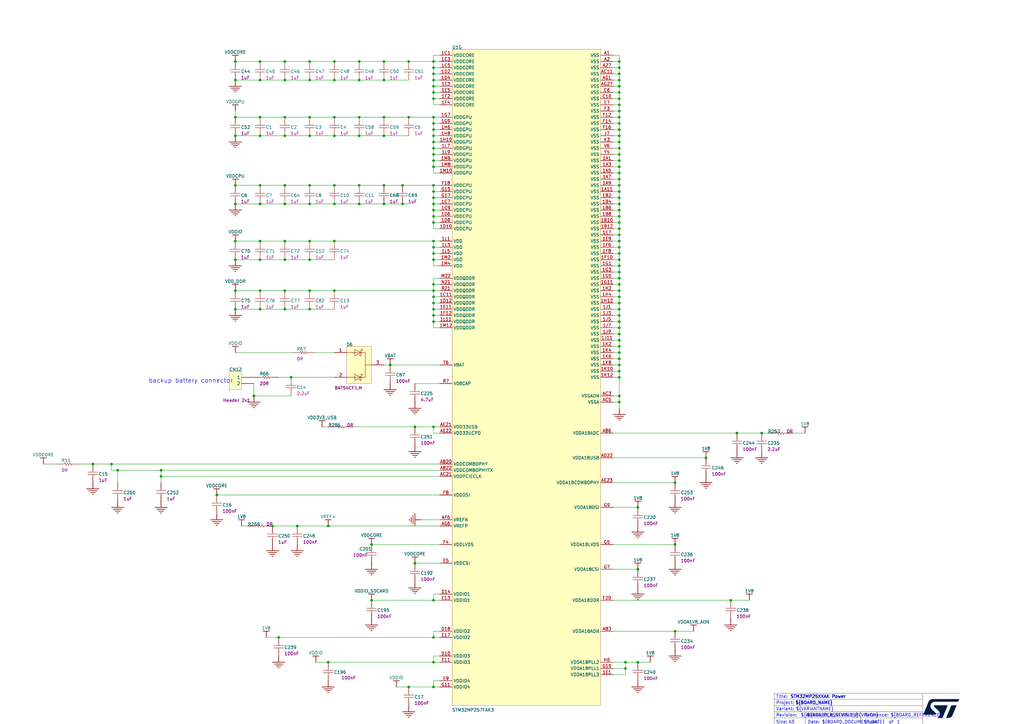
<source format=kicad_sch>
(kicad_sch (version 20250114) (generator "eeschema") (generator_version "9.0")
  (paper "A3")
  (title_block (title "STM32MP25XXAK Power") (date "Not used") (rev "Not used") (company "STMicroelectronics"))
  (lib_symbols
    (symbol "MCD_PARTS_database:U_STM32MP25XXAK Power_0_DIODE_3P_DUAL_COMMON_CATHODE_MCD_PARTS_database.DbLib" (pin_names (hide yes))
      (symbol "U_STM32MP25XXAK Power_0_DIODE_3P_DUAL_COMMON_CATHODE_MCD_PARTS_database.DbLib_1_0"
        (pin passive line (at -5.08 -2.54 0) (length 5.08) (name "1") (number "1"))
        (pin passive line (at -5.08 -12.7 0) (length 5.08) (name "2") (number "2"))
        (pin passive line (at 15.24 -7.62 180) (length 5.08) (name "3") (number "3"))
      )
    )
    (symbol "MCD_PARTS_database:U_STM32MP25XXAK Power_0_Resistor_MCD_PARTS_database.DbLib" (pin_numbers (hide yes)) (pin_names (hide yes))
      (symbol "U_STM32MP25XXAK Power_0_Resistor_MCD_PARTS_database.DbLib_1_0"
        (pin passive line (at -2.54 -2.54 0) (length 2.54) (name "1") (number "1"))
        (pin passive line (at 7.62 -2.54 180) (length 2.54) (name "2") (number "2"))
      )
    )
    (symbol "MCD_PARTS_database:U_STM32MP25XXAK Power_0_STM32MP257FAK3_MCD_PARTS_database.DbLib"
      (symbol "U_STM32MP25XXAK Power_0_STM32MP257FAK3_MCD_PARTS_database.DbLib_1_0"
        (text "VDDIO4" (at 10.16 -66.04 900) (effects (font (size 1.27 1.27)) (justify left bottom)))
        (text "VSW" (at 15.748 -39.116 900) (effects (font (size 1.27 1.27)) (justify right bottom)))
        (text "VDDIO3" (at 25.4 -66.04 900) (effects (font (size 1.27 1.27)) (justify left bottom)))
        (pin passive line (at -5.08 -2.54 0) (length 5.08) (name "PA0") (number "AF5"))
        (pin passive line (at -5.08 -5.08 0) (length 5.08) (name "PA1") (number "AC19"))
        (pin passive line (at -5.08 -7.62 0) (length 5.08) (name "PA2") (number "AF17"))
        (pin passive line (at -5.08 -10.16 0) (length 5.08) (name "PA3") (number "AD18"))
        (pin passive line (at -5.08 -12.7 0) (length 5.08) (name "PA4") (number "AG17"))
        (pin passive line (at -5.08 -15.24 0) (length 5.08) (name "PA5") (number "AE17"))
        (pin passive line (at -5.08 -17.78 0) (length 5.08) (name "PA6") (number "AF18"))
        (pin passive line (at -5.08 -20.32 0) (length 5.08) (name "PA7") (number "AE18"))
        (pin passive line (at -5.08 -22.86 0) (length 5.08) (name "PA8") (number "AA17"))
        (pin passive line (at -5.08 -25.4 0) (length 5.08) (name "PA9") (number "AF15"))
        (pin passive line (at -5.08 -27.94 0) (length 5.08) (name "PA10") (number "AE15"))
        (pin passive line (at -5.08 -30.48 0) (length 5.08) (name "PA11") (number "AD12"))
        (pin passive line (at -5.08 -33.02 0) (length 5.08) (name "PA12") (number "AC13"))
        (pin passive line (at -5.08 -35.56 0) (length 5.08) (name "PA13") (number "AD14"))
        (pin passive line (at -5.08 -38.1 0) (length 5.08) (name "PA14") (number "AB12"))
        (pin passive line (at -5.08 -40.64 0) (length 5.08) (name "PA15") (number "AE13"))
        (pin passive line (at -5.08 -48.26 0) (length 5.08) (name "PB0") (number "B13"))
        (pin passive line (at -5.08 -50.8 0) (length 5.08) (name "PB1") (number "C12"))
        (pin passive line (at -5.08 -53.34 0) (length 5.08) (name "PB2") (number "A14"))
        (pin passive line (at -5.08 -55.88 0) (length 5.08) (name "PB3") (number "B14"))
        (pin passive line (at -5.08 -58.42 0) (length 5.08) (name "PB4") (number "B15"))
        (pin passive line (at -5.08 -60.96 0) (length 5.08) (name "PB5") (number "C14"))
        (pin passive line (at -5.08 -63.5 0) (length 5.08) (name "PB6") (number "C13"))
        (pin passive line (at -5.08 -66.04 0) (length 5.08) (name "PB7") (number "C11"))
        (pin passive line (at -5.08 -68.58 0) (length 5.08) (name "PB8") (number "D8"))
        (pin passive line (at -5.08 -71.12 0) (length 5.08) (name "PB9") (number "F10"))
        (pin passive line (at -5.08 -73.66 0) (length 5.08) (name "PB10") (number "B11"))
        (pin passive line (at -5.08 -76.2 0) (length 5.08) (name "PB11") (number "A11"))
        (pin passive line (at -5.08 -78.74 0) (length 5.08) (name "PB12") (number "C26"))
        (pin passive line (at -5.08 -81.28 0) (length 5.08) (name "PB13") (number "A26"))
        (pin passive line (at -5.08 -83.82 0) (length 5.08) (name "PB14") (number "C27"))
        (pin passive line (at -5.08 -86.36 0) (length 5.08) (name "PB15") (number "AE6"))
        (pin passive line (at 38.1 -2.54 180) (length 5.08) (name "PC0") (number "AB14"))
        (pin passive line (at 38.1 -5.08 180) (length 5.08) (name "PC1") (number "AG14"))
        (pin passive line (at 38.1 -7.62 180) (length 5.08) (name "PC2") (number "AE12"))
        (pin passive line (at 38.1 -10.16 180) (length 5.08) (name "PC3") (number "AA9"))
        (pin passive line (at 38.1 -12.7 180) (length 5.08) (name "PC4") (number "AC9"))
        (pin passive line (at 38.1 -15.24 180) (length 5.08) (name "PC5") (number "AD10"))
        (pin passive line (at 38.1 -17.78 180) (length 5.08) (name "PC6") (number "AB10"))
        (pin passive line (at 38.1 -20.32 180) (length 5.08) (name "PC7") (number "AF9"))
        (pin passive line (at 38.1 -22.86 180) (length 5.08) (name "PC8") (number "AG9"))
        (pin passive line (at 38.1 -25.4 180) (length 5.08) (name "PC9") (number "AE9"))
        (pin passive line (at 38.1 -27.94 180) (length 5.08) (name "PC10") (number "AG10"))
        (pin passive line (at 38.1 -30.48 180) (length 5.08) (name "PC11") (number "AD8"))
        (pin passive line (at 38.1 -33.02 180) (length 5.08) (name "PC12") (number "AE7"))
        (pin passive line (at 38.1 -35.56 180) (length 5.08) (name "PC13") (number "W7"))
        (pin passive line (at 38.1 -40.64 180) (length 5.08) (name "OSC32_IN") (number "AA2"))
        (pin passive line (at 38.1 -43.18 180) (length 5.08) (name "OSC32_OUT") (number "AA1"))
        (pin passive line (at 38.1 -48.26 180) (length 5.08) (name "PD0") (number "B17"))
        (pin passive line (at 38.1 -50.8 180) (length 5.08) (name "PD1") (number "A19"))
        (pin passive line (at 38.1 -53.34 180) (length 5.08) (name "PD2") (number "D12"))
        (pin passive line (at 38.1 -55.88 180) (length 5.08) (name "PD3") (number "G13"))
        (pin passive line (at 38.1 -58.42 180) (length 5.08) (name "PD4") (number "C18"))
        (pin passive line (at 38.1 -60.96 180) (length 5.08) (name "PD5") (number "B18"))
        (pin passive line (at 38.1 -63.5 180) (length 5.08) (name "PD6") (number "A18"))
        (pin passive line (at 38.1 -66.04 180) (length 5.08) (name "PD7") (number "D20"))
        (pin passive line (at 38.1 -68.58 180) (length 5.08) (name "PD8") (number "C16"))
        (pin passive line (at 38.1 -71.12 180) (length 5.08) (name "PD9") (number "C15"))
        (pin passive line (at 38.1 -73.66 180) (length 5.08) (name "PD10") (number "C17"))
        (pin passive line (at 38.1 -76.2 180) (length 5.08) (name "PD11") (number "A15"))
        (pin passive line (at 38.1 -78.74 180) (length 5.08) (name "PD12") (number "B26"))
        (pin passive line (at 38.1 -81.28 180) (length 5.08) (name "PD13") (number "D25"))
        (pin passive line (at 38.1 -83.82 180) (length 5.08) (name "PD14") (number "E19"))
        (pin passive line (at 38.1 -86.36 180) (length 5.08) (name "PD15") (number "E15"))
      )
      (symbol "U_STM32MP25XXAK Power_0_STM32MP257FAK3_MCD_PARTS_database.DbLib_2_0"
        (text "VDDIO1" (at 10.16 -12.7 900) (effects (font (size 1.27 1.27)) (justify left bottom)))
        (text "VDDIO2" (at 10.16 -33.02 900) (effects (font (size 1.27 1.27)) (justify left bottom)))
        (text "VDDA18AON" (at 32.004 -49.53 0) (effects (font (size 1.27 1.27)) (justify right bottom)))
        (pin passive line (at -5.08 -2.54 0) (length 5.08) (name "PE0") (number "B19"))
        (pin passive line (at -5.08 -5.08 0) (length 5.08) (name "PE1") (number "C19"))
        (pin passive line (at -5.08 -7.62 0) (length 5.08) (name "PE2") (number "C20"))
        (pin passive line (at -5.08 -10.16 0) (length 5.08) (name "PE3") (number "C21"))
        (pin passive line (at -5.08 -12.7 0) (length 5.08) (name "PE4") (number "B21"))
        (pin passive line (at -5.08 -15.24 0) (length 5.08) (name "PE5") (number "C22"))
        (pin passive line (at -5.08 -17.78 0) (length 5.08) (name "PE6") (number "A22"))
        (pin passive line (at -5.08 -20.32 0) (length 5.08) (name "PE7") (number "B22"))
        (pin passive line (at -5.08 -22.86 0) (length 5.08) (name "PE8") (number "C23"))
        (pin passive line (at -5.08 -25.4 0) (length 5.08) (name "PE9") (number "A23"))
        (pin passive line (at -5.08 -27.94 0) (length 5.08) (name "PE10") (number "D22"))
        (pin passive line (at -5.08 -30.48 0) (length 5.08) (name "PE11") (number "B23"))
        (pin passive line (at -5.08 -33.02 0) (length 5.08) (name "PE12") (number "C25"))
        (pin passive line (at -5.08 -35.56 0) (length 5.08) (name "PE13") (number "C24"))
        (pin passive line (at -5.08 -38.1 0) (length 5.08) (name "PE14") (number "B25"))
        (pin passive line (at -5.08 -40.64 0) (length 5.08) (name "PE15") (number "D24"))
        (pin passive line (at -5.08 -45.72 0) (length 5.08) (name "PF0") (number "AA15"))
        (pin passive line (at -5.08 -48.26 0) (length 5.08) (name "PF1") (number "AE11"))
        (pin passive line (at -5.08 -50.8 0) (length 5.08) (name "PF2") (number "AC15"))
        (pin passive line (at -5.08 -53.34 0) (length 5.08) (name "PF3") (number "AF11"))
        (pin passive line (at -5.08 -55.88 0) (length 5.08) (name "PF4") (number "AF10"))
        (pin passive line (at -5.08 -58.42 0) (length 5.08) (name "PF5") (number "AA11"))
        (pin passive line (at -5.08 -60.96 0) (length 5.08) (name "PF6") (number "AC7"))
        (pin passive line (at -5.08 -63.5 0) (length 5.08) (name "PF7") (number "AB8"))
        (pin passive line (at -5.08 -66.04 0) (length 5.08) (name "PF8") (number "AE10"))
        (pin passive line (at -5.08 -68.58 0) (length 5.08) (name "PF9") (number "AE8"))
        (pin passive line (at -5.08 -71.12 0) (length 5.08) (name "PF10") (number "AE5"))
        (pin passive line (at -5.08 -73.66 0) (length 5.08) (name "PF11") (number "AE4"))
        (pin passive line (at -5.08 -76.2 0) (length 5.08) (name "PF12") (number "P4"))
        (pin passive line (at -5.08 -78.74 0) (length 5.08) (name "PF13") (number "P2"))
        (pin passive line (at -5.08 -81.28 0) (length 5.08) (name "PF14") (number "P3"))
        (pin passive line (at -5.08 -83.82 0) (length 5.08) (name "PF15") (number "R2"))
        (pin passive line (at 38.1 -2.54 180) (length 5.08) (name "PG0") (number "AF7"))
        (pin passive line (at 38.1 -5.08 180) (length 5.08) (name "PG1") (number "AD4"))
        (pin passive line (at 38.1 -7.62 180) (length 5.08) (name "PG2") (number "AG5"))
        (pin passive line (at 38.1 -10.16 180) (length 5.08) (name "PG3") (number "AA7"))
        (pin passive line (at 38.1 -12.7 180) (length 5.08) (name "PG4") (number "AD6"))
        (pin passive line (at 38.1 -15.24 180) (length 5.08) (name "PG5") (number "R3"))
        (pin passive line (at 38.1 -17.78 180) (length 5.08) (name "PG6") (number "T3"))
        (pin passive line (at 38.1 -20.32 180) (length 5.08) (name "PG7") (number "U2"))
        (pin passive line (at 38.1 -22.86 180) (length 5.08) (name "PG8") (number "L5"))
        (pin passive line (at 38.1 -25.4 180) (length 5.08) (name "PG9") (number "M3"))
        (pin passive line (at 38.1 -27.94 180) (length 5.08) (name "PG10") (number "M4"))
        (pin passive line (at 38.1 -30.48 180) (length 5.08) (name "PG11") (number "N2"))
        (pin passive line (at 38.1 -33.02 180) (length 5.08) (name "PG12") (number "N3"))
        (pin passive line (at 38.1 -35.56 180) (length 5.08) (name "PG13") (number "P1"))
        (pin passive line (at 38.1 -38.1 180) (length 5.08) (name "PG14") (number "N1"))
        (pin passive line (at 38.1 -40.64 180) (length 5.08) (name "PG15") (number "K6"))
        (pin passive line (at 38.1 -45.72 180) (length 5.08) (name "OSC_IN") (number "AG2"))
        (pin passive line (at 38.1 -48.26 180) (length 5.08) (name "OSC_OUT") (number "AF2"))
        (pin passive line (at 38.1 -53.34 180) (length 5.08) (name "PH2") (number "AC17"))
        (pin passive line (at 38.1 -55.88 180) (length 5.08) (name "PH3") (number "AE19"))
        (pin passive line (at 38.1 -58.42 180) (length 5.08) (name "PH4") (number "AB16"))
        (pin passive line (at 38.1 -60.96 180) (length 5.08) (name "PH5") (number "AG18"))
        (pin passive line (at 38.1 -63.5 180) (length 5.08) (name "PH6") (number "AF19"))
        (pin passive line (at 38.1 -66.04 180) (length 5.08) (name "PH7") (number "AE16"))
        (pin passive line (at 38.1 -68.58 180) (length 5.08) (name "PH8") (number "AD16"))
        (pin passive line (at 38.1 -71.12 180) (length 5.08) (name "PH9") (number "AA13"))
        (pin passive line (at 38.1 -73.66 180) (length 5.08) (name "PH10") (number "AF14"))
        (pin passive line (at 38.1 -76.2 180) (length 5.08) (name "PH11") (number "AE14"))
        (pin passive line (at 38.1 -78.74 180) (length 5.08) (name "PH12") (number "AF13"))
        (pin passive line (at 38.1 -81.28 180) (length 5.08) (name "PH13") (number "AG13"))
      )
      (symbol "U_STM32MP25XXAK Power_0_STM32MP257FAK3_MCD_PARTS_database.DbLib_3_0"
        (text "VSW" (at 6.096 -24.13 0) (effects (font (size 1.27 1.27)) (justify left bottom)))
        (text "VDDA18AON" (at 31.242 -36.322 0) (effects (font (size 1.27 1.27)) (justify right bottom)))
        (pin passive line (at -5.08 -2.54 0) (length 5.08) (name "PI0") (number "L7"))
        (pin passive line (at -5.08 -5.08 0) (length 5.08) (name "PI1") (number "M6"))
        (pin passive line (at -5.08 -7.62 0) (length 5.08) (name "PI2") (number "N5"))
        (pin passive line (at -5.08 -10.16 0) (length 5.08) (name "PI3") (number "N7"))
        (pin passive line (at -5.08 -12.7 0) (length 5.08) (name "PI4") (number "P6"))
        (pin passive line (at -5.08 -15.24 0) (length 5.08) (name "PI5") (number "K4"))
        (pin passive line (at -5.08 -17.78 0) (length 5.08) (name "PI6") (number "J3"))
        (pin passive line (at -5.08 -20.32 0) (length 5.08) (name "PI7") (number "J5"))
        (pin passive line (at -5.08 -22.86 0) (length 5.08) (name "PI8") (number "U5"))
        (pin passive line (at -5.08 -25.4 0) (length 5.08) (name "PI9") (number "U1"))
        (pin passive line (at -5.08 -27.94 0) (length 5.08) (name "PI10") (number "D16"))
        (pin passive line (at -5.08 -30.48 0) (length 5.08) (name "PI11") (number "B27"))
        (pin passive line (at -5.08 -68.58 0) (length 5.08) (name "BOOT0") (number "Y3"))
        (pin passive line (at -5.08 -71.12 0) (length 5.08) (name "BOOT1") (number "AA3"))
        (pin passive line (at -5.08 -73.66 0) (length 5.08) (name "BOOT2") (number "AB1"))
        (pin passive line (at -5.08 -76.2 0) (length 5.08) (name "BOOT3") (number "AB2"))
        (pin passive line (at 38.1 -2.54 180) (length 5.08) (name "PZ0") (number "T4"))
        (pin passive line (at 38.1 -5.08 180) (length 5.08) (name "PZ1") (number "U7"))
        (pin passive line (at 38.1 -7.62 180) (length 5.08) (name "PZ2") (number "W5"))
        (pin passive line (at 38.1 -10.16 180) (length 5.08) (name "PZ3") (number "Y6"))
        (pin passive line (at 38.1 -12.7 180) (length 5.08) (name "PZ4") (number "V3"))
        (pin passive line (at 38.1 -15.24 180) (length 5.08) (name "PZ5") (number "R5"))
        (pin passive line (at 38.1 -17.78 180) (length 5.08) (name "PZ6") (number "V4"))
        (pin passive line (at 38.1 -20.32 180) (length 5.08) (name "PZ7") (number "V2"))
        (pin passive line (at 38.1 -22.86 180) (length 5.08) (name "PZ8") (number "V1"))
        (pin passive line (at 38.1 -25.4 180) (length 5.08) (name "PZ9") (number "U3"))
        (pin passive line (at 38.1 -35.56 180) (length 5.08) (name "PDR_ON") (number "W2"))
        (pin passive line (at 38.1 -43.18 180) (length 5.08) (name "NRST") (number "AE1"))
        (pin passive line (at 38.1 -45.72 180) (length 5.08) (name "NRSTC1MS") (number "W3"))
        (pin passive line (at 38.1 -53.34 180) (length 5.08) (name "PWR_ON") (number "AD3"))
        (pin passive line (at 38.1 -55.88 180) (length 5.08) (name "PWR_LP") (number "AF1"))
        (pin passive line (at 38.1 -60.96 180) (length 5.08) (name "PWR_CPUON") (number "AB4"))
        (pin passive line (at 38.1 -66.04 180) (length 5.08) (name "JTMS_SWDIO") (number "AE2"))
        (pin passive line (at 38.1 -68.58 180) (length 5.08) (name "JTCK_SWCLK") (number "AA5"))
        (pin passive line (at 38.1 -71.12 180) (length 5.08) (name "JTDI") (number "AE3"))
        (pin passive line (at 38.1 -73.66 180) (length 5.08) (name "JTDO_SWDO") (number "AC2"))
        (pin passive line (at 38.1 -76.2 180) (length 5.08) (name "NJTRST") (number "AF3"))
      )
      (symbol "U_STM32MP25XXAK Power_0_STM32MP257FAK3_MCD_PARTS_database.DbLib_4_0"
        (pin passive line (at -5.08 -7.62 0) (length 5.08) (name "DSI_REXT") (number "D6"))
        (pin passive line (at 38.1 -2.54 180) (length 5.08) (name "DSI_D2P") (number "B7"))
        (pin passive line (at 38.1 -5.08 180) (length 5.08) (name "DSI_D2N") (number "A7"))
        (pin passive line (at 38.1 -10.16 180) (length 5.08) (name "DSI_D3P") (number "A6"))
        (pin passive line (at 38.1 -12.7 180) (length 5.08) (name "DSI_D3N") (number "B6"))
        (pin passive line (at 38.1 -17.78 180) (length 5.08) (name "DSI_CKP") (number "C7"))
        (pin passive line (at 38.1 -20.32 180) (length 5.08) (name "DSI_CKN") (number "C8"))
        (pin passive line (at 38.1 -25.4 180) (length 5.08) (name "DSI_D0P") (number "B9"))
        (pin passive line (at 38.1 -27.94 180) (length 5.08) (name "DSI_D0N") (number "C9"))
        (pin passive line (at 38.1 -33.02 180) (length 5.08) (name "DSI_D1P") (number "B10"))
        (pin passive line (at 38.1 -35.56 180) (length 5.08) (name "DSI_D1N") (number "A10"))
      )
      (symbol "U_STM32MP25XXAK Power_0_STM32MP257FAK3_MCD_PARTS_database.DbLib_5_0"
        (pin passive line (at -5.08 -38.1 0) (length 5.08) (name "COMBOPHY_REXT") (number "AF27"))
        (pin passive line (at 38.1 -5.08 180) (length 5.08) (name "PCIE_CLKINN") (number "AE26"))
        (pin passive line (at 38.1 -7.62 180) (length 5.08) (name "PCIE_CLKINP") (number "AE25"))
        (pin passive line (at 38.1 -15.24 180) (length 5.08) (name "PCIE_CLKOUTN") (number "AG26"))
        (pin passive line (at 38.1 -17.78 180) (length 5.08) (name "PCIE_CLKOUTP") (number "AF26"))
        (pin passive line (at 38.1 -27.94 180) (length 5.08) (name "USB3DR_DP") (number "AF22"))
        (pin passive line (at 38.1 -30.48 180) (length 5.08) (name "USB3DR_DM") (number "AG22"))
        (pin passive line (at 38.1 -45.72 180) (length 5.08) (name "USBH_HS_DM") (number "AG21"))
        (pin passive line (at 38.1 -48.26 180) (length 5.08) (name "USBH_HS_DP") (number "AF21"))
        (pin passive line (at 38.1 -55.88 180) (length 5.08) (name "COMBOPHY_TX1P") (number "AE24"))
        (pin passive line (at 38.1 -58.42 180) (length 5.08) (name "COMBOPHY_TX1N") (number "AD24"))
        (pin passive line (at 38.1 -60.96 180) (length 5.08) (name "COMBOPHY_RX1P") (number "AG25"))
        (pin passive line (at 38.1 -63.5 180) (length 5.08) (name "COMBOPHY_RX1N") (number "AF25"))
        (pin passive line (at 38.1 -71.12 180) (length 5.08) (name "UCPD1_CC1") (number "AB18"))
        (pin passive line (at 38.1 -73.66 180) (length 5.08) (name "UCPD1_CC2") (number "AA19"))
        (pin passive line (at 38.1 -78.74 180) (length 5.08) (name "USB3DR_TXRTUNE") (number "AF23"))
        (pin passive line (at 38.1 -81.28 180) (length 5.08) (name "USBH_HS_TXRTUNE") (number "AE20"))
        (pin passive line (at 38.1 -88.9 180) (length 5.08) (name "DNC") (number "AD20"))
      )
      (symbol "U_STM32MP25XXAK Power_0_STM32MP257FAK3_MCD_PARTS_database.DbLib_6_0"
        (pin passive line (at -5.08 -2.54 0) (length 5.08) (name "DDR_DQ0") (number "AB26"))
        (pin passive line (at -5.08 -5.08 0) (length 5.08) (name "DDR_DQ1") (number "AC26"))
        (pin passive line (at -5.08 -7.62 0) (length 5.08) (name "DDR_DQ2") (number "AB27"))
        (pin passive line (at -5.08 -10.16 0) (length 5.08) (name "DDR_DQ3") (number "AC27"))
        (pin passive line (at -5.08 -12.7 0) (length 5.08) (name "DDR_DQ4") (number "W25"))
        (pin passive line (at -5.08 -15.24 0) (length 5.08) (name "DDR_DQ5") (number "W27"))
        (pin passive line (at -5.08 -17.78 0) (length 5.08) (name "DDR_DQ6") (number "W26"))
        (pin passive line (at -5.08 -20.32 0) (length 5.08) (name "DDR_DQ7") (number "Y25"))
        (pin passive line (at -5.08 -22.86 0) (length 5.08) (name "DDR_DQS0P") (number "AA25"))
        (pin passive line (at -5.08 -25.4 0) (length 5.08) (name "DDR_DQS0N") (number "AA26"))
        (pin passive line (at -5.08 -27.94 0) (length 5.08) (name "DDR_DQM0") (number "AB25"))
        (pin passive line (at -5.08 -33.02 0) (length 5.08) (name "DDR_DQ8") (number "R27"))
        (pin passive line (at -5.08 -35.56 0) (length 5.08) (name "DDR_DQ9") (number "R26"))
        (pin passive line (at -5.08 -38.1 0) (length 5.08) (name "DDR_DQ10") (number "P27"))
        (pin passive line (at -5.08 -40.64 0) (length 5.08) (name "DDR_DQ11") (number "P26"))
        (pin passive line (at -5.08 -43.18 0) (length 5.08) (name "DDR_DQ12") (number "V26"))
        (pin passive line (at -5.08 -45.72 0) (length 5.08) (name "DDR_DQ13") (number "V27"))
        (pin passive line (at -5.08 -48.26 0) (length 5.08) (name "DDR_DQ14") (number "V25"))
        (pin passive line (at -5.08 -50.8 0) (length 5.08) (name "DDR_DQ15") (number "U25"))
        (pin passive line (at -5.08 -53.34 0) (length 5.08) (name "DDR_DQS1P") (number "T25"))
        (pin passive line (at -5.08 -55.88 0) (length 5.08) (name "DDR_DQS1N") (number "R25"))
        (pin passive line (at -5.08 -58.42 0) (length 5.08) (name "DDR_DQM1") (number "U26"))
        (pin passive line (at -5.08 -63.5 0) (length 5.08) (name "DDR_DQ16") (number "F25"))
        (pin passive line (at -5.08 -66.04 0) (length 5.08) (name "DDR_DQ17") (number "E26"))
        (pin passive line (at -5.08 -68.58 0) (length 5.08) (name "DDR_DQ18") (number "F24"))
        (pin passive line (at -5.08 -71.12 0) (length 5.08) (name "DDR_DQ19") (number "E25"))
        (pin passive line (at -5.08 -73.66 0) (length 5.08) (name "DDR_DQ20") (number "J25"))
        (pin passive line (at -5.08 -76.2 0) (length 5.08) (name "DDR_DQ21") (number "H25"))
        (pin passive line (at -5.08 -78.74 0) (length 5.08) (name "DDR_DQ22") (number "G26"))
        (pin passive line (at -5.08 -81.28 0) (length 5.08) (name "DDR_DQ23") (number "G25"))
        (pin passive line (at -5.08 -83.82 0) (length 5.08) (name "DDR_DQS2P") (number "F27"))
        (pin passive line (at -5.08 -86.36 0) (length 5.08) (name "DDR_DQS2N") (number "F26"))
        (pin passive line (at -5.08 -88.9 0) (length 5.08) (name "DDR_DQM2") (number "G27"))
        (pin passive line (at -5.08 -93.98 0) (length 5.08) (name "DDR_DQ24") (number "J26"))
        (pin passive line (at -5.08 -96.52 0) (length 5.08) (name "DDR_DQ25") (number "K25"))
        (pin passive line (at -5.08 -99.06 0) (length 5.08) (name "DDR_DQ26") (number "K26"))
        (pin passive line (at -5.08 -101.6 0) (length 5.08) (name "DDR_DQ27") (number "K27"))
        (pin passive line (at -5.08 -104.14 0) (length 5.08) (name "DDR_DQ28") (number "L25"))
        (pin passive line (at -5.08 -106.68 0) (length 5.08) (name "DDR_DQ29") (number "N25"))
        (pin passive line (at -5.08 -109.22 0) (length 5.08) (name "DDR_DQ30") (number "N26"))
        (pin passive line (at -5.08 -111.76 0) (length 5.08) (name "DDR_DQ31") (number "P25"))
        (pin passive line (at -5.08 -114.3 0) (length 5.08) (name "DDR_DQS3P") (number "L26"))
        (pin passive line (at -5.08 -116.84 0) (length 5.08) (name "DDR_DQS3N") (number "L27"))
        (pin passive line (at -5.08 -119.38 0) (length 5.08) (name "DDR_DQM3") (number "M25"))
        (pin passive line (at 60.96 -2.54 180) (length 5.08) (name "DDR_A0") (number "U21"))
        (pin passive line (at 60.96 -5.08 180) (length 5.08) (name "DDR_A1") (number "AD25"))
        (pin passive line (at 60.96 -7.62 180) (length 5.08) (name "DDR_A2") (number "V24"))
        (pin passive line (at 60.96 -10.16 180) (length 5.08) (name "DDR_A3") (number "P22"))
        (pin passive line (at 60.96 -12.7 180) (length 5.08) (name "DDR_A4") (number "U23"))
        (pin passive line (at 60.96 -15.24 180) (length 5.08) (name "DDR_A5") (number "T24"))
        (pin passive line (at 60.96 -17.78 180) (length 5.08) (name "DDR_A6") (number "Y24"))
        (pin passive line (at 60.96 -20.32 180) (length 5.08) (name "DDR_A7") (number "AC25"))
        (pin passive line (at 60.96 -22.86 180) (length 5.08) (name "DDR_A8") (number "V22"))
        (pin passive line (at 60.96 -25.4 180) (length 5.08) (name "DDR_A9") (number "T22"))
        (pin passive line (at 60.96 -27.94 180) (length 5.08) (name "DDR_A10") (number "R23"))
        (pin passive line (at 60.96 -30.48 180) (length 5.08) (name "DDR_A11") (number "P24"))
        (pin passive line (at 60.96 -33.02 180) (length 5.08) (name "DDR_A12") (number "L23"))
        (pin passive line (at 60.96 -35.56 180) (length 5.08) (name "DDR_A13") (number "K24"))
        (pin passive line (at 60.96 -38.1 180) (length 5.08) (name "DDR_A14") (number "M24"))
        (pin passive line (at 60.96 -40.64 180) (length 5.08) (name "DDR_A15") (number "N23"))
        (pin passive line (at 60.96 -43.18 180) (length 5.08) (name "DDR_A16") (number "J23"))
        (pin passive line (at 60.96 -45.72 180) (length 5.08) (name "DDR_A17") (number "H24"))
        (pin passive line (at 60.96 -48.26 180) (length 5.08) (name "DDR_A18") (number "G23"))
        (pin passive line (at 60.96 -50.8 180) (length 5.08) (name "DDR_A19") (number "L21"))
        (pin passive line (at 60.96 -53.34 180) (length 5.08) (name "DDR_A20") (number "J21"))
        (pin passive line (at 60.96 -55.88 180) (length 5.08) (name "DDR_A21") (number "H22"))
        (pin passive line (at 60.96 -58.42 180) (length 5.08) (name "DDR_A22") (number "F22"))
        (pin passive line (at 60.96 -60.96 180) (length 5.08) (name "DDR_A23") (number "E23"))
        (pin passive line (at 60.96 -66.04 180) (length 5.08) (name "DDR_A25") (number "W21"))
        (pin passive line (at 60.96 -68.58 180) (length 5.08) (name "DDR_A26") (number "AB24"))
        (pin passive line (at 60.96 -71.12 180) (length 5.08) (name "DDR_A27") (number "AA23"))
        (pin passive line (at 60.96 -73.66 180) (length 5.08) (name "DDR_A28") (number "AC23"))
        (pin passive line (at 60.96 -76.2 180) (length 5.08) (name "DDR_A29") (number "Y22"))
        (pin passive line (at 60.96 -78.74 180) (length 5.08) (name "DDR_A30") (number "AA21"))
        (pin passive line (at 60.96 -81.28 180) (length 5.08) (name "DDR_A31") (number "W23"))
        (pin passive line (at 60.96 -91.44 180) (length 5.08) (name "DDR_RESETN") (number "E21"))
        (pin passive line (at 60.96 -101.6 180) (length 5.08) (name "DDR_VREF") (number "G21"))
        (pin passive line (at 60.96 -116.84 180) (length 5.08) (name "DDR_ZQ") (number "K22"))
      )
      (symbol "U_STM32MP25XXAK Power_0_STM32MP257FAK3_MCD_PARTS_database.DbLib_7_0"
        (pin passive line (at -5.08 -2.54 0) (length 5.08) (name "VDDCORE") (number "1C1"))
        (pin passive line (at -5.08 -5.08 0) (length 5.08) (name "VDDCORE") (number "1C3"))
        (pin passive line (at -5.08 -7.62 0) (length 5.08) (name "VDDCORE") (number "1C5"))
        (pin passive line (at -5.08 -10.16 0) (length 5.08) (name "VDDCORE") (number "1D2"))
        (pin passive line (at -5.08 -12.7 0) (length 5.08) (name "VDDCORE") (number "1D4"))
        (pin passive line (at -5.08 -15.24 0) (length 5.08) (name "VDDCORE") (number "1E3"))
        (pin passive line (at -5.08 -17.78 0) (length 5.08) (name "VDDCORE") (number "1E5"))
        (pin passive line (at -5.08 -20.32 0) (length 5.08) (name "VDDCORE") (number "1F2"))
        (pin passive line (at -5.08 -22.86 0) (length 5.08) (name "VDDCORE") (number "1F4"))
        (pin passive line (at -5.08 -27.94 0) (length 5.08) (name "VDDGPU") (number "1G7"))
        (pin passive line (at -5.08 -30.48 0) (length 5.08) (name "VDDGPU") (number "1G9"))
        (pin passive line (at -5.08 -33.02 0) (length 5.08) (name "VDDGPU") (number "1H6"))
        (pin passive line (at -5.08 -35.56 0) (length 5.08) (name "VDDGPU") (number "1H8"))
        (pin passive line (at -5.08 -38.1 0) (length 5.08) (name "VDDGPU") (number "1H10"))
        (pin passive line (at -5.08 -40.64 0) (length 5.08) (name "VDDGPU") (number "1L7"))
        (pin passive line (at -5.08 -43.18 0) (length 5.08) (name "VDDGPU") (number "1L9"))
        (pin passive line (at -5.08 -45.72 0) (length 5.08) (name "VDDGPU") (number "1M6"))
        (pin passive line (at -5.08 -48.26 0) (length 5.08) (name "VDDGPU") (number "1M8"))
        (pin passive line (at -5.08 -50.8 0) (length 5.08) (name "VDDGPU") (number "1M10"))
        (pin passive line (at -5.08 -55.88 0) (length 5.08) (name "VDDCPU") (number "F18"))
        (pin passive line (at -5.08 -58.42 0) (length 5.08) (name "VDDCPU") (number "G15"))
        (pin passive line (at -5.08 -60.96 0) (length 5.08) (name "VDDCPU") (number "G17"))
        (pin passive line (at -5.08 -63.5 0) (length 5.08) (name "VDDCPU") (number "1C7"))
        (pin passive line (at -5.08 -66.04 0) (length 5.08) (name "VDDCPU") (number "1C9"))
        (pin passive line (at -5.08 -68.58 0) (length 5.08) (name "VDDCPU") (number "1D6"))
        (pin passive line (at -5.08 -71.12 0) (length 5.08) (name "VDDCPU") (number "1D8"))
        (pin passive line (at -5.08 -73.66 0) (length 5.08) (name "VDDCPU") (number "1D10"))
        (pin passive line (at -5.08 -78.74 0) (length 5.08) (name "VDD") (number "1L1"))
        (pin passive line (at -5.08 -81.28 0) (length 5.08) (name "VDD") (number "1L3"))
        (pin passive line (at -5.08 -83.82 0) (length 5.08) (name "VDD") (number "1L5"))
        (pin passive line (at -5.08 -86.36 0) (length 5.08) (name "VDD") (number "1M2"))
        (pin passive line (at -5.08 -88.9 0) (length 5.08) (name "VDD") (number "1M4"))
        (pin passive line (at -5.08 -93.98 0) (length 5.08) (name "VDDQDDR") (number "M22"))
        (pin passive line (at -5.08 -96.52 0) (length 5.08) (name "VDDQDDR") (number "N21"))
        (pin passive line (at -5.08 -99.06 0) (length 5.08) (name "VDDQDDR") (number "R21"))
        (pin passive line (at -5.08 -101.6 0) (length 5.08) (name "VDDQDDR") (number "1C11"))
        (pin passive line (at -5.08 -104.14 0) (length 5.08) (name "VDDQDDR") (number "1D12"))
        (pin passive line (at -5.08 -106.68 0) (length 5.08) (name "VDDQDDR") (number "1E11"))
        (pin passive line (at -5.08 -109.22 0) (length 5.08) (name "VDDQDDR") (number "1F12"))
        (pin passive line (at -5.08 -111.76 0) (length 5.08) (name "VDDQDDR") (number "1L11"))
        (pin passive line (at -5.08 -114.3 0) (length 5.08) (name "VDDQDDR") (number "1M12"))
        (pin passive line (at -5.08 -129.54 0) (length 5.08) (name "VBAT") (number "T6"))
        (pin passive line (at -5.08 -137.16 0) (length 5.08) (name "V08CAP") (number "R7"))
        (pin passive line (at -5.08 -154.94 0) (length 5.08) (name "VDD33USB") (number "AE21"))
        (pin passive line (at -5.08 -157.48 0) (length 5.08) (name "VDD33UCPD") (number "AE22"))
        (pin passive line (at -5.08 -170.18 0) (length 5.08) (name "VDDCOMBOPHY") (number "AB20"))
        (pin passive line (at -5.08 -172.72 0) (length 5.08) (name "VDDCOMBOPHYTX") (number "AB22"))
        (pin passive line (at -5.08 -175.26 0) (length 5.08) (name "VDDPCIECLK") (number "AC21"))
        (pin passive line (at -5.08 -182.88 0) (length 5.08) (name "VDDDSI") (number "F8"))
        (pin passive line (at -5.08 -193.04 0) (length 5.08) (name "VREFN") (number "AF6"))
        (pin passive line (at -5.08 -195.58 0) (length 5.08) (name "VREFP") (number "AG6"))
        (pin passive line (at -5.08 -203.2 0) (length 5.08) (name "VDDLVDS") (number "F4"))
        (pin passive line (at -5.08 -210.82 0) (length 5.08) (name "VDDCSI") (number "E5"))
        (pin passive line (at -5.08 -223.52 0) (length 5.08) (name "VDDIO1") (number "D14"))
        (pin passive line (at -5.08 -226.06 0) (length 5.08) (name "VDDIO1") (number "E13"))
        (pin passive line (at -5.08 -238.76 0) (length 5.08) (name "VDDIO2") (number "D18"))
        (pin passive line (at -5.08 -241.3 0) (length 5.08) (name "VDDIO2") (number "E17"))
        (pin passive line (at -5.08 -248.92 0) (length 5.08) (name "VDDIO3") (number "D10"))
        (pin passive line (at -5.08 -251.46 0) (length 5.08) (name "VDDIO3") (number "E11"))
        (pin passive line (at -5.08 -259.08 0) (length 5.08) (name "VDDIO4") (number "E9"))
        (pin passive line (at -5.08 -261.62 0) (length 5.08) (name "VDDIO4") (number "G11"))
        (pin passive line (at 66.04 -2.54 180) (length 5.08) (name "VSS") (number "A1"))
        (pin passive line (at 66.04 -5.08 180) (length 5.08) (name "VSS") (number "A2"))
        (pin passive line (at 66.04 -7.62 180) (length 5.08) (name "VSS") (number "A27"))
        (pin passive line (at 66.04 -10.16 180) (length 5.08) (name "VSS") (number "AC11"))
        (pin passive line (at 66.04 -12.7 180) (length 5.08) (name "VSS") (number "AG1"))
        (pin passive line (at 66.04 -15.24 180) (length 5.08) (name "VSS") (number "AG27"))
        (pin passive line (at 66.04 -17.78 180) (length 5.08) (name "VSS") (number "C6"))
        (pin passive line (at 66.04 -20.32 180) (length 5.08) (name "VSS") (number "C10"))
        (pin passive line (at 66.04 -22.86 180) (length 5.08) (name "VSS") (number "E7"))
        (pin passive line (at 66.04 -25.4 180) (length 5.08) (name "VSS") (number "F3"))
        (pin passive line (at 66.04 -27.94 180) (length 5.08) (name "VSS") (number "F12"))
        (pin passive line (at 66.04 -30.48 180) (length 5.08) (name "VSS") (number "F14"))
        (pin passive line (at 66.04 -33.02 180) (length 5.08) (name "VSS") (number "F16"))
        (pin passive line (at 66.04 -35.56 180) (length 5.08) (name "VSS") (number "J7"))
        (pin passive line (at 66.04 -38.1 180) (length 5.08) (name "VSS") (number "K3"))
        (pin passive line (at 66.04 -40.64 180) (length 5.08) (name "VSS") (number "V6"))
        (pin passive line (at 66.04 -43.18 180) (length 5.08) (name "VSS") (number "Y4"))
        (pin passive line (at 66.04 -45.72 180) (length 5.08) (name "VSS") (number "1A1"))
        (pin passive line (at 66.04 -48.26 180) (length 5.08) (name "VSS") (number "1A3"))
        (pin passive line (at 66.04 -50.8 180) (length 5.08) (name "VSS") (number "1A5"))
        (pin passive line (at 66.04 -53.34 180) (length 5.08) (name "VSS") (number "1A7"))
        (pin passive line (at 66.04 -55.88 180) (length 5.08) (name "VSS") (number "1A9"))
        (pin passive line (at 66.04 -58.42 180) (length 5.08) (name "VSS") (number "1A11"))
        (pin passive line (at 66.04 -60.96 180) (length 5.08) (name "VSS") (number "1B2"))
        (pin passive line (at 66.04 -63.5 180) (length 5.08) (name "VSS") (number "1B4"))
        (pin passive line (at 66.04 -66.04 180) (length 5.08) (name "VSS") (number "1B6"))
        (pin passive line (at 66.04 -68.58 180) (length 5.08) (name "VSS") (number "1B8"))
        (pin passive line (at 66.04 -71.12 180) (length 5.08) (name "VSS") (number "1B10"))
        (pin passive line (at 66.04 -73.66 180) (length 5.08) (name "VSS") (number "1B12"))
        (pin passive line (at 66.04 -76.2 180) (length 5.08) (name "VSS") (number "1E7"))
        (pin passive line (at 66.04 -78.74 180) (length 5.08) (name "VSS") (number "1E9"))
        (pin passive line (at 66.04 -81.28 180) (length 5.08) (name "VSS") (number "1F6"))
        (pin passive line (at 66.04 -83.82 180) (length 5.08) (name "VSS") (number "1F8"))
        (pin passive line (at 66.04 -86.36 180) (length 5.08) (name "VSS") (number "1F10"))
        (pin passive line (at 66.04 -88.9 180) (length 5.08) (name "VSS") (number "1G1"))
        (pin passive line (at 66.04 -91.44 180) (length 5.08) (name "VSS") (number "1G3"))
        (pin passive line (at 66.04 -93.98 180) (length 5.08) (name "VSS") (number "1G5"))
        (pin passive line (at 66.04 -96.52 180) (length 5.08) (name "VSS") (number "1G11"))
        (pin passive line (at 66.04 -99.06 180) (length 5.08) (name "VSS") (number "1H2"))
        (pin passive line (at 66.04 -101.6 180) (length 5.08) (name "VSS") (number "1H4"))
        (pin passive line (at 66.04 -104.14 180) (length 5.08) (name "VSS") (number "1H12"))
        (pin passive line (at 66.04 -106.68 180) (length 5.08) (name "VSS") (number "1J1"))
        (pin passive line (at 66.04 -109.22 180) (length 5.08) (name "VSS") (number "1J3"))
        (pin passive line (at 66.04 -111.76 180) (length 5.08) (name "VSS") (number "1J5"))
        (pin passive line (at 66.04 -114.3 180) (length 5.08) (name "VSS") (number "1J7"))
        (pin passive line (at 66.04 -116.84 180) (length 5.08) (name "VSS") (number "1J9"))
        (pin passive line (at 66.04 -119.38 180) (length 5.08) (name "VSS") (number "1J11"))
        (pin passive line (at 66.04 -121.92 180) (length 5.08) (name "VSS") (number "1K2"))
        (pin passive line (at 66.04 -124.46 180) (length 5.08) (name "VSS") (number "1K4"))
        (pin passive line (at 66.04 -127 180) (length 5.08) (name "VSS") (number "1K6"))
        (pin passive line (at 66.04 -129.54 180) (length 5.08) (name "VSS") (number "1K8"))
        (pin passive line (at 66.04 -132.08 180) (length 5.08) (name "VSS") (number "1K10"))
        (pin passive line (at 66.04 -134.62 180) (length 5.08) (name "VSS") (number "1K12"))
        (pin passive line (at 66.04 -142.24 180) (length 5.08) (name "VSSAON") (number "AC3"))
        (pin passive line (at 66.04 -144.78 180) (length 5.08) (name "VSSA") (number "AC5"))
        (pin passive line (at 66.04 -157.48 180) (length 5.08) (name "VDDA18ADC") (number "AB6"))
        (pin passive line (at 66.04 -167.64 180) (length 5.08) (name "VDDA18USB") (number "AD22"))
        (pin passive line (at 66.04 -177.8 180) (length 5.08) (name "VDDA18COMBOPHY") (number "AE23"))
        (pin passive line (at 66.04 -187.96 180) (length 5.08) (name "VDDA18DSI") (number "G9"))
        (pin passive line (at 66.04 -203.2 180) (length 5.08) (name "VDDA18LVDS") (number "G5"))
        (pin passive line (at 66.04 -213.36 180) (length 5.08) (name "VDDA18CSI") (number "G7"))
        (pin passive line (at 66.04 -226.06 180) (length 5.08) (name "VDDA18DDR") (number "F20"))
        (pin passive line (at 66.04 -238.76 180) (length 5.08) (name "VDDA18AON") (number "AB3"))
        (pin passive line (at 66.04 -251.46 180) (length 5.08) (name "VDDA18PLL2") (number "H6"))
        (pin passive line (at 66.04 -254 180) (length 5.08) (name "VDDA18PLL1") (number "G19"))
        (pin passive line (at 66.04 -256.54 180) (length 5.08) (name "VDDA18PLL3") (number "1E1"))
      )
      (symbol "U_STM32MP25XXAK Power_0_STM32MP257FAK3_MCD_PARTS_database.DbLib_8_0"
        (pin passive line (at 33.02 -5.08 180) (length 5.08) (name "LVDS1_D0N") (number "G3"))
        (pin passive line (at 33.02 -7.62 180) (length 5.08) (name "LVDS1_D0P") (number "G2"))
        (pin passive line (at 33.02 -10.16 180) (length 5.08) (name "LVDS1_D1N") (number "H4"))
        (pin passive line (at 33.02 -12.7 180) (length 5.08) (name "LVDS1_D1P") (number "H3"))
        (pin passive line (at 33.02 -15.24 180) (length 5.08) (name "LVDS1_D2N") (number "J2"))
        (pin passive line (at 33.02 -17.78 180) (length 5.08) (name "LVDS1_D2P") (number "J1"))
        (pin passive line (at 33.02 -20.32 180) (length 5.08) (name "LVDS1_D3N") (number "L3"))
        (pin passive line (at 33.02 -22.86 180) (length 5.08) (name "LVDS1_D3P") (number "L2"))
        (pin passive line (at 33.02 -25.4 180) (length 5.08) (name "LVDS1_D4N") (number "K2"))
        (pin passive line (at 33.02 -27.94 180) (length 5.08) (name "LVDS1_D4P") (number "K1"))
        (pin passive line (at 33.02 -33.02 180) (length 5.08) (name "LVDS2_D0N") (number "B2"))
        (pin passive line (at 33.02 -35.56 180) (length 5.08) (name "LVDS2_D0P") (number "B1"))
        (pin passive line (at 33.02 -38.1 180) (length 5.08) (name "LVDS2_D1N") (number "C3"))
        (pin passive line (at 33.02 -40.64 180) (length 5.08) (name "LVDS2_D1P") (number "C2"))
        (pin passive line (at 33.02 -43.18 180) (length 5.08) (name "LVDS2_D2N") (number "D3"))
        (pin passive line (at 33.02 -45.72 180) (length 5.08) (name "LVDS2_D2P") (number "E3"))
        (pin passive line (at 33.02 -48.26 180) (length 5.08) (name "LVDS2_D3N") (number "E2"))
        (pin passive line (at 33.02 -50.8 180) (length 5.08) (name "LVDS2_D3P") (number "E1"))
        (pin passive line (at 33.02 -53.34 180) (length 5.08) (name "LVDS2_D4N") (number "F2"))
        (pin passive line (at 33.02 -55.88 180) (length 5.08) (name "LVDS2_D4P") (number "F1"))
      )
      (symbol "U_STM32MP25XXAK Power_0_STM32MP257FAK3_MCD_PARTS_database.DbLib_9_0"
        (pin passive line (at -5.08 -5.08 0) (length 5.08) (name "CSI_REXT") (number "F6"))
        (pin passive line (at 38.1 -2.54 180) (length 5.08) (name "CSI_CKN") (number "D4"))
        (pin passive line (at 38.1 -5.08 180) (length 5.08) (name "CSI_CKP") (number "C4"))
        (pin passive line (at 38.1 -7.62 180) (length 5.08) (name "CSI_D0N") (number "A3"))
        (pin passive line (at 38.1 -10.16 180) (length 5.08) (name "CSI_D0P") (number "B3"))
        (pin passive line (at 38.1 -12.7 180) (length 5.08) (name "CSI_D1N") (number "C5"))
        (pin passive line (at 38.1 -15.24 180) (length 5.08) (name "CSI_D1P") (number "B5"))
      )
    )
    (symbol "MCD_PARTS_database:U_STM32MP25XXAK Power_0_mirrored_Header 2x1_MCD_PARTS_database.DbLib" (pin_numbers (hide yes))
      (symbol "U_STM32MP25XXAK Power_0_mirrored_Header 2x1_MCD_PARTS_database.DbLib_1_0"
        (pin passive line (at 5.08 0 180) (length 5.08) (name "1") (number "1"))
        (pin passive line (at 5.08 -2.54 180) (length 5.08) (name "2") (number "2"))
      )
    )
    (symbol "MCD_PARTS_database:U_STM32MP25XXAK Power_1_Capacitor_MCD_PARTS_database.DbLib" (pin_numbers (hide yes)) (pin_names (hide yes))
      (symbol "U_STM32MP25XXAK Power_1_Capacitor_MCD_PARTS_database.DbLib_1_0"
        (pin passive line (at 2.54 5.08 270) (length 2.54) (name "2") (number "2"))
        (pin passive line (at 2.54 -2.54 90) (length 2.54) (name "1") (number "1"))
      )
    )
    (symbol "MCD_PARTS_database:U_STM32MP25XXAK Power_2_Resistor_MCD_PARTS_database.DbLib" (pin_numbers (hide yes)) (pin_names (hide yes))
      (symbol "U_STM32MP25XXAK Power_2_Resistor_MCD_PARTS_database.DbLib_1_0"
        (pin passive line (at -7.62 2.54 0) (length 2.54) (name "2") (number "2"))
        (pin passive line (at 2.54 2.54 180) (length 2.54) (name "1") (number "1"))
      )
    )
    (symbol "MCD_PARTS_database:U_STM32MP25XXAK Power_3_Capacitor_MCD_PARTS_database.DbLib" (pin_numbers (hide yes)) (pin_names (hide yes))
      (symbol "U_STM32MP25XXAK Power_3_Capacitor_MCD_PARTS_database.DbLib_1_0"
        (pin passive line (at -2.54 2.54 270) (length 2.54) (name "1") (number "1"))
        (pin passive line (at -2.54 -5.08 90) (length 2.54) (name "2") (number "2"))
      )
    )
    (symbol "STM32MP25XXAK with 2 DDR4-altium-import:1V8_BAR" (power)
      (property "Value" "1V8" (at 0 -3.81 0))
      (symbol "1V8_BAR_0_0"
        (pin power_in line (at 0 0 0) (length 0) (hide yes) (name "1V8") (number ""))
      )
    )
    (symbol "STM32MP25XXAK with 2 DDR4-altium-import:GND_POWER_GROUND" (power)
      (property "Value" "GND" (at 0 -6.35 0))
      (symbol "GND_POWER_GROUND_0_0"
        (pin power_in line (at 0 0 0) (length 0) (hide yes) (name "GND") (number ""))
      )
    )
    (symbol "STM32MP25XXAK with 2 DDR4-altium-import:VBAT_BAR" (power)
      (property "Value" "VBAT" (at 0 -3.81 0))
      (symbol "VBAT_BAR_0_0"
        (pin power_in line (at 0 0 0) (length 0) (hide yes) (name "VBAT") (number ""))
      )
    )
    (symbol "STM32MP25XXAK with 2 DDR4-altium-import:VDD3V3_USB_BAR" (power)
      (property "Value" "VDD3V3_USB" (at 0 -3.81 0))
      (symbol "VDD3V3_USB_BAR_0_0"
        (pin power_in line (at 0 0 0) (length 0) (hide yes) (name "VDD3V3_USB") (number ""))
      )
    )
    (symbol "STM32MP25XXAK with 2 DDR4-altium-import:VDDA1V8_AON_BAR" (power)
      (property "Value" "VDDA1V8_AON" (at 0 -3.81 0))
      (symbol "VDDA1V8_AON_BAR_0_0"
        (pin power_in line (at 0 0 0) (length 0) (hide yes) (name "VDDA1V8_AON") (number ""))
      )
    )
    (symbol "STM32MP25XXAK with 2 DDR4-altium-import:VDDCORE_BAR" (power)
      (property "Value" "VDDCORE" (at 0 -3.81 0))
      (symbol "VDDCORE_BAR_0_0"
        (pin power_in line (at 0 0 0) (length 0) (hide yes) (name "VDDCORE") (number ""))
      )
    )
    (symbol "STM32MP25XXAK with 2 DDR4-altium-import:VDDCPU_BAR" (power)
      (property "Value" "VDDCPU" (at 0 -3.81 0))
      (symbol "VDDCPU_BAR_0_0"
        (pin power_in line (at 0 0 0) (length 0) (hide yes) (name "VDDCPU") (number ""))
      )
    )
    (symbol "STM32MP25XXAK with 2 DDR4-altium-import:VDDGPU_BAR" (power)
      (property "Value" "VDDGPU" (at 0 -3.81 0))
      (symbol "VDDGPU_BAR_0_0"
        (pin power_in line (at 0 0 0) (length 0) (hide yes) (name "VDDGPU") (number ""))
      )
    )
    (symbol "STM32MP25XXAK with 2 DDR4-altium-import:VDDIO_BAR" (power)
      (property "Value" "VDDIO" (at 0 -3.81 0))
      (symbol "VDDIO_BAR_0_0"
        (pin power_in line (at 0 0 0) (length 0) (hide yes) (name "VDDIO") (number ""))
      )
    )
    (symbol "STM32MP25XXAK with 2 DDR4-altium-import:VDDIO_SDCARD_BAR" (power)
      (property "Value" "VDDIO_SDCARD" (at 0 -3.81 0))
      (symbol "VDDIO_SDCARD_BAR_0_0"
        (pin power_in line (at 0 0 0) (length 0) (hide yes) (name "VDDIO_SDCARD") (number ""))
      )
    )
    (symbol "STM32MP25XXAK with 2 DDR4-altium-import:VDD_DDR_BAR" (power)
      (property "Value" "VDD_DDR" (at 0 -3.81 0))
      (symbol "VDD_DDR_BAR_0_0"
        (pin power_in line (at 0 0 0) (length 0) (hide yes) (name "VDD_DDR") (number ""))
      )
    )
    (symbol "STM32MP25XXAK with 2 DDR4-altium-import:VREF+_BAR" (power)
      (property "Value" "VREF+" (at 0 -3.81 0))
      (symbol "VREF+_BAR_0_0"
        (pin power_in line (at 0 0 0) (length 0) (hide yes) (name "VREF+") (number ""))
      )
    )
    (symbol "U_STM32MP25XXAK Power_0_Resistor_MCD_PARTS_database.DbLib_1" (pin_numbers (hide yes)) (pin_names (hide yes))
      (symbol "U_STM32MP25XXAK Power_0_Resistor_MCD_PARTS_database.DbLib_1_1_0"
        (pin passive line (at -2.54 -2.54 0) (length 2.54) (name "1") (number "1"))
        (pin passive line (at 7.62 -2.54 180) (length 2.54) (name "2") (number "2"))
      )
    )
    (symbol "U_STM32MP25XXAK Power_0_Resistor_MCD_PARTS_database.DbLib_2" (pin_numbers (hide yes)) (pin_names (hide yes))
      (symbol "U_STM32MP25XXAK Power_0_Resistor_MCD_PARTS_database.DbLib_2_1_0"
        (pin passive line (at -2.54 -2.54 0) (length 2.54) (name "1") (number "1"))
        (pin passive line (at 7.62 -2.54 180) (length 2.54) (name "2") (number "2"))
      )
    )
    (symbol "U_STM32MP25XXAK Power_1_Capacitor_MCD_PARTS_database.DbLib_1" (pin_numbers (hide yes)) (pin_names (hide yes))
      (symbol "U_STM32MP25XXAK Power_1_Capacitor_MCD_PARTS_database.DbLib_1_1_0"
        (pin passive line (at 2.54 5.08 270) (length 2.54) (name "2") (number "2"))
        (pin passive line (at 2.54 -2.54 90) (length 2.54) (name "1") (number "1"))
      )
    )
    (symbol "U_STM32MP25XXAK Power_1_Capacitor_MCD_PARTS_database.DbLib_10" (pin_numbers (hide yes)) (pin_names (hide yes))
      (symbol "U_STM32MP25XXAK Power_1_Capacitor_MCD_PARTS_database.DbLib_10_1_0"
        (pin passive line (at 2.54 5.08 270) (length 2.54) (name "2") (number "2"))
        (pin passive line (at 2.54 -2.54 90) (length 2.54) (name "1") (number "1"))
      )
    )
    (symbol "U_STM32MP25XXAK Power_1_Capacitor_MCD_PARTS_database.DbLib_11" (pin_numbers (hide yes)) (pin_names (hide yes))
      (symbol "U_STM32MP25XXAK Power_1_Capacitor_MCD_PARTS_database.DbLib_11_1_0"
        (pin passive line (at 2.54 5.08 270) (length 2.54) (name "2") (number "2"))
        (pin passive line (at 2.54 -2.54 90) (length 2.54) (name "1") (number "1"))
      )
    )
    (symbol "U_STM32MP25XXAK Power_1_Capacitor_MCD_PARTS_database.DbLib_12" (pin_numbers (hide yes)) (pin_names (hide yes))
      (symbol "U_STM32MP25XXAK Power_1_Capacitor_MCD_PARTS_database.DbLib_12_1_0"
        (pin passive line (at 2.54 5.08 270) (length 2.54) (name "2") (number "2"))
        (pin passive line (at 2.54 -2.54 90) (length 2.54) (name "1") (number "1"))
      )
    )
    (symbol "U_STM32MP25XXAK Power_1_Capacitor_MCD_PARTS_database.DbLib_13" (pin_numbers (hide yes)) (pin_names (hide yes))
      (symbol "U_STM32MP25XXAK Power_1_Capacitor_MCD_PARTS_database.DbLib_13_1_0"
        (pin passive line (at 2.54 5.08 270) (length 2.54) (name "2") (number "2"))
        (pin passive line (at 2.54 -2.54 90) (length 2.54) (name "1") (number "1"))
      )
    )
    (symbol "U_STM32MP25XXAK Power_1_Capacitor_MCD_PARTS_database.DbLib_14" (pin_numbers (hide yes)) (pin_names (hide yes))
      (symbol "U_STM32MP25XXAK Power_1_Capacitor_MCD_PARTS_database.DbLib_14_1_0"
        (pin passive line (at 2.54 5.08 270) (length 2.54) (name "2") (number "2"))
        (pin passive line (at 2.54 -2.54 90) (length 2.54) (name "1") (number "1"))
      )
    )
    (symbol "U_STM32MP25XXAK Power_1_Capacitor_MCD_PARTS_database.DbLib_15" (pin_numbers (hide yes)) (pin_names (hide yes))
      (symbol "U_STM32MP25XXAK Power_1_Capacitor_MCD_PARTS_database.DbLib_15_1_0"
        (pin passive line (at 2.54 5.08 270) (length 2.54) (name "2") (number "2"))
        (pin passive line (at 2.54 -2.54 90) (length 2.54) (name "1") (number "1"))
      )
    )
    (symbol "U_STM32MP25XXAK Power_1_Capacitor_MCD_PARTS_database.DbLib_16" (pin_numbers (hide yes)) (pin_names (hide yes))
      (symbol "U_STM32MP25XXAK Power_1_Capacitor_MCD_PARTS_database.DbLib_16_1_0"
        (pin passive line (at 2.54 5.08 270) (length 2.54) (name "2") (number "2"))
        (pin passive line (at 2.54 -2.54 90) (length 2.54) (name "1") (number "1"))
      )
    )
    (symbol "U_STM32MP25XXAK Power_1_Capacitor_MCD_PARTS_database.DbLib_17" (pin_numbers (hide yes)) (pin_names (hide yes))
      (symbol "U_STM32MP25XXAK Power_1_Capacitor_MCD_PARTS_database.DbLib_17_1_0"
        (pin passive line (at 2.54 5.08 270) (length 2.54) (name "2") (number "2"))
        (pin passive line (at 2.54 -2.54 90) (length 2.54) (name "1") (number "1"))
      )
    )
    (symbol "U_STM32MP25XXAK Power_1_Capacitor_MCD_PARTS_database.DbLib_18" (pin_numbers (hide yes)) (pin_names (hide yes))
      (symbol "U_STM32MP25XXAK Power_1_Capacitor_MCD_PARTS_database.DbLib_18_1_0"
        (pin passive line (at 2.54 5.08 270) (length 2.54) (name "2") (number "2"))
        (pin passive line (at 2.54 -2.54 90) (length 2.54) (name "1") (number "1"))
      )
    )
    (symbol "U_STM32MP25XXAK Power_1_Capacitor_MCD_PARTS_database.DbLib_19" (pin_numbers (hide yes)) (pin_names (hide yes))
      (symbol "U_STM32MP25XXAK Power_1_Capacitor_MCD_PARTS_database.DbLib_19_1_0"
        (pin passive line (at 2.54 5.08 270) (length 2.54) (name "2") (number "2"))
        (pin passive line (at 2.54 -2.54 90) (length 2.54) (name "1") (number "1"))
      )
    )
    (symbol "U_STM32MP25XXAK Power_1_Capacitor_MCD_PARTS_database.DbLib_2" (pin_numbers (hide yes)) (pin_names (hide yes))
      (symbol "U_STM32MP25XXAK Power_1_Capacitor_MCD_PARTS_database.DbLib_2_1_0"
        (pin passive line (at 2.54 5.08 270) (length 2.54) (name "2") (number "2"))
        (pin passive line (at 2.54 -2.54 90) (length 2.54) (name "1") (number "1"))
      )
    )
    (symbol "U_STM32MP25XXAK Power_1_Capacitor_MCD_PARTS_database.DbLib_20" (pin_numbers (hide yes)) (pin_names (hide yes))
      (symbol "U_STM32MP25XXAK Power_1_Capacitor_MCD_PARTS_database.DbLib_20_1_0"
        (pin passive line (at 2.54 5.08 270) (length 2.54) (name "2") (number "2"))
        (pin passive line (at 2.54 -2.54 90) (length 2.54) (name "1") (number "1"))
      )
    )
    (symbol "U_STM32MP25XXAK Power_1_Capacitor_MCD_PARTS_database.DbLib_21" (pin_numbers (hide yes)) (pin_names (hide yes))
      (symbol "U_STM32MP25XXAK Power_1_Capacitor_MCD_PARTS_database.DbLib_21_1_0"
        (pin passive line (at 2.54 5.08 270) (length 2.54) (name "2") (number "2"))
        (pin passive line (at 2.54 -2.54 90) (length 2.54) (name "1") (number "1"))
      )
    )
    (symbol "U_STM32MP25XXAK Power_1_Capacitor_MCD_PARTS_database.DbLib_22" (pin_numbers (hide yes)) (pin_names (hide yes))
      (symbol "U_STM32MP25XXAK Power_1_Capacitor_MCD_PARTS_database.DbLib_22_1_0"
        (pin passive line (at 2.54 5.08 270) (length 2.54) (name "2") (number "2"))
        (pin passive line (at 2.54 -2.54 90) (length 2.54) (name "1") (number "1"))
      )
    )
    (symbol "U_STM32MP25XXAK Power_1_Capacitor_MCD_PARTS_database.DbLib_23" (pin_numbers (hide yes)) (pin_names (hide yes))
      (symbol "U_STM32MP25XXAK Power_1_Capacitor_MCD_PARTS_database.DbLib_23_1_0"
        (pin passive line (at 2.54 5.08 270) (length 2.54) (name "2") (number "2"))
        (pin passive line (at 2.54 -2.54 90) (length 2.54) (name "1") (number "1"))
      )
    )
    (symbol "U_STM32MP25XXAK Power_1_Capacitor_MCD_PARTS_database.DbLib_24" (pin_numbers (hide yes)) (pin_names (hide yes))
      (symbol "U_STM32MP25XXAK Power_1_Capacitor_MCD_PARTS_database.DbLib_24_1_0"
        (pin passive line (at 2.54 5.08 270) (length 2.54) (name "2") (number "2"))
        (pin passive line (at 2.54 -2.54 90) (length 2.54) (name "1") (number "1"))
      )
    )
    (symbol "U_STM32MP25XXAK Power_1_Capacitor_MCD_PARTS_database.DbLib_25" (pin_numbers (hide yes)) (pin_names (hide yes))
      (symbol "U_STM32MP25XXAK Power_1_Capacitor_MCD_PARTS_database.DbLib_25_1_0"
        (pin passive line (at 2.54 5.08 270) (length 2.54) (name "2") (number "2"))
        (pin passive line (at 2.54 -2.54 90) (length 2.54) (name "1") (number "1"))
      )
    )
    (symbol "U_STM32MP25XXAK Power_1_Capacitor_MCD_PARTS_database.DbLib_26" (pin_numbers (hide yes)) (pin_names (hide yes))
      (symbol "U_STM32MP25XXAK Power_1_Capacitor_MCD_PARTS_database.DbLib_26_1_0"
        (pin passive line (at 2.54 5.08 270) (length 2.54) (name "2") (number "2"))
        (pin passive line (at 2.54 -2.54 90) (length 2.54) (name "1") (number "1"))
      )
    )
    (symbol "U_STM32MP25XXAK Power_1_Capacitor_MCD_PARTS_database.DbLib_27" (pin_numbers (hide yes)) (pin_names (hide yes))
      (symbol "U_STM32MP25XXAK Power_1_Capacitor_MCD_PARTS_database.DbLib_27_1_0"
        (pin passive line (at 2.54 5.08 270) (length 2.54) (name "2") (number "2"))
        (pin passive line (at 2.54 -2.54 90) (length 2.54) (name "1") (number "1"))
      )
    )
    (symbol "U_STM32MP25XXAK Power_1_Capacitor_MCD_PARTS_database.DbLib_28" (pin_numbers (hide yes)) (pin_names (hide yes))
      (symbol "U_STM32MP25XXAK Power_1_Capacitor_MCD_PARTS_database.DbLib_28_1_0"
        (pin passive line (at 2.54 5.08 270) (length 2.54) (name "2") (number "2"))
        (pin passive line (at 2.54 -2.54 90) (length 2.54) (name "1") (number "1"))
      )
    )
    (symbol "U_STM32MP25XXAK Power_1_Capacitor_MCD_PARTS_database.DbLib_29" (pin_numbers (hide yes)) (pin_names (hide yes))
      (symbol "U_STM32MP25XXAK Power_1_Capacitor_MCD_PARTS_database.DbLib_29_1_0"
        (pin passive line (at 2.54 5.08 270) (length 2.54) (name "2") (number "2"))
        (pin passive line (at 2.54 -2.54 90) (length 2.54) (name "1") (number "1"))
      )
    )
    (symbol "U_STM32MP25XXAK Power_1_Capacitor_MCD_PARTS_database.DbLib_3" (pin_numbers (hide yes)) (pin_names (hide yes))
      (symbol "U_STM32MP25XXAK Power_1_Capacitor_MCD_PARTS_database.DbLib_3_1_0"
        (pin passive line (at 2.54 5.08 270) (length 2.54) (name "2") (number "2"))
        (pin passive line (at 2.54 -2.54 90) (length 2.54) (name "1") (number "1"))
      )
    )
    (symbol "U_STM32MP25XXAK Power_1_Capacitor_MCD_PARTS_database.DbLib_30" (pin_numbers (hide yes)) (pin_names (hide yes))
      (symbol "U_STM32MP25XXAK Power_1_Capacitor_MCD_PARTS_database.DbLib_30_1_0"
        (pin passive line (at 2.54 5.08 270) (length 2.54) (name "2") (number "2"))
        (pin passive line (at 2.54 -2.54 90) (length 2.54) (name "1") (number "1"))
      )
    )
    (symbol "U_STM32MP25XXAK Power_1_Capacitor_MCD_PARTS_database.DbLib_31" (pin_numbers (hide yes)) (pin_names (hide yes))
      (symbol "U_STM32MP25XXAK Power_1_Capacitor_MCD_PARTS_database.DbLib_31_1_0"
        (pin passive line (at 2.54 5.08 270) (length 2.54) (name "2") (number "2"))
        (pin passive line (at 2.54 -2.54 90) (length 2.54) (name "1") (number "1"))
      )
    )
    (symbol "U_STM32MP25XXAK Power_1_Capacitor_MCD_PARTS_database.DbLib_32" (pin_numbers (hide yes)) (pin_names (hide yes))
      (symbol "U_STM32MP25XXAK Power_1_Capacitor_MCD_PARTS_database.DbLib_32_1_0"
        (pin passive line (at 2.54 5.08 270) (length 2.54) (name "2") (number "2"))
        (pin passive line (at 2.54 -2.54 90) (length 2.54) (name "1") (number "1"))
      )
    )
    (symbol "U_STM32MP25XXAK Power_1_Capacitor_MCD_PARTS_database.DbLib_33" (pin_numbers (hide yes)) (pin_names (hide yes))
      (symbol "U_STM32MP25XXAK Power_1_Capacitor_MCD_PARTS_database.DbLib_33_1_0"
        (pin passive line (at 2.54 5.08 270) (length 2.54) (name "2") (number "2"))
        (pin passive line (at 2.54 -2.54 90) (length 2.54) (name "1") (number "1"))
      )
    )
    (symbol "U_STM32MP25XXAK Power_1_Capacitor_MCD_PARTS_database.DbLib_34" (pin_numbers (hide yes)) (pin_names (hide yes))
      (symbol "U_STM32MP25XXAK Power_1_Capacitor_MCD_PARTS_database.DbLib_34_1_0"
        (pin passive line (at 2.54 5.08 270) (length 2.54) (name "2") (number "2"))
        (pin passive line (at 2.54 -2.54 90) (length 2.54) (name "1") (number "1"))
      )
    )
    (symbol "U_STM32MP25XXAK Power_1_Capacitor_MCD_PARTS_database.DbLib_35" (pin_numbers (hide yes)) (pin_names (hide yes))
      (symbol "U_STM32MP25XXAK Power_1_Capacitor_MCD_PARTS_database.DbLib_35_1_0"
        (pin passive line (at 2.54 5.08 270) (length 2.54) (name "2") (number "2"))
        (pin passive line (at 2.54 -2.54 90) (length 2.54) (name "1") (number "1"))
      )
    )
    (symbol "U_STM32MP25XXAK Power_1_Capacitor_MCD_PARTS_database.DbLib_4" (pin_numbers (hide yes)) (pin_names (hide yes))
      (symbol "U_STM32MP25XXAK Power_1_Capacitor_MCD_PARTS_database.DbLib_4_1_0"
        (pin passive line (at 2.54 5.08 270) (length 2.54) (name "2") (number "2"))
        (pin passive line (at 2.54 -2.54 90) (length 2.54) (name "1") (number "1"))
      )
    )
    (symbol "U_STM32MP25XXAK Power_1_Capacitor_MCD_PARTS_database.DbLib_5" (pin_numbers (hide yes)) (pin_names (hide yes))
      (symbol "U_STM32MP25XXAK Power_1_Capacitor_MCD_PARTS_database.DbLib_5_1_0"
        (pin passive line (at 2.54 5.08 270) (length 2.54) (name "2") (number "2"))
        (pin passive line (at 2.54 -2.54 90) (length 2.54) (name "1") (number "1"))
      )
    )
    (symbol "U_STM32MP25XXAK Power_1_Capacitor_MCD_PARTS_database.DbLib_6" (pin_numbers (hide yes)) (pin_names (hide yes))
      (symbol "U_STM32MP25XXAK Power_1_Capacitor_MCD_PARTS_database.DbLib_6_1_0"
        (pin passive line (at 2.54 5.08 270) (length 2.54) (name "2") (number "2"))
        (pin passive line (at 2.54 -2.54 90) (length 2.54) (name "1") (number "1"))
      )
    )
    (symbol "U_STM32MP25XXAK Power_1_Capacitor_MCD_PARTS_database.DbLib_7" (pin_numbers (hide yes)) (pin_names (hide yes))
      (symbol "U_STM32MP25XXAK Power_1_Capacitor_MCD_PARTS_database.DbLib_7_1_0"
        (pin passive line (at 2.54 5.08 270) (length 2.54) (name "2") (number "2"))
        (pin passive line (at 2.54 -2.54 90) (length 2.54) (name "1") (number "1"))
      )
    )
    (symbol "U_STM32MP25XXAK Power_1_Capacitor_MCD_PARTS_database.DbLib_8" (pin_numbers (hide yes)) (pin_names (hide yes))
      (symbol "U_STM32MP25XXAK Power_1_Capacitor_MCD_PARTS_database.DbLib_8_1_0"
        (pin passive line (at 2.54 5.08 270) (length 2.54) (name "2") (number "2"))
        (pin passive line (at 2.54 -2.54 90) (length 2.54) (name "1") (number "1"))
      )
    )
    (symbol "U_STM32MP25XXAK Power_1_Capacitor_MCD_PARTS_database.DbLib_9" (pin_numbers (hide yes)) (pin_names (hide yes))
      (symbol "U_STM32MP25XXAK Power_1_Capacitor_MCD_PARTS_database.DbLib_9_1_0"
        (pin passive line (at 2.54 5.08 270) (length 2.54) (name "2") (number "2"))
        (pin passive line (at 2.54 -2.54 90) (length 2.54) (name "1") (number "1"))
      )
    )
  )
  (text "${BOARD_PCB_REVISION}" (at 328.422 294.2082 0) (effects (font (size 1.27 1.27)) (justify left bottom)))
  (text "${##}" (at 367.792 297.0022 0) (effects (font (size 1.27 1.27)) (justify left bottom)))
  (text "${VARIANTNAME}" (at 326.39 291.6682 0) (effects (font (size 1.27 1.27)) (justify left bottom)))
  (text "${BOARD_DOCUMENT_DATE}" (at 337.058 297.0022 0) (effects (font (size 1.27 1.27)) (justify left bottom)))
  (text "${BOARD_REFERENCE}" (at 365.252 294.2082 0) (effects (font (size 1.27 1.27)) (justify left bottom)))
  (text "Variant:" (at 318.262 291.6682 0) (effects (font (size 1.27 1.27)) (justify left bottom)))
  (text "of" (at 364.49 297.0022 0) (effects (font (size 1.27 1.27)) (justify left bottom)))
  (text "Sheet:" (at 354.33 297.0022 0) (effects (font (size 1.27 1.27)) (justify left bottom)))
  (text "Revision:" (at 318.262 294.2082 0) (effects (font (size 1.27 1.27)) (justify left bottom)))
  (text "backup battery connector" (at 60.96 157.3022 0) (effects (font (size 1.778 1.778)) (justify left bottom)))
  (text "-" (at 330.2 294.2082 0) (effects (font (size 1.27 1.27)) (justify left bottom)))
  (text "${TITLE}" (at 324.104 286.5882 0) (effects (font (size 1.27 1.27) (thickness 0.254) (bold yes)) (justify left bottom)))
  (text "A3" (at 323.342 297.0022 0) (effects (font (size 1.27 1.27)) (justify left bottom)))
  (text "${#}" (at 361.188 297.0022 0) (effects (font (size 1.27 1.27)) (justify left bottom)))
  (text "${BOARD_NAME}" (at 326.136 289.1282 0) (effects (font (size 1.27 1.27) (thickness 0.254) (bold yes)) (justify left bottom)))
  (text "${BOARD_ASSEMBLY_REVISION}" (at 330.962 294.2082 0) (effects (font (size 1.27 1.27)) (justify left bottom)))
  (text "Project:" (at 318.262 289.1282 0) (effects (font (size 1.27 1.27)) (justify left bottom)))
  (text "Reference:" (at 354.33 294.2082 0) (effects (font (size 1.27 1.27)) (justify left bottom)))
  (text "Title:" (at 318.262 286.5882 0) (effects (font (size 1.27 1.27)) (justify left bottom)))
  (text "Size:" (at 318.262 297.0022 0) (effects (font (size 1.27 1.27)) (justify left bottom)))
  (text "Date:" (at 331.216 297.0022 0) (effects (font (size 1.27 1.27)) (justify left bottom)))
  (junction (at 254 119.2022))
  (junction (at 106.68 106.5022))
  (junction (at 276.86 223.3422))
  (junction (at 157.48 83.6422))
  (junction (at 254 55.7022))
  (junction (at 170.18 230.9622))
  (junction (at 157.48 76.0222))
  (junction (at 116.84 106.5022))
  (junction (at 177.8 63.3222))
  (junction (at 254 27.7622))
  (junction (at 104.14 162.3822))
  (junction (at 254 154.7622))
  (junction (at 312.42 177.6222))
  (junction (at 127 83.6422))
  (junction (at 48.26 192.8622))
  (junction (at 254 131.9022))
  (junction (at 116.84 25.2222))
  (junction (at 96.52 98.8822))
  (junction (at 254 142.0622))
  (junction (at 106.68 32.8422))
  (junction (at 177.8 121.7422))
  (junction (at 254 48.0822))
  (junction (at 96.52 55.7022))
  (junction (at 177.8 281.7622))
  (junction (at 106.68 83.6422))
  (junction (at 45.72 190.3222))
  (junction (at 254 76.0222))
  (junction (at 137.16 25.2222))
  (junction (at 152.4 223.3422))
  (junction (at 147.32 55.7022))
  (junction (at 177.8 86.1822))
  (junction (at 167.64 48.0822))
  (junction (at 254 81.1022))
  (junction (at 106.68 76.0222))
  (junction (at 106.68 25.2222))
  (junction (at 254 98.8822))
  (junction (at 254 91.2622))
  (junction (at 116.84 126.8222))
  (junction (at 254 63.3222))
  (junction (at 147.32 76.0222))
  (junction (at 127 25.2222))
  (junction (at 177.8 88.7222))
  (junction (at 177.8 175.0822))
  (junction (at 116.84 48.0822))
  (junction (at 127 48.0822))
  (junction (at 177.8 83.6422))
  (junction (at 254 30.3022))
  (junction (at 165.1 83.6422))
  (junction (at 137.16 48.0822))
  (junction (at 177.8 81.1022))
  (junction (at 177.8 103.9622))
  (junction (at 116.84 76.0222))
  (junction (at 160.02 149.6822))
  (junction (at 254 32.8422))
  (junction (at 147.32 48.0822))
  (junction (at 261.62 271.6022))
  (junction (at 152.4 246.2022))
  (junction (at 177.8 106.5022))
  (junction (at 254 65.8622))
  (junction (at 254 164.9222))
  (junction (at 66.04 195.4022))
  (junction (at 254 78.5622))
  (junction (at 96.52 83.6422))
  (junction (at 177.8 101.4222))
  (junction (at 137.16 55.7022))
  (junction (at 254 103.9622))
  (junction (at 177.8 116.6622))
  (junction (at 177.8 60.7822))
  (junction (at 177.8 91.2622))
  (junction (at 256.54 271.6022))
  (junction (at 167.64 25.2222))
  (junction (at 106.68 119.2022))
  (junction (at 254 93.8022))
  (junction (at 254 134.4422))
  (junction (at 137.16 98.8822))
  (junction (at 96.52 119.2022))
  (junction (at 127 119.2022))
  (junction (at 177.8 129.3622))
  (junction (at 177.8 261.4422))
  (junction (at 254 37.9222))
  (junction (at 177.8 124.2822))
  (junction (at 177.8 48.0822))
  (junction (at 254 162.3822))
  (junction (at 177.8 78.5622))
  (junction (at 254 50.6222))
  (junction (at 256.54 274.1422))
  (junction (at 254 106.5022))
  (junction (at 254 109.0422))
  (junction (at 254 124.2822))
  (junction (at 137.16 119.2022))
  (junction (at 157.48 25.2222))
  (junction (at 177.8 68.4022))
  (junction (at 254 126.8222))
  (junction (at 137.16 83.6422))
  (junction (at 96.52 32.8422))
  (junction (at 254 40.4622))
  (junction (at 127 98.8822))
  (junction (at 38.1 190.3222))
  (junction (at 177.8 58.2422))
  (junction (at 177.8 53.1622))
  (junction (at 147.32 83.6422))
  (junction (at 147.32 25.2222))
  (junction (at 116.84 55.7022))
  (junction (at 66.04 192.8622))
  (junction (at 147.32 32.8422))
  (junction (at 177.8 131.9022))
  (junction (at 137.16 32.8422))
  (junction (at 127 126.8222))
  (junction (at 137.16 76.0222))
  (junction (at 254 83.6422))
  (junction (at 254 88.7222))
  (junction (at 134.62 271.6022))
  (junction (at 127 32.8422))
  (junction (at 116.84 32.8422))
  (junction (at 261.62 233.5022))
  (junction (at 116.84 83.6422))
  (junction (at 106.68 98.8822))
  (junction (at 177.8 76.0222))
  (junction (at 254 136.9822))
  (junction (at 127 76.0222))
  (junction (at 157.48 32.8422))
  (junction (at 96.52 126.8222))
  (junction (at 254 25.2222))
  (junction (at 254 101.4222))
  (junction (at 254 60.7822))
  (junction (at 289.56 187.7822))
  (junction (at 96.52 25.2222))
  (junction (at 119.38 154.7622))
  (junction (at 177.8 25.2222))
  (junction (at 106.68 48.0822))
  (junction (at 254 152.2222))
  (junction (at 254 149.6822))
  (junction (at 254 70.9422))
  (junction (at 170.18 175.0822))
  (junction (at 254 68.4022))
  (junction (at 106.68 126.8222))
  (junction (at 177.8 271.6022))
  (junction (at 254 144.6022))
  (junction (at 254 73.4822))
  (junction (at 88.9 203.0222))
  (junction (at 177.8 32.8422))
  (junction (at 254 139.5222))
  (junction (at 299.72 246.2022))
  (junction (at 165.1 76.0222))
  (junction (at 261.62 208.1022))
  (junction (at 254 86.1822))
  (junction (at 177.8 50.6222))
  (junction (at 254 114.1222))
  (junction (at 96.52 76.0222))
  (junction (at 96.52 106.5022))
  (junction (at 177.8 126.8222))
  (junction (at 96.52 48.0822))
  (junction (at 177.8 119.2022))
  (junction (at 254 121.7422))
  (junction (at 177.8 27.7622))
  (junction (at 121.92 215.7222))
  (junction (at 254 129.3622))
  (junction (at 254 58.2422))
  (junction (at 177.8 35.3822))
  (junction (at 177.8 65.8622))
  (junction (at 116.84 98.8822))
  (junction (at 167.64 281.7622))
  (junction (at 254 45.5422))
  (junction (at 127 106.5022))
  (junction (at 254 35.3822))
  (junction (at 276.86 258.9022))
  (junction (at 254 43.0022))
  (junction (at 177.8 37.9222))
  (junction (at 116.84 119.2022))
  (junction (at 177.8 30.3022))
  (junction (at 177.8 98.8822))
  (junction (at 177.8 246.2022))
  (junction (at 254 111.5822))
  (junction (at 114.3 261.4422))
  (junction (at 254 116.6622))
  (junction (at 157.48 48.0822))
  (junction (at 177.8 55.7022))
  (junction (at 177.8 40.4622))
  (junction (at 254 53.1622))
  (junction (at 127 55.7022))
  (junction (at 106.68 55.7022))
  (junction (at 111.76 215.7222))
  (junction (at 254 96.3422))
  (junction (at 276.86 197.9422))
  (junction (at 254 147.1422))
  (junction (at 157.48 55.7022))
  (junction (at 134.62 215.7222))
  (junction (at 302.26 177.6222))
  (wire (pts (xy 127 55.7022) (xy 116.84 55.7022)))
  (wire (pts (xy 177.8 68.4022) (xy 180.34 68.4022)))
  (wire (pts (xy 137.16 25.2222) (xy 147.32 25.2222)))
  (wire (pts (xy 254 68.4022) (xy 251.46 68.4022)))
  (polyline (pts (xy 317.5 294.4622) (xy 378.46 294.4622)) (stroke (width 0.0254) (type solid) (color 0 0 0 1)))
  (wire (pts (xy 254 164.9222) (xy 251.46 164.9222)))
  (wire (pts (xy 177.8 55.7022) (xy 180.34 55.7022)))
  (wire (pts (xy 33.02 190.3222) (xy 38.1 190.3222)))
  (wire (pts (xy 180.34 22.6822) (xy 177.8 22.6822)))
  (wire (pts (xy 254 53.1622) (xy 251.46 53.1622)))
  (wire (pts (xy 254 48.0822) (xy 254 45.5422)))
  (wire (pts (xy 254 101.4222) (xy 251.46 101.4222)))
  (wire (pts (xy 106.68 83.6422) (xy 116.84 83.6422)))
  (wire (pts (xy 254 111.5822) (xy 251.46 111.5822)))
  (wire (pts (xy 177.8 81.1022) (xy 177.8 83.6422)))
  (wire (pts (xy 147.32 48.0822) (xy 157.48 48.0822)))
  (wire (pts (xy 254 131.9022) (xy 251.46 131.9022)))
  (wire (pts (xy 116.84 48.0822) (xy 127 48.0822)))
  (polyline (pts (xy 317.5 291.9222) (xy 378.46 291.9222)) (stroke (width 0.0254) (type solid) (color 0 0 0 1)))
  (wire (pts (xy 127 126.8222) (xy 137.16 126.8222)))
  (wire (pts (xy 119.38 144.6022) (xy 96.52 144.6022)))
  (wire (pts (xy 251.46 276.6822) (xy 256.54 276.6822)))
  (wire (pts (xy 254 139.5222) (xy 254 136.9822)))
  (wire (pts (xy 177.8 40.4622) (xy 177.8 43.0022)))
  (wire (pts (xy 254 68.4022) (xy 254 65.8622)))
  (wire (pts (xy 254 149.6822) (xy 254 147.1422)))
  (wire (pts (xy 177.8 98.8822) (xy 177.8 101.4222)))
  (wire (pts (xy 137.16 154.7622) (xy 119.38 154.7622)))
  (wire (pts (xy 137.16 48.0822) (xy 147.32 48.0822)))
  (wire (pts (xy 66.04 192.8622) (xy 180.34 192.8622)))
  (wire (pts (xy 167.64 281.7622) (xy 177.8 281.7622)))
  (wire (pts (xy 254 88.7222) (xy 251.46 88.7222)))
  (wire (pts (xy 254 136.9822) (xy 251.46 136.9822)))
  (wire (pts (xy 177.8 261.4422) (xy 177.8 258.9022)))
  (wire (pts (xy 167.64 55.7022) (xy 157.48 55.7022)))
  (wire (pts (xy 177.8 86.1822) (xy 180.34 86.1822)))
  (wire (pts (xy 177.8 27.7622) (xy 180.34 27.7622)))
  (wire (pts (xy 254 27.7622) (xy 251.46 27.7622)))
  (wire (pts (xy 106.68 32.8422) (xy 116.84 32.8422)))
  (wire (pts (xy 177.8 65.8622) (xy 177.8 68.4022)))
  (wire (pts (xy 254 98.8822) (xy 251.46 98.8822)))
  (polyline (pts (xy 330.2 294.4622) (xy 330.2 297.0022)) (stroke (width 0.0254) (type solid) (color 0 0 0 1)))
  (wire (pts (xy 254 37.9222) (xy 251.46 37.9222)))
  (wire (pts (xy 167.64 25.2222) (xy 177.8 25.2222)))
  (wire (pts (xy 254 114.1222) (xy 251.46 114.1222)))
  (polyline (pts (xy 353.06 291.9222) (xy 353.06 297.0022)) (stroke (width 0.0254) (type solid) (color 0 0 0 1)))
  (wire (pts (xy 177.8 58.2422) (xy 180.34 58.2422)))
  (wire (pts (xy 177.8 119.2022) (xy 177.8 121.7422)))
  (wire (pts (xy 254 86.1822) (xy 254 83.6422)))
  (wire (pts (xy 254 109.0422) (xy 251.46 109.0422)))
  (wire (pts (xy 180.34 157.3022) (xy 170.18 157.3022)))
  (wire (pts (xy 96.52 45.5422) (xy 96.52 48.0822)))
  (wire (pts (xy 251.46 177.6222) (xy 302.26 177.6222)))
  (wire (pts (xy 254 106.5022) (xy 251.46 106.5022)))
  (wire (pts (xy 177.8 101.4222) (xy 180.34 101.4222)))
  (wire (pts (xy 254 60.7822) (xy 254 58.2422)))
  (wire (pts (xy 121.92 215.7222) (xy 134.62 215.7222)))
  (wire (pts (xy 251.46 208.1022) (xy 261.62 208.1022)))
  (wire (pts (xy 147.32 32.8422) (xy 157.48 32.8422)))
  (wire (pts (xy 254 144.6022) (xy 251.46 144.6022)))
  (wire (pts (xy 96.52 25.2222) (xy 106.68 25.2222)))
  (wire (pts (xy 137.16 119.2022) (xy 177.8 119.2022)))
  (wire (pts (xy 254 35.3822) (xy 254 32.8422)))
  (wire (pts (xy 177.8 65.8622) (xy 180.34 65.8622)))
  (wire (pts (xy 256.54 276.6822) (xy 256.54 274.1422)))
  (wire (pts (xy 177.8 43.0022) (xy 180.34 43.0022)))
  (wire (pts (xy 254 152.2222) (xy 251.46 152.2222)))
  (wire (pts (xy 119.38 154.7622) (xy 114.3 154.7622)))
  (wire (pts (xy 177.8 271.6022) (xy 177.8 269.0622)))
  (wire (pts (xy 127 83.6422) (xy 137.16 83.6422)))
  (wire (pts (xy 261.62 271.6022) (xy 266.7 271.6022)))
  (polyline (pts (xy 378.46 286.8422) (xy 317.5 286.8422)) (stroke (width 0.0254) (type solid) (color 0 0 0 1)))
  (wire (pts (xy 177.8 53.1622) (xy 177.8 55.7022)))
  (wire (pts (xy 254 58.2422) (xy 254 55.7022)))
  (wire (pts (xy 177.8 60.7822) (xy 177.8 63.3222)))
  (wire (pts (xy 254 126.8222) (xy 251.46 126.8222)))
  (wire (pts (xy 177.8 91.2622) (xy 180.34 91.2622)))
  (wire (pts (xy 177.8 103.9622) (xy 180.34 103.9622)))
  (wire (pts (xy 177.8 50.6222) (xy 177.8 53.1622)))
  (wire (pts (xy 177.8 258.9022) (xy 180.34 258.9022)))
  (wire (pts (xy 147.32 25.2222) (xy 157.48 25.2222)))
  (wire (pts (xy 177.8 121.7422) (xy 180.34 121.7422)))
  (wire (pts (xy 17.78 190.3222) (xy 22.86 190.3222)))
  (wire (pts (xy 177.8 88.7222) (xy 180.34 88.7222)))
  (wire (pts (xy 129.54 144.6022) (xy 137.16 144.6022)))
  (wire (pts (xy 177.8 35.3822) (xy 177.8 37.9222)))
  (wire (pts (xy 106.68 126.8222) (xy 116.84 126.8222)))
  (wire (pts (xy 127 98.8822) (xy 137.16 98.8822)))
  (wire (pts (xy 177.8 50.6222) (xy 180.34 50.6222)))
  (wire (pts (xy 177.8 98.8822) (xy 180.34 98.8822)))
  (wire (pts (xy 254 134.4422) (xy 251.46 134.4422)))
  (wire (pts (xy 251.46 187.7822) (xy 289.56 187.7822)))
  (wire (pts (xy 106.68 48.0822) (xy 116.84 48.0822)))
  (wire (pts (xy 254 40.4622) (xy 251.46 40.4622)))
  (wire (pts (xy 96.52 126.8222) (xy 106.68 126.8222)))
  (wire (pts (xy 254 126.8222) (xy 254 124.2822)))
  (wire (pts (xy 254 70.9422) (xy 254 68.4022)))
  (wire (pts (xy 254 154.7622) (xy 254 152.2222)))
  (wire (pts (xy 45.72 192.8622) (xy 48.26 192.8622)))
  (wire (pts (xy 254 83.6422) (xy 254 81.1022)))
  (wire (pts (xy 177.8 175.0822) (xy 180.34 175.0822)))
  (wire (pts (xy 134.62 271.6022) (xy 177.8 271.6022)))
  (wire (pts (xy 180.34 230.9622) (xy 170.18 230.9622)))
  (wire (pts (xy 254 116.6622) (xy 254 114.1222)))
  (wire (pts (xy 177.8 131.9022) (xy 180.34 131.9022)))
  (wire (pts (xy 254 58.2422) (xy 251.46 58.2422)))
  (wire (pts (xy 251.46 274.1422) (xy 256.54 274.1422)))
  (wire (pts (xy 256.54 274.1422) (xy 256.54 271.6022)))
  (wire (pts (xy 180.34 177.6222) (xy 177.8 177.6222)))
  (wire (pts (xy 254 78.5622) (xy 254 76.0222)))
  (wire (pts (xy 177.8 177.6222) (xy 177.8 175.0822)))
  (wire (pts (xy 177.8 109.0422) (xy 180.34 109.0422)))
  (wire (pts (xy 177.8 48.0822) (xy 180.34 48.0822)))
  (polyline (pts (xy 378.46 284.3022) (xy 378.46 297.0022)) (stroke (width 0.0254) (type solid) (color 0 0 0 1)))
  (polyline (pts (xy 393.7 284.3022) (xy 317.5 284.3022)) (stroke (width 0.0254) (type solid) (color 0 0 0 1)))
  (wire (pts (xy 254 119.2022) (xy 251.46 119.2022)))
  (wire (pts (xy 177.8 27.7622) (xy 177.8 30.3022)))
  (wire (pts (xy 106.68 25.2222) (xy 116.84 25.2222)))
  (wire (pts (xy 299.72 246.2022) (xy 307.34 246.2022)))
  (wire (pts (xy 254 37.9222) (xy 254 35.3822)))
  (wire (pts (xy 254 63.3222) (xy 251.46 63.3222)))
  (wire (pts (xy 106.68 55.7022) (xy 96.52 55.7022)))
  (wire (pts (xy 45.72 190.3222) (xy 45.72 192.8622)))
  (wire (pts (xy 177.8 134.4422) (xy 180.34 134.4422)))
  (wire (pts (xy 254 55.7022) (xy 251.46 55.7022)))
  (wire (pts (xy 177.8 25.2222) (xy 180.34 25.2222)))
  (wire (pts (xy 180.34 243.6622) (xy 177.8 243.6622)))
  (wire (pts (xy 48.26 192.8622) (xy 66.04 192.8622)))
  (wire (pts (xy 116.84 119.2022) (xy 127 119.2022)))
  (wire (pts (xy 254 70.9422) (xy 251.46 70.9422)))
  (wire (pts (xy 96.52 32.8422) (xy 106.68 32.8422)))
  (wire (pts (xy 177.8 103.9622) (xy 177.8 106.5022)))
  (wire (pts (xy 147.32 83.6422) (xy 157.48 83.6422)))
  (polyline (pts (xy 317.5 284.3022) (xy 317.5 297.0022)) (stroke (width 0.0254) (type solid) (color 0 0 0 1)))
  (wire (pts (xy 177.8 70.9422) (xy 180.34 70.9422)))
  (wire (pts (xy 104.14 157.3022) (xy 104.14 162.3822)))
  (wire (pts (xy 147.32 55.7022) (xy 137.16 55.7022)))
  (wire (pts (xy 88.9 203.0222) (xy 180.34 203.0222)))
  (wire (pts (xy 254 22.6822) (xy 251.46 22.6822)))
  (wire (pts (xy 177.8 131.9022) (xy 177.8 134.4422)))
  (wire (pts (xy 177.8 279.2222) (xy 180.34 279.2222)))
  (wire (pts (xy 177.8 63.3222) (xy 177.8 65.8622)))
  (wire (pts (xy 106.68 119.2022) (xy 116.84 119.2022)))
  (wire (pts (xy 177.8 37.9222) (xy 177.8 40.4622)))
  (wire (pts (xy 177.8 101.4222) (xy 177.8 103.9622)))
  (wire (pts (xy 177.8 40.4622) (xy 180.34 40.4622)))
  (wire (pts (xy 177.8 281.7622) (xy 180.34 281.7622)))
  (wire (pts (xy 177.8 37.9222) (xy 180.34 37.9222)))
  (wire (pts (xy 177.8 30.3022) (xy 177.8 32.8422)))
  (wire (pts (xy 254 121.7422) (xy 251.46 121.7422)))
  (wire (pts (xy 254 81.1022) (xy 254 78.5622)))
  (wire (pts (xy 177.8 76.0222) (xy 177.8 78.5622)))
  (wire (pts (xy 254 119.2022) (xy 254 116.6622)))
  (wire (pts (xy 157.48 48.0822) (xy 167.64 48.0822)))
  (wire (pts (xy 254 32.8422) (xy 254 30.3022)))
  (wire (pts (xy 254 88.7222) (xy 254 86.1822)))
  (wire (pts (xy 162.56 281.7622) (xy 167.64 281.7622)))
  (wire (pts (xy 137.16 106.5022) (xy 127 106.5022)))
  (wire (pts (xy 177.8 88.7222) (xy 177.8 91.2622)))
  (wire (pts (xy 152.4 223.3422) (xy 180.34 223.3422)))
  (wire (pts (xy 66.04 195.4022) (xy 180.34 195.4022)))
  (wire (pts (xy 177.8 269.0622) (xy 180.34 269.0622)))
  (wire (pts (xy 254 25.2222) (xy 254 22.6822)))
  (wire (pts (xy 254 114.1222) (xy 254 111.5822)))
  (wire (pts (xy 254 83.6422) (xy 251.46 83.6422)))
  (wire (pts (xy 254 116.6622) (xy 251.46 116.6622)))
  (wire (pts (xy 96.52 83.6422) (xy 106.68 83.6422)))
  (wire (pts (xy 254 30.3022) (xy 251.46 30.3022)))
  (wire (pts (xy 109.22 261.4422) (xy 114.3 261.4422)))
  (wire (pts (xy 177.8 246.2022) (xy 152.4 246.2022)))
  (wire (pts (xy 177.8 83.6422) (xy 180.34 83.6422)))
  (wire (pts (xy 254 124.2822) (xy 251.46 124.2822)))
  (wire (pts (xy 254 109.0422) (xy 254 106.5022)))
  (wire (pts (xy 177.8 48.0822) (xy 177.8 50.6222)))
  (wire (pts (xy 254 131.9022) (xy 254 129.3622)))
  (wire (pts (xy 254 60.7822) (xy 251.46 60.7822)))
  (wire (pts (xy 157.48 76.0222) (xy 165.1 76.0222)))
  (wire (pts (xy 177.8 281.7622) (xy 177.8 279.2222)))
  (wire (pts (xy 254 111.5822) (xy 254 109.0422)))
  (wire (pts (xy 254 93.8022) (xy 251.46 93.8022)))
  (wire (pts (xy 147.32 76.0222) (xy 157.48 76.0222)))
  (wire (pts (xy 38.1 190.3222) (xy 45.72 190.3222)))
  (wire (pts (xy 116.84 55.7022) (xy 106.68 55.7022)))
  (wire (pts (xy 254 81.1022) (xy 251.46 81.1022)))
  (wire (pts (xy 254 78.5622) (xy 251.46 78.5622)))
  (wire (pts (xy 177.8 106.5022) (xy 177.8 109.0422)))
  (wire (pts (xy 254 136.9822) (xy 254 134.4422)))
  (wire (pts (xy 116.84 25.2222) (xy 127 25.2222)))
  (wire (pts (xy 177.8 261.4422) (xy 180.34 261.4422)))
  (wire (pts (xy 254 43.0022) (xy 251.46 43.0022)))
  (wire (pts (xy 254 121.7422) (xy 254 119.2022)))
  (wire (pts (xy 177.8 68.4022) (xy 177.8 70.9422)))
  (wire (pts (xy 119.38 162.3822) (xy 104.14 162.3822)))
  (wire (pts (xy 177.8 126.8222) (xy 180.34 126.8222)))
  (wire (pts (xy 254 142.0622) (xy 254 139.5222)))
  (polyline (pts (xy 317.5 289.3822) (xy 378.46 289.3822)) (stroke (width 0.0254) (type solid) (color 0 0 0 1)))
  (wire (pts (xy 167.64 48.0822) (xy 177.8 48.0822)))
  (wire (pts (xy 127 48.0822) (xy 137.16 48.0822)))
  (wire (pts (xy 96.52 76.0222) (xy 106.68 76.0222)))
  (wire (pts (xy 177.8 91.2622) (xy 177.8 93.8022)))
  (wire (pts (xy 254 101.4222) (xy 254 98.8822)))
  (wire (pts (xy 106.68 76.0222) (xy 116.84 76.0222)))
  (wire (pts (xy 177.8 129.3622) (xy 180.34 129.3622)))
  (wire (pts (xy 180.34 190.3222) (xy 45.72 190.3222)))
  (wire (pts (xy 254 50.6222) (xy 251.46 50.6222)))
  (wire (pts (xy 137.16 76.0222) (xy 147.32 76.0222)))
  (wire (pts (xy 254 53.1622) (xy 254 50.6222)))
  (wire (pts (xy 177.8 78.5622) (xy 177.8 81.1022)))
  (wire (pts (xy 312.42 177.6222) (xy 314.96 177.6222)))
  (wire (pts (xy 177.8 55.7022) (xy 177.8 58.2422)))
  (wire (pts (xy 180.34 116.6622) (xy 177.8 116.6622)))
  (wire (pts (xy 157.48 25.2222) (xy 167.64 25.2222)))
  (wire (pts (xy 254 139.5222) (xy 251.46 139.5222)))
  (wire (pts (xy 134.62 215.7222) (xy 180.34 215.7222)))
  (wire (pts (xy 254 134.4422) (xy 254 131.9022)))
  (wire (pts (xy 254 35.3822) (xy 251.46 35.3822)))
  (wire (pts (xy 106.68 106.5022) (xy 96.52 106.5022)))
  (wire (pts (xy 254 63.3222) (xy 254 60.7822)))
  (wire (pts (xy 116.84 83.6422) (xy 127 83.6422)))
  (wire (pts (xy 254 152.2222) (xy 254 149.6822)))
  (wire (pts (xy 276.86 197.9422) (xy 251.46 197.9422)))
  (wire (pts (xy 127 119.2022) (xy 137.16 119.2022)))
  (wire (pts (xy 254 45.5422) (xy 254 43.0022)))
  (wire (pts (xy 254 154.7622) (xy 251.46 154.7622)))
  (wire (pts (xy 129.54 271.6022) (xy 134.62 271.6022)))
  (wire (pts (xy 254 73.4822) (xy 254 70.9422)))
  (wire (pts (xy 254 98.8822) (xy 254 96.3422)))
  (wire (pts (xy 251.46 246.2022) (xy 299.72 246.2022)))
  (wire (pts (xy 254 32.8422) (xy 251.46 32.8422)))
  (wire (pts (xy 254 45.5422) (xy 251.46 45.5422)))
  (wire (pts (xy 170.18 175.0822) (xy 144.78 175.0822)))
  (wire (pts (xy 180.34 114.1222) (xy 177.8 114.1222)))
  (wire (pts (xy 177.8 121.7422) (xy 177.8 124.2822)))
  (wire (pts (xy 254 50.6222) (xy 254 48.0822)))
  (wire (pts (xy 177.8 22.6822) (xy 177.8 25.2222)))
  (wire (pts (xy 254 86.1822) (xy 251.46 86.1822)))
  (wire (pts (xy 116.84 126.8222) (xy 127 126.8222)))
  (wire (pts (xy 165.1 76.0222) (xy 177.8 76.0222)))
  (wire (pts (xy 177.8 126.8222) (xy 177.8 129.3622)))
  (wire (pts (xy 177.8 81.1022) (xy 180.34 81.1022)))
  (wire (pts (xy 254 76.0222) (xy 251.46 76.0222)))
  (wire (pts (xy 254 167.4622) (xy 254 164.9222)))
  (wire (pts (xy 254 25.2222) (xy 251.46 25.2222)))
  (wire (pts (xy 157.48 55.7022) (xy 147.32 55.7022)))
  (wire (pts (xy 254 103.9622) (xy 254 101.4222)))
  (wire (pts (xy 127 106.5022) (xy 116.84 106.5022)))
  (wire (pts (xy 48.26 192.8622) (xy 48.26 197.9422)))
  (wire (pts (xy 177.8 32.8422) (xy 177.8 35.3822)))
  (wire (pts (xy 177.8 129.3622) (xy 177.8 131.9022)))
  (wire (pts (xy 66.04 197.9422) (xy 66.04 195.4022)))
  (wire (pts (xy 254 96.3422) (xy 251.46 96.3422)))
  (wire (pts (xy 302.26 177.6222) (xy 312.42 177.6222)))
  (wire (pts (xy 137.16 55.7022) (xy 127 55.7022)))
  (wire (pts (xy 177.8 243.6622) (xy 177.8 246.2022)))
  (wire (pts (xy 111.76 215.7222) (xy 121.92 215.7222)))
  (wire (pts (xy 254 149.6822) (xy 251.46 149.6822)))
  (wire (pts (xy 254 144.6022) (xy 254 142.0622)))
  (wire (pts (xy 177.8 124.2822) (xy 180.34 124.2822)))
  (wire (pts (xy 127 32.8422) (xy 137.16 32.8422)))
  (wire (pts (xy 254 91.2622) (xy 254 88.7222)))
  (wire (pts (xy 106.68 98.8822) (xy 116.84 98.8822)))
  (wire (pts (xy 251.46 271.6022) (xy 256.54 271.6022)))
  (wire (pts (xy 254 65.8622) (xy 251.46 65.8622)))
  (wire (pts (xy 177.8 30.3022) (xy 180.34 30.3022)))
  (wire (pts (xy 116.84 76.0222) (xy 127 76.0222)))
  (wire (pts (xy 66.04 195.4022) (xy 66.04 192.8622)))
  (wire (pts (xy 116.84 32.8422) (xy 127 32.8422)))
  (wire (pts (xy 96.52 48.0822) (xy 106.68 48.0822)))
  (wire (pts (xy 177.8 124.2822) (xy 177.8 126.8222)))
  (wire (pts (xy 160.02 149.6822) (xy 157.48 149.6822)))
  (wire (pts (xy 96.52 98.8822) (xy 106.68 98.8822)))
  (wire (pts (xy 284.48 258.9022) (xy 276.86 258.9022)))
  (wire (pts (xy 254 162.3822) (xy 254 154.7622)))
  (wire (pts (xy 99.06 215.7222) (xy 101.6 215.7222)))
  (wire (pts (xy 132.08 175.0822) (xy 134.62 175.0822)))
  (wire (pts (xy 165.1 83.6422) (xy 167.64 83.6422)))
  (wire (pts (xy 254 147.1422) (xy 254 144.6022)))
  (wire (pts (xy 254 76.0222) (xy 254 73.4822)))
  (wire (pts (xy 254 142.0622) (xy 251.46 142.0622)))
  (wire (pts (xy 137.16 83.6422) (xy 147.32 83.6422)))
  (wire (pts (xy 276.86 258.9022) (xy 251.46 258.9022)))
  (wire (pts (xy 254 96.3422) (xy 254 93.8022)))
  (wire (pts (xy 177.8 63.3222) (xy 180.34 63.3222)))
  (wire (pts (xy 177.8 58.2422) (xy 177.8 60.7822)))
  (wire (pts (xy 254 103.9622) (xy 251.46 103.9622)))
  (wire (pts (xy 254 129.3622) (xy 254 126.8222)))
  (wire (pts (xy 177.8 25.2222) (xy 177.8 27.7622)))
  (wire (pts (xy 114.3 261.4422) (xy 177.8 261.4422)))
  (wire (pts (xy 254 73.4822) (xy 251.46 73.4822)))
  (wire (pts (xy 116.84 98.8822) (xy 127 98.8822)))
  (wire (pts (xy 177.8 106.5022) (xy 180.34 106.5022)))
  (wire (pts (xy 254 65.8622) (xy 254 63.3222)))
  (wire (pts (xy 254 147.1422) (xy 251.46 147.1422)))
  (wire (pts (xy 254 48.0822) (xy 251.46 48.0822)))
  (wire (pts (xy 254 43.0022) (xy 254 40.4622)))
  (wire (pts (xy 177.8 35.3822) (xy 180.34 35.3822)))
  (wire (pts (xy 254 164.9222) (xy 254 162.3822)))
  (wire (pts (xy 254 124.2822) (xy 254 121.7422)))
  (wire (pts (xy 177.8 246.2022) (xy 180.34 246.2022)))
  (wire (pts (xy 254 93.8022) (xy 254 91.2622)))
  (wire (pts (xy 177.8 78.5622) (xy 180.34 78.5622)))
  (wire (pts (xy 177.8 119.2022) (xy 180.34 119.2022)))
  (wire (pts (xy 254 30.3022) (xy 254 27.7622)))
  (wire (pts (xy 157.48 32.8422) (xy 167.64 32.8422)))
  (wire (pts (xy 254 91.2622) (xy 251.46 91.2622)))
  (wire (pts (xy 180.34 149.6822) (xy 160.02 149.6822)))
  (wire (pts (xy 127 76.0222) (xy 137.16 76.0222)))
  (wire (pts (xy 251.46 223.3422) (xy 276.86 223.3422)))
  (wire (pts (xy 137.16 98.8822) (xy 177.8 98.8822)))
  (wire (pts (xy 254 129.3622) (xy 251.46 129.3622)))
  (wire (pts (xy 254 40.4622) (xy 254 37.9222)))
  (wire (pts (xy 116.84 106.5022) (xy 106.68 106.5022)))
  (wire (pts (xy 127 25.2222) (xy 137.16 25.2222)))
  (wire (pts (xy 177.8 114.1222) (xy 177.8 116.6622)))
  (wire (pts (xy 177.8 60.7822) (xy 180.34 60.7822)))
  (wire (pts (xy 177.8 175.0822) (xy 170.18 175.0822)))
  (wire (pts (xy 96.52 119.2022) (xy 106.68 119.2022)))
  (wire (pts (xy 177.8 32.8422) (xy 180.34 32.8422)))
  (wire (pts (xy 254 162.3822) (xy 251.46 162.3822)))
  (wire (pts (xy 180.34 213.1822) (xy 172.72 213.1822)))
  (wire (pts (xy 177.8 271.6022) (xy 180.34 271.6022)))
  (wire (pts (xy 177.8 76.0222) (xy 180.34 76.0222)))
  (wire (pts (xy 254 106.5022) (xy 254 103.9622)))
  (wire (pts (xy 137.16 32.8422) (xy 147.32 32.8422)))
  (wire (pts (xy 177.8 53.1622) (xy 180.34 53.1622)))
  (wire (pts (xy 330.2 177.6222) (xy 325.12 177.6222)))
  (wire (pts (xy 177.8 83.6422) (xy 177.8 86.1822)))
  (wire (pts (xy 177.8 93.8022) (xy 180.34 93.8022)))
  (wire (pts (xy 254 27.7622) (xy 254 25.2222)))
  (wire (pts (xy 251.46 233.5022) (xy 261.62 233.5022)))
  (wire (pts (xy 177.8 116.6622) (xy 177.8 119.2022)))
  (wire (pts (xy 256.54 271.6022) (xy 261.62 271.6022)))
  (wire (pts (xy 177.8 86.1822) (xy 177.8 88.7222)))
  (wire (pts (xy 254 55.7022) (xy 254 53.1622)))
  (wire (pts (xy 157.48 83.6422) (xy 165.1 83.6422)))
  (image (at 386.042 290.6347) (scale 0.137898))
  (symbol (lib_id "STM32MP25XXAK with 2 DDR4-altium-import:GND_POWER_GROUND") (at 134.62 279.2222 0) (unit 1)
    (property "Reference" "#PWR?" (effects (hide yes)))
    (property "Value" "GND" (effects (hide yes)))
  )
  (symbol (lib_id "MCD_PARTS_database:U_STM32MP25XXAK Power_1_Capacitor_MCD_PARTS_database.DbLib") (at 259.08 276.6822 0) (unit 1)
    (property "Reference" "C240" (at 263.906 276.4282 0) (effects (justify left bottom)))
    (property "Value" "Capacitor" (effects (hide yes)))
    (property "Footprint" "C0201_MURATA_GRM033_H0P3" (effects (hide yes)))
    (property "Description" "Capacitor, MLCC,100nF, 10V, X7R, +/-10%, 0201, T=0.3mm" (effects (hide yes)))
    (property "INTERNAL_PART_NUMBER" "MCD-01535" (effects (hide yes)))
    (property "ALTIUM_VALUE" "100nF" (at 263.906 278.9682 0) (effects (justify left bottom)))
    (property "STATUS" "Checked" (effects (hide yes)))
    (property "PART_TYPE" "Capacitor" (effects (hide yes)))
    (property "PART_PREFERENCE" "Recommended" (effects (hide yes)))
    (property "MANUFACTURER" "MURATA" (effects (hide yes)))
    (property "MANUFACTURER_PART_NUMBER" "GRM033R61A104KE15" (effects (hide yes)))
    (property "ALTERNATE_MANUFACTURER" "N/A" (effects (hide yes)))
    (property "ALTERNATE_MANUFACTURER_PART_NUMBER" "N/A" (effects (hide yes)))
    (property "PACKAGE" "0201" (effects (hide yes)))
    (property "COMPONENTLINK1URL" "http://tunmcdsvn.tun.st.com/Component_Documentation_Library/Trunk/Capacitor/MURATA_GRM_Series" (effects (hide yes)))
    (property "ORDER_CODE_DIGIKEY" "490-5881-1-ND" (effects (hide yes)))
    (property "ORDER_CODE_FARNELL" "2470450" (effects (hide yes)))
    (property "ORDER_CODE_RS" "790-2742" (effects (hide yes)))
    (property "COMPONENT_COUNTRY_OF_ORIGIN" "Japan" (effects (hide yes)))
    (property "ID" "3635" (effects (hide yes)))
    (property "SHOWFIELDS" "YES" (effects (hide yes)))
  )
  (symbol (lib_id "STM32MP25XXAK with 2 DDR4-altium-import:GND_POWER_GROUND") (at 276.86 230.9622 0) (unit 1)
    (property "Reference" "#PWR?" (effects (hide yes)))
    (property "Value" "GND" (effects (hide yes)))
  )
  (symbol (lib_id "STM32MP25XXAK with 2 DDR4-altium-import:GND_POWER_GROUND") (at 302.26 185.2422 0) (unit 1)
    (property "Reference" "#PWR?" (effects (hide yes)))
    (property "Value" "GND" (effects (hide yes)))
  )
  (symbol (lib_name "U_STM32MP25XXAK Power_1_Capacitor_MCD_PARTS_database.DbLib_15") (lib_id "MCD_PARTS_database:U_STM32MP25XXAK Power_1_Capacitor_MCD_PARTS_database.DbLib") (at 134.62 30.3022 0) (unit 1)
    (property "Reference" "C48" (at 139.446 30.0482 0) (effects (justify left bottom)))
    (property "Value" "${ALTIUM_VALUE}" (effects (hide yes)))
    (property "Footprint" "C0201_MURATA_GRM033_H0P3" (effects (hide yes)))
    (property "Description" "Capacitor, MLCC, 1uF, 6.3V, X5R, +/-20%, 0201, T=0,3mm" (effects (hide yes)))
    (property "STATUS" "Checked" (effects (hide yes)))
    (property "ALTIUM_VALUE" "1uF" (at 139.446 32.5882 0) (effects (justify left bottom)))
    (property "INTERNAL_PART_NUMBER" "MCD-02377" (effects (hide yes)))
    (property "PART_TYPE" "Capacitor" (effects (hide yes)))
    (property "PART_PREFERENCE" "Recommended" (effects (hide yes)))
    (property "MANUFACTURER" "MURATA" (effects (hide yes)))
    (property "MANUFACTURER_PART_NUMBER" "GRM033R60J105MEA2" (effects (hide yes)))
    (property "PACKAGE" "0201" (effects (hide yes)))
    (property "COMPONENTLINK1URL" "http://tunmcdsvn.tun.st.com/Component_Documentation_Library/Trunk/Capacitor/MURATA_GRM_Series/GRM033R60J105MEA2/" (effects (hide yes)))
    (property "ORDER_CODE_DIGIKEY" "490-7229-2-ND" (effects (hide yes)))
    (property "ORDER_CODE_FARNELL" "2470448" (effects (hide yes)))
    (property "ORDER_CODE_RS" "820-0643" (effects (hide yes)))
    (property "COMPONENT_COUNTRY_OF_ORIGIN" "Japan" (effects (hide yes)))
    (property "SHOWFIELDS" "YES" (effects (hide yes)))
    (property "ID" "4483" (effects (hide yes)))
  )
  (symbol (lib_name "U_STM32MP25XXAK Power_1_Capacitor_MCD_PARTS_database.DbLib_18") (lib_id "MCD_PARTS_database:U_STM32MP25XXAK Power_1_Capacitor_MCD_PARTS_database.DbLib") (at 114.3 81.1022 0) (unit 1)
    (property "Reference" "C64" (at 119.126 80.8482 0) (effects (justify left bottom)))
    (property "Value" "${ALTIUM_VALUE}" (effects (hide yes)))
    (property "Footprint" "C0201_MURATA_GRM033_H0P3" (effects (hide yes)))
    (property "Description" "Capacitor, MLCC, 1uF, 6.3V, X5R, +/-20%, 0201, T=0,3mm" (effects (hide yes)))
    (property "STATUS" "Checked" (effects (hide yes)))
    (property "ALTIUM_VALUE" "1uF" (at 119.126 83.3882 0) (effects (justify left bottom)))
    (property "INTERNAL_PART_NUMBER" "MCD-02377" (effects (hide yes)))
    (property "PART_TYPE" "Capacitor" (effects (hide yes)))
    (property "PART_PREFERENCE" "Recommended" (effects (hide yes)))
    (property "MANUFACTURER" "MURATA" (effects (hide yes)))
    (property "MANUFACTURER_PART_NUMBER" "GRM033R60J105MEA2" (effects (hide yes)))
    (property "PACKAGE" "0201" (effects (hide yes)))
    (property "COMPONENTLINK1URL" "http://tunmcdsvn.tun.st.com/Component_Documentation_Library/Trunk/Capacitor/MURATA_GRM_Series/GRM033R60J105MEA2/" (effects (hide yes)))
    (property "ORDER_CODE_DIGIKEY" "490-7229-2-ND" (effects (hide yes)))
    (property "ORDER_CODE_FARNELL" "2470448" (effects (hide yes)))
    (property "ORDER_CODE_RS" "820-0643" (effects (hide yes)))
    (property "COMPONENT_COUNTRY_OF_ORIGIN" "Japan" (effects (hide yes)))
    (property "SHOWFIELDS" "YES" (effects (hide yes)))
    (property "ID" "4483" (effects (hide yes)))
  )
  (symbol (lib_id "MCD_PARTS_database:U_STM32MP25XXAK Power_1_Capacitor_MCD_PARTS_database.DbLib") (at 165.1 286.8422 0) (unit 1)
    (property "Reference" "C17" (at 169.926 286.5882 0) (effects (justify left bottom)))
    (property "Value" "Capacitor" (effects (hide yes)))
    (property "Footprint" "C0201_MURATA_GRM033_H0P3" (effects (hide yes)))
    (property "Description" "Capacitor, MLCC,100nF, 10V, X7R, +/-10%, 0201, T=0.3mm" (effects (hide yes)))
    (property "INTERNAL_PART_NUMBER" "MCD-01535" (effects (hide yes)))
    (property "ALTIUM_VALUE" "100nF" (at 169.926 289.1282 0) (effects (justify left bottom)))
    (property "STATUS" "Checked" (effects (hide yes)))
    (property "PART_TYPE" "Capacitor" (effects (hide yes)))
    (property "PART_PREFERENCE" "Recommended" (effects (hide yes)))
    (property "MANUFACTURER" "MURATA" (effects (hide yes)))
    (property "MANUFACTURER_PART_NUMBER" "GRM033R61A104KE15" (effects (hide yes)))
    (property "ALTERNATE_MANUFACTURER" "N/A" (effects (hide yes)))
    (property "ALTERNATE_MANUFACTURER_PART_NUMBER" "N/A" (effects (hide yes)))
    (property "PACKAGE" "0201" (effects (hide yes)))
    (property "COMPONENTLINK1URL" "http://tunmcdsvn.tun.st.com/Component_Documentation_Library/Trunk/Capacitor/MURATA_GRM_Series" (effects (hide yes)))
    (property "ORDER_CODE_DIGIKEY" "490-5881-1-ND" (effects (hide yes)))
    (property "ORDER_CODE_FARNELL" "2470450" (effects (hide yes)))
    (property "ORDER_CODE_RS" "790-2742" (effects (hide yes)))
    (property "COMPONENT_COUNTRY_OF_ORIGIN" "Japan" (effects (hide yes)))
    (property "ID" "3635" (effects (hide yes)))
    (property "SHOWFIELDS" "YES" (effects (hide yes)))
  )
  (symbol (lib_name "U_STM32MP25XXAK Power_1_Capacitor_MCD_PARTS_database.DbLib_24") (lib_id "MCD_PARTS_database:U_STM32MP25XXAK Power_1_Capacitor_MCD_PARTS_database.DbLib") (at 154.94 53.1622 0) (unit 1)
    (property "Reference" "C59" (at 159.766 52.9082 0) (effects (justify left bottom)))
    (property "Value" "${ALTIUM_VALUE}" (effects (hide yes)))
    (property "Footprint" "C0201_MURATA_GRM033_H0P3" (effects (hide yes)))
    (property "Description" "Capacitor, MLCC, 1uF, 6.3V, X5R, +/-20%, 0201, T=0,3mm" (effects (hide yes)))
    (property "STATUS" "Checked" (effects (hide yes)))
    (property "ALTIUM_VALUE" "1uF" (at 159.766 55.4482 0) (effects (justify left bottom)))
    (property "INTERNAL_PART_NUMBER" "MCD-02377" (effects (hide yes)))
    (property "PART_TYPE" "Capacitor" (effects (hide yes)))
    (property "PART_PREFERENCE" "Recommended" (effects (hide yes)))
    (property "MANUFACTURER" "MURATA" (effects (hide yes)))
    (property "MANUFACTURER_PART_NUMBER" "GRM033R60J105MEA2" (effects (hide yes)))
    (property "PACKAGE" "0201" (effects (hide yes)))
    (property "COMPONENTLINK1URL" "http://tunmcdsvn.tun.st.com/Component_Documentation_Library/Trunk/Capacitor/MURATA_GRM_Series/GRM033R60J105MEA2/" (effects (hide yes)))
    (property "ORDER_CODE_DIGIKEY" "490-7229-2-ND" (effects (hide yes)))
    (property "ORDER_CODE_FARNELL" "2470448" (effects (hide yes)))
    (property "ORDER_CODE_RS" "820-0643" (effects (hide yes)))
    (property "COMPONENT_COUNTRY_OF_ORIGIN" "Japan" (effects (hide yes)))
    (property "SHOWFIELDS" "YES" (effects (hide yes)))
    (property "ID" "4483" (effects (hide yes)))
  )
  (symbol (lib_id "MCD_PARTS_database:U_STM32MP25XXAK Power_0_Resistor_MCD_PARTS_database.DbLib") (at 137.16 172.5422 0) (unit 1)
    (property "Reference" "R286" (at 134.62 175.0822 0) (effects (justify left bottom)))
    (property "Footprint" "R0402" (effects (hide yes)))
    (property "Description" "Resistor,0R,0402,5%,1/16W" (effects (hide yes)))
    (property "ALTIUM_VALUE" "0R" (at 142.24 175.0822 0) (effects (justify left bottom)))
    (property "INTERNAL_PART_NUMBER" "MCD-00052" (effects (hide yes)))
    (property "MANUFACTURER_PART_NUMBER" "RC0402JR-070RL" (effects (hide yes)))
    (property "MANUFACTURER" "YAGEO" (effects (hide yes)))
    (property "COMPONENTLINK1DESCRIPTION" "Datasheet" (effects (hide yes)))
    (property "ECCN_US" "EAR99" (effects (hide yes)))
    (property "ECCN_EU" "NEC" (effects (hide yes)))
    (property "PROVIDED_BY" "SUBCO" (effects (hide yes)))
    (property "STATUS" "Released" (effects (hide yes)))
    (property "PART_TYPE" "Resistor" (effects (hide yes)))
    (property "INITIAL_BOARD_REFERENCE" "mb1274" (effects (hide yes)))
    (property "COMPONENTLINK1URL" "http://tunmcdsvn.tun.st.com/Component_Documentation_Library/Trunk/Resistor/YAGEO_RC_L_Series" (effects (hide yes)))
    (property "PACKAGE" "0402" (effects (hide yes)))
    (property "ALTERNATE_MANUFACTURER" "N/A" (effects (hide yes)))
    (property "ALTERNATE_MANUFACTURER_PART_NUMBER" "N/A" (effects (hide yes)))
    (property "ORDER_CODE_DIGIKEY" "311-0.0JRCT-ND" (effects (hide yes)))
    (property "ORDER_CODE_FARNELL" "9232516RL" (effects (hide yes)))
    (property "ORDER_CODE_RS" "618-5804" (effects (hide yes)))
    (property "PART_PREFERENCE" "Recommended" (effects (hide yes)))
    (property "COMPONENT_COUNTRY_OF_ORIGIN" "China" (effects (hide yes)))
    (property "ID" "2540" (effects (hide yes)))
    (property "SHOWFIELDS" "YES" (effects (hide yes)))
  )
  (symbol (lib_id "STM32MP25XXAK with 2 DDR4-altium-import:GND_POWER_GROUND") (at 170.18 164.9222 0) (unit 1)
    (property "Reference" "#PWR?" (effects (hide yes)))
    (property "Value" "GND" (effects (hide yes)))
  )
  (symbol (lib_id "STM32MP25XXAK with 2 DDR4-altium-import:GND_POWER_GROUND") (at 96.52 32.8422 0) (unit 1)
    (property "Reference" "#PWR?" (effects (hide yes)))
    (property "Value" "GND" (effects (hide yes)))
  )
  (symbol (lib_name "U_STM32MP25XXAK Power_1_Capacitor_MCD_PARTS_database.DbLib_10") (lib_id "MCD_PARTS_database:U_STM32MP25XXAK Power_1_Capacitor_MCD_PARTS_database.DbLib") (at 134.62 124.2822 0) (unit 1)
    (property "Reference" "C13" (at 139.446 124.0282 0) (effects (justify left bottom)))
    (property "Value" "${ALTIUM_VALUE}" (effects (hide yes)))
    (property "Footprint" "C0201_MURATA_GRM033_H0P3" (effects (hide yes)))
    (property "Description" "Capacitor, MLCC, 1uF, 6.3V, X5R, +/-20%, 0201, T=0,3mm" (effects (hide yes)))
    (property "STATUS" "Checked" (effects (hide yes)))
    (property "ALTIUM_VALUE" "1uF" (at 139.446 126.5682 0) (effects (justify left bottom)))
    (property "INTERNAL_PART_NUMBER" "MCD-02377" (effects (hide yes)))
    (property "PART_TYPE" "Capacitor" (effects (hide yes)))
    (property "PART_PREFERENCE" "Recommended" (effects (hide yes)))
    (property "MANUFACTURER" "MURATA" (effects (hide yes)))
    (property "MANUFACTURER_PART_NUMBER" "GRM033R60J105MEA2" (effects (hide yes)))
    (property "PACKAGE" "0201" (effects (hide yes)))
    (property "COMPONENTLINK1URL" "http://tunmcdsvn.tun.st.com/Component_Documentation_Library/Trunk/Capacitor/MURATA_GRM_Series/GRM033R60J105MEA2/" (effects (hide yes)))
    (property "ORDER_CODE_DIGIKEY" "490-7229-2-ND" (effects (hide yes)))
    (property "ORDER_CODE_FARNELL" "2470448" (effects (hide yes)))
    (property "ORDER_CODE_RS" "820-0643" (effects (hide yes)))
    (property "COMPONENT_COUNTRY_OF_ORIGIN" "Japan" (effects (hide yes)))
    (property "SHOWFIELDS" "YES" (effects (hide yes)))
    (property "ID" "4483" (effects (hide yes)))
  )
  (symbol (lib_id "MCD_PARTS_database:U_STM32MP25XXAK Power_1_Capacitor_MCD_PARTS_database.DbLib") (at 149.86 251.2822 0) (unit 1)
    (property "Reference" "C195" (at 154.686 251.0282 0) (effects (justify left bottom)))
    (property "Value" "Capacitor" (effects (hide yes)))
    (property "Footprint" "C0201_MURATA_GRM033_H0P3" (effects (hide yes)))
    (property "Description" "Capacitor, MLCC,100nF, 10V, X7R, +/-10%, 0201, T=0.3mm" (effects (hide yes)))
    (property "INTERNAL_PART_NUMBER" "MCD-01535" (effects (hide yes)))
    (property "ALTIUM_VALUE" "100nF" (at 154.686 253.5682 0) (effects (justify left bottom)))
    (property "STATUS" "Checked" (effects (hide yes)))
    (property "PART_TYPE" "Capacitor" (effects (hide yes)))
    (property "PART_PREFERENCE" "Recommended" (effects (hide yes)))
    (property "MANUFACTURER" "MURATA" (effects (hide yes)))
    (property "MANUFACTURER_PART_NUMBER" "GRM033R61A104KE15" (effects (hide yes)))
    (property "ALTERNATE_MANUFACTURER" "N/A" (effects (hide yes)))
    (property "ALTERNATE_MANUFACTURER_PART_NUMBER" "N/A" (effects (hide yes)))
    (property "PACKAGE" "0201" (effects (hide yes)))
    (property "COMPONENTLINK1URL" "http://tunmcdsvn.tun.st.com/Component_Documentation_Library/Trunk/Capacitor/MURATA_GRM_Series" (effects (hide yes)))
    (property "ORDER_CODE_DIGIKEY" "490-5881-1-ND" (effects (hide yes)))
    (property "ORDER_CODE_FARNELL" "2470450" (effects (hide yes)))
    (property "ORDER_CODE_RS" "790-2742" (effects (hide yes)))
    (property "COMPONENT_COUNTRY_OF_ORIGIN" "Japan" (effects (hide yes)))
    (property "ID" "3635" (effects (hide yes)))
    (property "SHOWFIELDS" "YES" (effects (hide yes)))
  )
  (symbol (lib_id "MCD_PARTS_database:U_STM32MP25XXAK Power_1_Capacitor_MCD_PARTS_database.DbLib") (at 149.86 228.4222 0) (unit 1)
    (property "Reference" "C201" (at 147.32 225.8822 0) (effects (justify left bottom)))
    (property "Value" "Capacitor" (effects (hide yes)))
    (property "Footprint" "C0201_MURATA_GRM033_H0P3" (effects (hide yes)))
    (property "Description" "Capacitor, MLCC,100nF, 10V, X7R, +/-10%, 0201, T=0.3mm" (effects (hide yes)))
    (property "INTERNAL_PART_NUMBER" "MCD-01535" (effects (hide yes)))
    (property "ALTIUM_VALUE" "100nF" (at 144.78 228.4222 0) (effects (justify left bottom)))
    (property "STATUS" "Checked" (effects (hide yes)))
    (property "PART_TYPE" "Capacitor" (effects (hide yes)))
    (property "PART_PREFERENCE" "Recommended" (effects (hide yes)))
    (property "MANUFACTURER" "MURATA" (effects (hide yes)))
    (property "MANUFACTURER_PART_NUMBER" "GRM033R61A104KE15" (effects (hide yes)))
    (property "ALTERNATE_MANUFACTURER" "N/A" (effects (hide yes)))
    (property "ALTERNATE_MANUFACTURER_PART_NUMBER" "N/A" (effects (hide yes)))
    (property "PACKAGE" "0201" (effects (hide yes)))
    (property "COMPONENTLINK1URL" "http://tunmcdsvn.tun.st.com/Component_Documentation_Library/Trunk/Capacitor/MURATA_GRM_Series" (effects (hide yes)))
    (property "ORDER_CODE_DIGIKEY" "490-5881-1-ND" (effects (hide yes)))
    (property "ORDER_CODE_FARNELL" "2470450" (effects (hide yes)))
    (property "ORDER_CODE_RS" "790-2742" (effects (hide yes)))
    (property "COMPONENT_COUNTRY_OF_ORIGIN" "Japan" (effects (hide yes)))
    (property "ID" "3635" (effects (hide yes)))
    (property "SHOWFIELDS" "YES" (effects (hide yes)))
  )
  (symbol (lib_id "STM32MP25XXAK with 2 DDR4-altium-import:GND_POWER_GROUND") (at 160.02 157.3022 0) (unit 1)
    (property "Reference" "#PWR?" (effects (hide yes)))
    (property "Value" "GND" (effects (hide yes)))
  )
  (symbol (lib_id "STM32MP25XXAK with 2 DDR4-altium-import:1V8_BAR") (at 261.62 233.5022 180) (unit 1)
    (property "Reference" "#PWR?" (effects (hide yes)))
    (property "Value" "1V8" (at 261.62 229.6922 0))
  )
  (symbol (lib_id "MCD_PARTS_database:U_STM32MP25XXAK Power_1_Capacitor_MCD_PARTS_database.DbLib") (at 111.76 266.5222 0) (unit 1)
    (property "Reference" "C239" (at 116.586 266.2682 0) (effects (justify left bottom)))
    (property "Value" "Capacitor" (effects (hide yes)))
    (property "Footprint" "C0201_MURATA_GRM033_H0P3" (effects (hide yes)))
    (property "Description" "Capacitor, MLCC,100nF, 10V, X7R, +/-10%, 0201, T=0.3mm" (effects (hide yes)))
    (property "INTERNAL_PART_NUMBER" "MCD-01535" (effects (hide yes)))
    (property "ALTIUM_VALUE" "100nF" (at 116.586 268.8082 0) (effects (justify left bottom)))
    (property "STATUS" "Checked" (effects (hide yes)))
    (property "PART_TYPE" "Capacitor" (effects (hide yes)))
    (property "PART_PREFERENCE" "Recommended" (effects (hide yes)))
    (property "MANUFACTURER" "MURATA" (effects (hide yes)))
    (property "MANUFACTURER_PART_NUMBER" "GRM033R61A104KE15" (effects (hide yes)))
    (property "ALTERNATE_MANUFACTURER" "N/A" (effects (hide yes)))
    (property "ALTERNATE_MANUFACTURER_PART_NUMBER" "N/A" (effects (hide yes)))
    (property "PACKAGE" "0201" (effects (hide yes)))
    (property "COMPONENTLINK1URL" "http://tunmcdsvn.tun.st.com/Component_Documentation_Library/Trunk/Capacitor/MURATA_GRM_Series" (effects (hide yes)))
    (property "ORDER_CODE_DIGIKEY" "490-5881-1-ND" (effects (hide yes)))
    (property "ORDER_CODE_FARNELL" "2470450" (effects (hide yes)))
    (property "ORDER_CODE_RS" "790-2742" (effects (hide yes)))
    (property "COMPONENT_COUNTRY_OF_ORIGIN" "Japan" (effects (hide yes)))
    (property "ID" "3635" (effects (hide yes)))
    (property "SHOWFIELDS" "YES" (effects (hide yes)))
  )
  (symbol (lib_name "U_STM32MP25XXAK Power_1_Capacitor_MCD_PARTS_database.DbLib_11") (lib_id "MCD_PARTS_database:U_STM32MP25XXAK Power_1_Capacitor_MCD_PARTS_database.DbLib") (at 157.48 154.7622 0) (unit 1)
    (property "Reference" "C87" (at 162.306 154.5082 0) (effects (justify left bottom)))
    (property "Footprint" "C0402" (effects (hide yes)))
    (property "Description" "Capacitor,100nF,16V,X7R,10%,0402" (effects (hide yes)))
    (property "ALTIUM_VALUE" "100nF" (at 162.306 157.0482 0) (effects (justify left bottom)))
    (property "INTERNAL_PART_NUMBER" "MCD-00006" (effects (hide yes)))
    (property "MANUFACTURER_PART_NUMBER" "CC0402KRX7R7BB104" (effects (hide yes)))
    (property "MANUFACTURER" "YAGEO" (effects (hide yes)))
    (property "COMPONENTLINK1DESCRIPTION" "Datasheet" (effects (hide yes)))
    (property "ECCN_US" "n/a" (effects (hide yes)))
    (property "ECCN_EU" "n/a" (effects (hide yes)))
    (property "PROVIDED_BY" "SUBCO" (effects (hide yes)))
    (property "STATUS" "Released" (effects (hide yes)))
    (property "PART_TYPE" "Capacitor" (effects (hide yes)))
    (property "PACKAGE" "0402" (effects (hide yes)))
    (property "INITIAL_BOARD_REFERENCE" "MB1274" (effects (hide yes)))
    (property "COMPONENTLINK1URL" "http://tunmcdsvn.tun.st.com/Component_Documentation_Library/Trunk/Capacitor/YAGEO_X7R_Series" (effects (hide yes)))
    (property "ALTERNATE_MANUFACTURER" "MURATA" (effects (hide yes)))
    (property "ALTERNATE_MANUFACTURER_PART_NUMBER" "GCM155R71C104KA55D" (effects (hide yes)))
    (property "ORDER_CODE_DIGIKEY" "311-1338-1-ND" (effects (hide yes)))
    (property "ORDER_CODE_FARNELL" "9402047" (effects (hide yes)))
    (property "ORDER_CODE_RS" "616-9701" (effects (hide yes)))
    (property "PART_PREFERENCE" "Recommended" (effects (hide yes)))
    (property "COMPONENT_COUNTRY_OF_ORIGIN" "China" (effects (hide yes)))
    (property "ID" "2474" (effects (hide yes)))
    (property "SHOWFIELDS" "YES" (effects (hide yes)))
    (property "ALTERNATE_EMS" "M" (effects (hide yes)))
    (property "PARTIAL_ALTERNATE_INTERNAL_PART_NUMBER" "MCD-03299" (effects (hide yes)))
  )
  (symbol (lib_name "U_STM32MP25XXAK Power_1_Capacitor_MCD_PARTS_database.DbLib_13") (lib_id "MCD_PARTS_database:U_STM32MP25XXAK Power_1_Capacitor_MCD_PARTS_database.DbLib") (at 104.14 30.3022 0) (unit 1)
    (property "Reference" "C45" (at 108.966 30.0482 0) (effects (justify left bottom)))
    (property "Value" "${ALTIUM_VALUE}" (effects (hide yes)))
    (property "Footprint" "C0201_MURATA_GRM033_H0P3" (effects (hide yes)))
    (property "Description" "Capacitor, MLCC, 1uF, 6.3V, X5R, +/-20%, 0201, T=0,3mm" (effects (hide yes)))
    (property "STATUS" "Checked" (effects (hide yes)))
    (property "ALTIUM_VALUE" "1uF" (at 108.966 32.5882 0) (effects (justify left bottom)))
    (property "INTERNAL_PART_NUMBER" "MCD-02377" (effects (hide yes)))
    (property "PART_TYPE" "Capacitor" (effects (hide yes)))
    (property "PART_PREFERENCE" "Recommended" (effects (hide yes)))
    (property "MANUFACTURER" "MURATA" (effects (hide yes)))
    (property "MANUFACTURER_PART_NUMBER" "GRM033R60J105MEA2" (effects (hide yes)))
    (property "PACKAGE" "0201" (effects (hide yes)))
    (property "COMPONENTLINK1URL" "http://tunmcdsvn.tun.st.com/Component_Documentation_Library/Trunk/Capacitor/MURATA_GRM_Series/GRM033R60J105MEA2/" (effects (hide yes)))
    (property "ORDER_CODE_DIGIKEY" "490-7229-2-ND" (effects (hide yes)))
    (property "ORDER_CODE_FARNELL" "2470448" (effects (hide yes)))
    (property "ORDER_CODE_RS" "820-0643" (effects (hide yes)))
    (property "COMPONENT_COUNTRY_OF_ORIGIN" "Japan" (effects (hide yes)))
    (property "SHOWFIELDS" "YES" (effects (hide yes)))
    (property "ID" "4483" (effects (hide yes)))
  )
  (symbol (lib_id "MCD_PARTS_database:U_STM32MP25XXAK Power_1_Capacitor_MCD_PARTS_database.DbLib") (at 259.08 238.5822 0) (unit 1)
    (property "Reference" "C237" (at 263.906 238.3282 0) (effects (justify left bottom)))
    (property "Value" "Capacitor" (effects (hide yes)))
    (property "Footprint" "C0201_MURATA_GRM033_H0P3" (effects (hide yes)))
    (property "Description" "Capacitor, MLCC,100nF, 10V, X7R, +/-10%, 0201, T=0.3mm" (effects (hide yes)))
    (property "INTERNAL_PART_NUMBER" "MCD-01535" (effects (hide yes)))
    (property "ALTIUM_VALUE" "100nF" (at 263.906 240.8682 0) (effects (justify left bottom)))
    (property "STATUS" "Checked" (effects (hide yes)))
    (property "PART_TYPE" "Capacitor" (effects (hide yes)))
    (property "PART_PREFERENCE" "Recommended" (effects (hide yes)))
    (property "MANUFACTURER" "MURATA" (effects (hide yes)))
    (property "MANUFACTURER_PART_NUMBER" "GRM033R61A104KE15" (effects (hide yes)))
    (property "ALTERNATE_MANUFACTURER" "N/A" (effects (hide yes)))
    (property "ALTERNATE_MANUFACTURER_PART_NUMBER" "N/A" (effects (hide yes)))
    (property "PACKAGE" "0201" (effects (hide yes)))
    (property "COMPONENTLINK1URL" "http://tunmcdsvn.tun.st.com/Component_Documentation_Library/Trunk/Capacitor/MURATA_GRM_Series" (effects (hide yes)))
    (property "ORDER_CODE_DIGIKEY" "490-5881-1-ND" (effects (hide yes)))
    (property "ORDER_CODE_FARNELL" "2470450" (effects (hide yes)))
    (property "ORDER_CODE_RS" "790-2742" (effects (hide yes)))
    (property "COMPONENT_COUNTRY_OF_ORIGIN" "Japan" (effects (hide yes)))
    (property "ID" "3635" (effects (hide yes)))
    (property "SHOWFIELDS" "YES" (effects (hide yes)))
  )
  (symbol (lib_name "U_STM32MP25XXAK Power_1_Capacitor_MCD_PARTS_database.DbLib_29") (lib_id "MCD_PARTS_database:U_STM32MP25XXAK Power_1_Capacitor_MCD_PARTS_database.DbLib") (at 104.14 81.1022 0) (unit 1)
    (property "Reference" "C7" (at 108.966 80.8482 0) (effects (justify left bottom)))
    (property "Value" "${ALTIUM_VALUE}" (effects (hide yes)))
    (property "Footprint" "C0201_MURATA_GRM033_H0P3" (effects (hide yes)))
    (property "Description" "Capacitor, MLCC, 1uF, 6.3V, X5R, +/-20%, 0201, T=0,3mm" (effects (hide yes)))
    (property "STATUS" "Checked" (effects (hide yes)))
    (property "ALTIUM_VALUE" "1uF" (at 108.966 83.3882 0) (effects (justify left bottom)))
    (property "INTERNAL_PART_NUMBER" "MCD-02377" (effects (hide yes)))
    (property "PART_TYPE" "Capacitor" (effects (hide yes)))
    (property "PART_PREFERENCE" "Recommended" (effects (hide yes)))
    (property "MANUFACTURER" "MURATA" (effects (hide yes)))
    (property "MANUFACTURER_PART_NUMBER" "GRM033R60J105MEA2" (effects (hide yes)))
    (property "PACKAGE" "0201" (effects (hide yes)))
    (property "COMPONENTLINK1URL" "http://tunmcdsvn.tun.st.com/Component_Documentation_Library/Trunk/Capacitor/MURATA_GRM_Series/GRM033R60J105MEA2/" (effects (hide yes)))
    (property "ORDER_CODE_DIGIKEY" "490-7229-2-ND" (effects (hide yes)))
    (property "ORDER_CODE_FARNELL" "2470448" (effects (hide yes)))
    (property "ORDER_CODE_RS" "820-0643" (effects (hide yes)))
    (property "COMPONENT_COUNTRY_OF_ORIGIN" "Japan" (effects (hide yes)))
    (property "SHOWFIELDS" "YES" (effects (hide yes)))
    (property "ID" "4483" (effects (hide yes)))
  )
  (symbol (lib_id "STM32MP25XXAK with 2 DDR4-altium-import:GND_POWER_GROUND") (at 114.3 269.0622 0) (unit 1)
    (property "Reference" "#PWR?" (effects (hide yes)))
    (property "Value" "GND" (effects (hide yes)))
  )
  (symbol (lib_id "STM32MP25XXAK with 2 DDR4-altium-import:GND_POWER_GROUND") (at 170.18 238.5822 0) (unit 1)
    (property "Reference" "#PWR?" (effects (hide yes)))
    (property "Value" "GND" (effects (hide yes)))
  )
  (symbol (lib_id "STM32MP25XXAK with 2 DDR4-altium-import:GND_POWER_GROUND") (at 276.86 266.5222 0) (unit 1)
    (property "Reference" "#PWR?" (effects (hide yes)))
    (property "Value" "GND" (effects (hide yes)))
  )
  (symbol (lib_id "MCD_PARTS_database:U_STM32MP25XXAK Power_1_Capacitor_MCD_PARTS_database.DbLib") (at 274.32 263.9822 0) (unit 1)
    (property "Reference" "C234" (at 279.146 263.7282 0) (effects (justify left bottom)))
    (property "Value" "Capacitor" (effects (hide yes)))
    (property "Footprint" "C0201_MURATA_GRM033_H0P3" (effects (hide yes)))
    (property "Description" "Capacitor, MLCC,100nF, 10V, X7R, +/-10%, 0201, T=0.3mm" (effects (hide yes)))
    (property "INTERNAL_PART_NUMBER" "MCD-01535" (effects (hide yes)))
    (property "ALTIUM_VALUE" "100nF" (at 279.146 266.2682 0) (effects (justify left bottom)))
    (property "STATUS" "Checked" (effects (hide yes)))
    (property "PART_TYPE" "Capacitor" (effects (hide yes)))
    (property "PART_PREFERENCE" "Recommended" (effects (hide yes)))
    (property "MANUFACTURER" "MURATA" (effects (hide yes)))
    (property "MANUFACTURER_PART_NUMBER" "GRM033R61A104KE15" (effects (hide yes)))
    (property "ALTERNATE_MANUFACTURER" "N/A" (effects (hide yes)))
    (property "ALTERNATE_MANUFACTURER_PART_NUMBER" "N/A" (effects (hide yes)))
    (property "PACKAGE" "0201" (effects (hide yes)))
    (property "COMPONENTLINK1URL" "http://tunmcdsvn.tun.st.com/Component_Documentation_Library/Trunk/Capacitor/MURATA_GRM_Series" (effects (hide yes)))
    (property "ORDER_CODE_DIGIKEY" "490-5881-1-ND" (effects (hide yes)))
    (property "ORDER_CODE_FARNELL" "2470450" (effects (hide yes)))
    (property "ORDER_CODE_RS" "790-2742" (effects (hide yes)))
    (property "COMPONENT_COUNTRY_OF_ORIGIN" "Japan" (effects (hide yes)))
    (property "ID" "3635" (effects (hide yes)))
    (property "SHOWFIELDS" "YES" (effects (hide yes)))
  )
  (symbol (lib_id "STM32MP25XXAK with 2 DDR4-altium-import:1V8_BAR") (at 289.56 187.7822 180) (unit 1)
    (property "Reference" "#PWR?" (effects (hide yes)))
    (property "Value" "1V8" (at 289.56 183.9722 0))
  )
  (symbol (lib_id "STM32MP25XXAK with 2 DDR4-altium-import:GND_POWER_GROUND") (at 152.4 230.9622 0) (unit 1)
    (property "Reference" "#PWR?" (effects (hide yes)))
    (property "Value" "GND" (effects (hide yes)))
  )
  (symbol (lib_name "U_STM32MP25XXAK Power_1_Capacitor_MCD_PARTS_database.DbLib_19") (lib_id "MCD_PARTS_database:U_STM32MP25XXAK Power_1_Capacitor_MCD_PARTS_database.DbLib") (at 144.78 81.1022 0) (unit 1)
    (property "Reference" "C11" (at 149.606 80.8482 0) (effects (justify left bottom)))
    (property "Value" "${ALTIUM_VALUE}" (effects (hide yes)))
    (property "Footprint" "C0201_MURATA_GRM033_H0P3" (effects (hide yes)))
    (property "Description" "Capacitor, MLCC, 1uF, 6.3V, X5R, +/-20%, 0201, T=0,3mm" (effects (hide yes)))
    (property "STATUS" "Checked" (effects (hide yes)))
    (property "ALTIUM_VALUE" "1uF" (at 149.606 83.3882 0) (effects (justify left bottom)))
    (property "INTERNAL_PART_NUMBER" "MCD-02377" (effects (hide yes)))
    (property "PART_TYPE" "Capacitor" (effects (hide yes)))
    (property "PART_PREFERENCE" "Recommended" (effects (hide yes)))
    (property "MANUFACTURER" "MURATA" (effects (hide yes)))
    (property "MANUFACTURER_PART_NUMBER" "GRM033R60J105MEA2" (effects (hide yes)))
    (property "PACKAGE" "0201" (effects (hide yes)))
    (property "COMPONENTLINK1URL" "http://tunmcdsvn.tun.st.com/Component_Documentation_Library/Trunk/Capacitor/MURATA_GRM_Series/GRM033R60J105MEA2/" (effects (hide yes)))
    (property "ORDER_CODE_DIGIKEY" "490-7229-2-ND" (effects (hide yes)))
    (property "ORDER_CODE_FARNELL" "2470448" (effects (hide yes)))
    (property "ORDER_CODE_RS" "820-0643" (effects (hide yes)))
    (property "COMPONENT_COUNTRY_OF_ORIGIN" "Japan" (effects (hide yes)))
    (property "SHOWFIELDS" "YES" (effects (hide yes)))
    (property "ID" "4483" (effects (hide yes)))
  )
  (symbol (lib_name "U_STM32MP25XXAK Power_1_Capacitor_MCD_PARTS_database.DbLib_2") (lib_id "MCD_PARTS_database:U_STM32MP25XXAK Power_1_Capacitor_MCD_PARTS_database.DbLib") (at 63.5 203.0222 0) (unit 1)
    (property "Reference" "C252" (at 68.326 202.7682 0) (effects (justify left bottom)))
    (property "Value" "Capacitor" (effects (hide yes)))
    (property "Footprint" "C0201_MURATA_GRM033_H0P3" (effects (hide yes)))
    (property "Description" "Capacitor, MLCC, 1uF, 6.3V, X5R, +/-20%, 0201, T=0,3mm" (effects (hide yes)))
    (property "STATUS" "Checked" (effects (hide yes)))
    (property "ALTIUM_VALUE" "1uF" (at 68.326 205.3082 0) (effects (justify left bottom)))
    (property "INTERNAL_PART_NUMBER" "MCD-02377" (effects (hide yes)))
    (property "PART_TYPE" "Capacitor" (effects (hide yes)))
    (property "MANUFACTURER_PART_NUMBER" "GRM033R60J105MEA2" (effects (hide yes)))
    (property "MANUFACTURER" "MURATA" (effects (hide yes)))
    (property "ALTERNATE_MANUFACTURER_PART_NUMBER" "N/A" (effects (hide yes)))
    (property "ALTERNATE_MANUFACTURER" "N/A" (effects (hide yes)))
    (property "PACKAGE" "0201" (effects (hide yes)))
    (property "COMPONENTLINK1URL" "http://tunmcdsvn.tun.st.com/Component_Documentation_Library/Trunk/Capacitor/MURATA_GRM_Series/GRM033R60J105MEA2/" (effects (hide yes)))
    (property "ORDER_CODE_DIGIKEY" "490-7229-2-ND" (effects (hide yes)))
    (property "ORDER_CODE_FARNELL" "2470448" (effects (hide yes)))
    (property "ORDER_CODE_RS" "820-0643" (effects (hide yes)))
    (property "PART_PREFERENCE" "Recommended" (effects (hide yes)))
    (property "COMPONENT_COUNTRY_OF_ORIGIN" "Japan" (effects (hide yes)))
    (property "ID" "4483" (effects (hide yes)))
    (property "SHOWFIELDS" "YES" (effects (hide yes)))
  )
  (symbol (lib_name "U_STM32MP25XXAK Power_1_Capacitor_MCD_PARTS_database.DbLib_27") (lib_id "MCD_PARTS_database:U_STM32MP25XXAK Power_1_Capacitor_MCD_PARTS_database.DbLib") (at 134.62 53.1622 0) (unit 1)
    (property "Reference" "C4" (at 139.446 52.9082 0) (effects (justify left bottom)))
    (property "Value" "${ALTIUM_VALUE}" (effects (hide yes)))
    (property "Footprint" "C0201_MURATA_GRM033_H0P3" (effects (hide yes)))
    (property "Description" "Capacitor, MLCC, 1uF, 6.3V, X5R, +/-20%, 0201, T=0,3mm" (effects (hide yes)))
    (property "STATUS" "Checked" (effects (hide yes)))
    (property "ALTIUM_VALUE" "1uF" (at 139.446 55.4482 0) (effects (justify left bottom)))
    (property "INTERNAL_PART_NUMBER" "MCD-02377" (effects (hide yes)))
    (property "PART_TYPE" "Capacitor" (effects (hide yes)))
    (property "PART_PREFERENCE" "Recommended" (effects (hide yes)))
    (property "MANUFACTURER" "MURATA" (effects (hide yes)))
    (property "MANUFACTURER_PART_NUMBER" "GRM033R60J105MEA2" (effects (hide yes)))
    (property "PACKAGE" "0201" (effects (hide yes)))
    (property "COMPONENTLINK1URL" "http://tunmcdsvn.tun.st.com/Component_Documentation_Library/Trunk/Capacitor/MURATA_GRM_Series/GRM033R60J105MEA2/" (effects (hide yes)))
    (property "ORDER_CODE_DIGIKEY" "490-7229-2-ND" (effects (hide yes)))
    (property "ORDER_CODE_FARNELL" "2470448" (effects (hide yes)))
    (property "ORDER_CODE_RS" "820-0643" (effects (hide yes)))
    (property "COMPONENT_COUNTRY_OF_ORIGIN" "Japan" (effects (hide yes)))
    (property "SHOWFIELDS" "YES" (effects (hide yes)))
    (property "ID" "4483" (effects (hide yes)))
  )
  (symbol (lib_id "STM32MP25XXAK with 2 DDR4-altium-import:VDDCORE_BAR") (at 170.18 230.9622 180) (unit 1)
    (property "Reference" "#PWR?" (effects (hide yes)))
    (property "Value" "VDDCORE" (at 170.18 227.1522 0))
  )
  (symbol (lib_id "MCD_PARTS_database:U_STM32MP25XXAK Power_1_Capacitor_MCD_PARTS_database.DbLib") (at 167.64 180.1622 0) (unit 1)
    (property "Reference" "C251" (at 172.466 179.9082 0) (effects (justify left bottom)))
    (property "Value" "Capacitor" (effects (hide yes)))
    (property "Footprint" "C0201_MURATA_GRM033_H0P3" (effects (hide yes)))
    (property "Description" "Capacitor, MLCC,100nF, 10V, X7R, +/-10%, 0201, T=0.3mm" (effects (hide yes)))
    (property "INTERNAL_PART_NUMBER" "MCD-01535" (effects (hide yes)))
    (property "ALTIUM_VALUE" "100nF" (at 172.466 182.4482 0) (effects (justify left bottom)))
    (property "STATUS" "Checked" (effects (hide yes)))
    (property "PART_TYPE" "Capacitor" (effects (hide yes)))
    (property "PART_PREFERENCE" "Recommended" (effects (hide yes)))
    (property "MANUFACTURER" "MURATA" (effects (hide yes)))
    (property "MANUFACTURER_PART_NUMBER" "GRM033R61A104KE15" (effects (hide yes)))
    (property "ALTERNATE_MANUFACTURER" "N/A" (effects (hide yes)))
    (property "ALTERNATE_MANUFACTURER_PART_NUMBER" "N/A" (effects (hide yes)))
    (property "PACKAGE" "0201" (effects (hide yes)))
    (property "COMPONENTLINK1URL" "http://tunmcdsvn.tun.st.com/Component_Documentation_Library/Trunk/Capacitor/MURATA_GRM_Series" (effects (hide yes)))
    (property "ORDER_CODE_DIGIKEY" "490-5881-1-ND" (effects (hide yes)))
    (property "ORDER_CODE_FARNELL" "2470450" (effects (hide yes)))
    (property "ORDER_CODE_RS" "790-2742" (effects (hide yes)))
    (property "COMPONENT_COUNTRY_OF_ORIGIN" "Japan" (effects (hide yes)))
    (property "ID" "3635" (effects (hide yes)))
    (property "SHOWFIELDS" "YES" (effects (hide yes)))
  )
  (symbol (lib_id "STM32MP25XXAK with 2 DDR4-altium-import:VDDCORE_BAR") (at 17.78 190.3222 180) (unit 1)
    (property "Reference" "#PWR?" (effects (hide yes)))
    (property "Value" "VDDCORE" (at 17.78 186.5122 0))
  )
  (symbol (lib_id "MCD_PARTS_database:U_STM32MP25XXAK Power_3_Capacitor_MCD_PARTS_database.DbLib") (at 99.06 78.5622 0) (unit 1)
    (property "Reference" "C6" (at 98.806 80.8482 0) (effects (justify left bottom)))
    (property "Value" "${ALTIUM_VALUE}" (effects (hide yes)))
    (property "Footprint" "C0201_MURATA_GRM033_H0P3" (effects (hide yes)))
    (property "Description" "Capacitor, MLCC, 1uF, 6.3V, X5R, +/-20%, 0201, T=0,3mm" (effects (hide yes)))
    (property "STATUS" "Checked" (effects (hide yes)))
    (property "ALTIUM_VALUE" "1uF" (at 98.806 83.3882 0) (effects (justify left bottom)))
    (property "INTERNAL_PART_NUMBER" "MCD-02377" (effects (hide yes)))
    (property "PART_TYPE" "Capacitor" (effects (hide yes)))
    (property "PART_PREFERENCE" "Recommended" (effects (hide yes)))
    (property "MANUFACTURER" "MURATA" (effects (hide yes)))
    (property "MANUFACTURER_PART_NUMBER" "GRM033R60J105MEA2" (effects (hide yes)))
    (property "PACKAGE" "0201" (effects (hide yes)))
    (property "COMPONENTLINK1URL" "http://tunmcdsvn.tun.st.com/Component_Documentation_Library/Trunk/Capacitor/MURATA_GRM_Series/GRM033R60J105MEA2/" (effects (hide yes)))
    (property "ORDER_CODE_DIGIKEY" "490-7229-2-ND" (effects (hide yes)))
    (property "ORDER_CODE_FARNELL" "2470448" (effects (hide yes)))
    (property "ORDER_CODE_RS" "820-0643" (effects (hide yes)))
    (property "COMPONENT_COUNTRY_OF_ORIGIN" "Japan" (effects (hide yes)))
    (property "SHOWFIELDS" "YES" (effects (hide yes)))
    (property "ID" "4483" (effects (hide yes)))
  )
  (symbol (lib_id "STM32MP25XXAK with 2 DDR4-altium-import:VDDCORE_BAR") (at 152.4 223.3422 180) (unit 1)
    (property "Reference" "#PWR?" (effects (hide yes)))
    (property "Value" "VDDCORE" (at 152.4 219.5322 0))
  )
  (symbol (lib_id "STM32MP25XXAK with 2 DDR4-altium-import:1V8_BAR") (at 261.62 208.1022 180) (unit 1)
    (property "Reference" "#PWR?" (effects (hide yes)))
    (property "Value" "1V8" (at 261.62 204.2922 0))
  )
  (symbol (lib_id "STM32MP25XXAK with 2 DDR4-altium-import:VDDIO_BAR") (at 129.54 271.6022 180) (unit 1)
    (property "Reference" "#PWR?" (effects (hide yes)))
    (property "Value" "VDDIO" (at 129.54 267.7922 0))
  )
  (symbol (lib_id "STM32MP25XXAK with 2 DDR4-altium-import:GND_POWER_GROUND") (at 261.62 241.1222 0) (unit 1)
    (property "Reference" "#PWR?" (effects (hide yes)))
    (property "Value" "GND" (effects (hide yes)))
  )
  (symbol (lib_id "STM32MP25XXAK with 2 DDR4-altium-import:VDDCPU_BAR") (at 96.52 76.0222 180) (unit 1)
    (property "Reference" "#PWR?" (effects (hide yes)))
    (property "Value" "VDDCPU" (at 96.52 72.2122 0))
  )
  (symbol (lib_id "STM32MP25XXAK with 2 DDR4-altium-import:GND_POWER_GROUND") (at 66.04 205.5622 0) (unit 1)
    (property "Reference" "#PWR?" (effects (hide yes)))
    (property "Value" "GND" (effects (hide yes)))
  )
  (symbol (lib_id "STM32MP25XXAK with 2 DDR4-altium-import:GND_POWER_GROUND") (at 104.14 162.3822 0) (unit 1)
    (property "Reference" "#PWR?" (effects (hide yes)))
    (property "Value" "GND" (effects (hide yes)))
  )
  (symbol (lib_id "STM32MP25XXAK with 2 DDR4-altium-import:VDD3V3_USB_BAR") (at 132.08 175.0822 180) (unit 1)
    (property "Reference" "#PWR?" (effects (hide yes)))
    (property "Value" "VDD3V3_USB" (at 132.08 171.2722 0))
  )
  (symbol (lib_name "U_STM32MP25XXAK Power_1_Capacitor_MCD_PARTS_database.DbLib_23") (lib_id "MCD_PARTS_database:U_STM32MP25XXAK Power_1_Capacitor_MCD_PARTS_database.DbLib") (at 162.56 81.1022 0) (unit 1)
    (property "Reference" "C69" (at 167.386 80.8482 0) (effects (justify left bottom)))
    (property "Value" "${ALTIUM_VALUE}" (effects (hide yes)))
    (property "Footprint" "C0201_MURATA_GRM033_H0P3" (effects (hide yes)))
    (property "Description" "Capacitor, MLCC, 1uF, 6.3V, X5R, +/-20%, 0201, T=0,3mm" (effects (hide yes)))
    (property "STATUS" "Checked" (effects (hide yes)))
    (property "ALTIUM_VALUE" "1uF" (at 167.386 83.3882 0) (effects (justify left bottom)))
    (property "INTERNAL_PART_NUMBER" "MCD-02377" (effects (hide yes)))
    (property "PART_TYPE" "Capacitor" (effects (hide yes)))
    (property "PART_PREFERENCE" "Recommended" (effects (hide yes)))
    (property "MANUFACTURER" "MURATA" (effects (hide yes)))
    (property "MANUFACTURER_PART_NUMBER" "GRM033R60J105MEA2" (effects (hide yes)))
    (property "PACKAGE" "0201" (effects (hide yes)))
    (property "COMPONENTLINK1URL" "http://tunmcdsvn.tun.st.com/Component_Documentation_Library/Trunk/Capacitor/MURATA_GRM_Series/GRM033R60J105MEA2/" (effects (hide yes)))
    (property "ORDER_CODE_DIGIKEY" "490-7229-2-ND" (effects (hide yes)))
    (property "ORDER_CODE_FARNELL" "2470448" (effects (hide yes)))
    (property "ORDER_CODE_RS" "820-0643" (effects (hide yes)))
    (property "COMPONENT_COUNTRY_OF_ORIGIN" "Japan" (effects (hide yes)))
    (property "SHOWFIELDS" "YES" (effects (hide yes)))
    (property "ID" "4483" (effects (hide yes)))
  )
  (symbol (lib_name "U_STM32MP25XXAK Power_0_Resistor_MCD_PARTS_database.DbLib_2") (lib_id "MCD_PARTS_database:U_STM32MP25XXAK Power_0_Resistor_MCD_PARTS_database.DbLib") (at 25.4 187.7822 0) (unit 1)
    (property "Reference" "R11" (at 25.146 189.5602 0) (effects (justify left bottom)))
    (property "Value" "Resistor" (effects (hide yes)))
    (property "Footprint" "R0603" (effects (hide yes)))
    (property "Description" "Resistor, 0R, 0603, +/-5%, 1/10W" (effects (hide yes)))
    (property "INTERNAL_PART_NUMBER" "MCD-00056" (effects (hide yes)))
    (property "ALTIUM_VALUE" "0R" (at 25.146 193.6242 0) (effects (justify left bottom)))
    (property "STATUS" "Released" (effects (hide yes)))
    (property "PART_TYPE" "Resistor" (effects (hide yes)))
    (property "PART_PREFERENCE" "Recommended" (effects (hide yes)))
    (property "MANUFACTURER" "YAGEO" (effects (hide yes)))
    (property "MANUFACTURER_PART_NUMBER" "RC0603JR-070RL" (effects (hide yes)))
    (property "PACKAGE" "0603" (effects (hide yes)))
    (property "COMPONENTLINK1URL" "http://tunmcdsvn.tun.st.com/Component_Documentation_Library/Trunk/Resistor/YAGEO_RC_L_Series" (effects (hide yes)))
    (property "ORDER_CODE_DIGIKEY" "311-0.0GRCT-ND" (effects (hide yes)))
    (property "ORDER_CODE_FARNELL" "9233130RL" (effects (hide yes)))
    (property "ORDER_CODE_RS" "N/A" (effects (hide yes)))
    (property "COMPONENT_COUNTRY_OF_ORIGIN" "China" (effects (hide yes)))
    (property "SHOWFIELDS" "YES" (effects (hide yes)))
    (property "ID" "2536" (effects (hide yes)))
  )
  (symbol (lib_id "STM32MP25XXAK with 2 DDR4-altium-import:VDDCORE_BAR") (at 96.52 25.2222 180) (unit 1)
    (property "Reference" "#PWR?" (effects (hide yes)))
    (property "Value" "VDDCORE" (at 96.52 21.4122 0))
  )
  (symbol (lib_id "STM32MP25XXAK with 2 DDR4-altium-import:GND_POWER_GROUND") (at 299.72 253.8222 0) (unit 1)
    (property "Reference" "#PWR?" (effects (hide yes)))
    (property "Value" "GND" (effects (hide yes)))
  )
  (symbol (lib_name "U_STM32MP25XXAK Power_1_Capacitor_MCD_PARTS_database.DbLib_1") (lib_id "MCD_PARTS_database:U_STM32MP25XXAK Power_1_Capacitor_MCD_PARTS_database.DbLib") (at 309.88 182.7022 0) (unit 1)
    (property "Reference" "C235" (at 314.706 182.4482 0) (effects (justify left bottom)))
    (property "Value" "Capacitor" (effects (hide yes)))
    (property "Footprint" "C0201_H0P5" (effects (hide yes)))
    (property "Description" "Capacitor, MLCC, 2.2uF, 10V, X5R,+/-10%, 0201, T=0.5mm" (effects (hide yes)))
    (property "INTERNAL_PART_NUMBER" "MCD-02235" (effects (hide yes)))
    (property "ALTIUM_VALUE" "2.2uF" (at 314.706 184.9882 0) (effects (justify left bottom)))
    (property "STATUS" "Checked" (effects (hide yes)))
    (property "PART_TYPE" "Capacitor" (effects (hide yes)))
    (property "PART_PREFERENCE" "Recommended" (effects (hide yes)))
    (property "MANUFACTURER" "MURATA" (effects (hide yes)))
    (property "MANUFACTURER_PART_NUMBER" "GRM033R61A225KE47D" (effects (hide yes)))
    (property "PACKAGE" "0201" (effects (hide yes)))
    (property "COMPONENTLINK1URL" "http://tunmcdsvn.tun.st.com/Component_Documentation_Library/Trunk/Capacitor/MURATA_GRM_Series" (effects (hide yes)))
    (property "ORDER_CODE_DIGIKEY" "490-13227-1-ND" (effects (hide yes)))
    (property "ORDER_CODE_FARNELL" "NA" (effects (hide yes)))
    (property "ORDER_CODE_RS" "NA" (effects (hide yes)))
    (property "COMPONENT_COUNTRY_OF_ORIGIN" "Japan" (effects (hide yes)))
    (property "SHOWFIELDS" "YES" (effects (hide yes)))
    (property "ID" "4335" (effects (hide yes)))
  )
  (symbol (lib_name "U_STM32MP25XXAK Power_1_Capacitor_MCD_PARTS_database.DbLib_32") (lib_id "MCD_PARTS_database:U_STM32MP25XXAK Power_1_Capacitor_MCD_PARTS_database.DbLib") (at 165.1 30.3022 0) (unit 1)
    (property "Reference" "C51" (at 169.926 30.0482 0) (effects (justify left bottom)))
    (property "Value" "${ALTIUM_VALUE}" (effects (hide yes)))
    (property "Footprint" "C0201_MURATA_GRM033_H0P3" (effects (hide yes)))
    (property "Description" "Capacitor, MLCC, 1uF, 6.3V, X5R, +/-20%, 0201, T=0,3mm" (effects (hide yes)))
    (property "STATUS" "Checked" (effects (hide yes)))
    (property "ALTIUM_VALUE" "1uF" (at 169.926 32.5882 0) (effects (justify left bottom)))
    (property "INTERNAL_PART_NUMBER" "MCD-02377" (effects (hide yes)))
    (property "PART_TYPE" "Capacitor" (effects (hide yes)))
    (property "PART_PREFERENCE" "Recommended" (effects (hide yes)))
    (property "MANUFACTURER" "MURATA" (effects (hide yes)))
    (property "MANUFACTURER_PART_NUMBER" "GRM033R60J105MEA2" (effects (hide yes)))
    (property "PACKAGE" "0201" (effects (hide yes)))
    (property "COMPONENTLINK1URL" "http://tunmcdsvn.tun.st.com/Component_Documentation_Library/Trunk/Capacitor/MURATA_GRM_Series/GRM033R60J105MEA2/" (effects (hide yes)))
    (property "ORDER_CODE_DIGIKEY" "490-7229-2-ND" (effects (hide yes)))
    (property "ORDER_CODE_FARNELL" "2470448" (effects (hide yes)))
    (property "ORDER_CODE_RS" "820-0643" (effects (hide yes)))
    (property "COMPONENT_COUNTRY_OF_ORIGIN" "Japan" (effects (hide yes)))
    (property "SHOWFIELDS" "YES" (effects (hide yes)))
    (property "ID" "4483" (effects (hide yes)))
  )
  (symbol (lib_id "MCD_PARTS_database:U_STM32MP25XXAK Power_3_Capacitor_MCD_PARTS_database.DbLib") (at 129.54 101.4222 0) (unit 1)
    (property "Reference" "C12" (at 129.286 103.7082 0) (effects (justify left bottom)))
    (property "Value" "${ALTIUM_VALUE}" (effects (hide yes)))
    (property "Footprint" "C0201_MURATA_GRM033_H0P3" (effects (hide yes)))
    (property "Description" "Capacitor, MLCC, 1uF, 6.3V, X5R, +/-20%, 0201, T=0,3mm" (effects (hide yes)))
    (property "STATUS" "Checked" (effects (hide yes)))
    (property "ALTIUM_VALUE" "1uF" (at 129.286 106.2482 0) (effects (justify left bottom)))
    (property "INTERNAL_PART_NUMBER" "MCD-02377" (effects (hide yes)))
    (property "PART_TYPE" "Capacitor" (effects (hide yes)))
    (property "PART_PREFERENCE" "Recommended" (effects (hide yes)))
    (property "MANUFACTURER" "MURATA" (effects (hide yes)))
    (property "MANUFACTURER_PART_NUMBER" "GRM033R60J105MEA2" (effects (hide yes)))
    (property "PACKAGE" "0201" (effects (hide yes)))
    (property "COMPONENTLINK1URL" "http://tunmcdsvn.tun.st.com/Component_Documentation_Library/Trunk/Capacitor/MURATA_GRM_Series/GRM033R60J105MEA2/" (effects (hide yes)))
    (property "ORDER_CODE_DIGIKEY" "490-7229-2-ND" (effects (hide yes)))
    (property "ORDER_CODE_FARNELL" "2470448" (effects (hide yes)))
    (property "ORDER_CODE_RS" "820-0643" (effects (hide yes)))
    (property "COMPONENT_COUNTRY_OF_ORIGIN" "Japan" (effects (hide yes)))
    (property "SHOWFIELDS" "YES" (effects (hide yes)))
    (property "ID" "4483" (effects (hide yes)))
  )
  (symbol (lib_id "STM32MP25XXAK with 2 DDR4-altium-import:VDDIO_BAR") (at 96.52 144.6022 180) (unit 1)
    (property "Reference" "#PWR?" (effects (hide yes)))
    (property "Value" "VDDIO" (at 96.52 140.7922 0))
  )
  (symbol (lib_name "U_STM32MP25XXAK Power_1_Capacitor_MCD_PARTS_database.DbLib_4") (lib_id "MCD_PARTS_database:U_STM32MP25XXAK Power_1_Capacitor_MCD_PARTS_database.DbLib") (at 45.72 203.0222 0) (unit 1)
    (property "Reference" "C260" (at 50.546 202.7682 0) (effects (justify left bottom)))
    (property "Value" "Capacitor" (effects (hide yes)))
    (property "Footprint" "C0201_MURATA_GRM033_H0P3" (effects (hide yes)))
    (property "Description" "Capacitor, MLCC, 1uF, 6.3V, X5R, +/-20%, 0201, T=0,3mm" (effects (hide yes)))
    (property "STATUS" "Checked" (effects (hide yes)))
    (property "ALTIUM_VALUE" "1uF" (at 50.546 205.3082 0) (effects (justify left bottom)))
    (property "INTERNAL_PART_NUMBER" "MCD-02377" (effects (hide yes)))
    (property "PART_TYPE" "Capacitor" (effects (hide yes)))
    (property "MANUFACTURER_PART_NUMBER" "GRM033R60J105MEA2" (effects (hide yes)))
    (property "MANUFACTURER" "MURATA" (effects (hide yes)))
    (property "ALTERNATE_MANUFACTURER_PART_NUMBER" "N/A" (effects (hide yes)))
    (property "ALTERNATE_MANUFACTURER" "N/A" (effects (hide yes)))
    (property "PACKAGE" "0201" (effects (hide yes)))
    (property "COMPONENTLINK1URL" "http://tunmcdsvn.tun.st.com/Component_Documentation_Library/Trunk/Capacitor/MURATA_GRM_Series/GRM033R60J105MEA2/" (effects (hide yes)))
    (property "ORDER_CODE_DIGIKEY" "490-7229-2-ND" (effects (hide yes)))
    (property "ORDER_CODE_FARNELL" "2470448" (effects (hide yes)))
    (property "ORDER_CODE_RS" "820-0643" (effects (hide yes)))
    (property "PART_PREFERENCE" "Recommended" (effects (hide yes)))
    (property "COMPONENT_COUNTRY_OF_ORIGIN" "Japan" (effects (hide yes)))
    (property "ID" "4483" (effects (hide yes)))
    (property "SHOWFIELDS" "YES" (effects (hide yes)))
  )
  (symbol (lib_id "MCD_PARTS_database:U_STM32MP25XXAK Power_1_Capacitor_MCD_PARTS_database.DbLib") (at 299.72 182.7022 0) (unit 1)
    (property "Reference" "C244" (at 304.546 182.4482 0) (effects (justify left bottom)))
    (property "Value" "Capacitor" (effects (hide yes)))
    (property "Footprint" "C0201_MURATA_GRM033_H0P3" (effects (hide yes)))
    (property "Description" "Capacitor, MLCC,100nF, 10V, X7R, +/-10%, 0201, T=0.3mm" (effects (hide yes)))
    (property "INTERNAL_PART_NUMBER" "MCD-01535" (effects (hide yes)))
    (property "ALTIUM_VALUE" "100nF" (at 304.546 184.9882 0) (effects (justify left bottom)))
    (property "STATUS" "Checked" (effects (hide yes)))
    (property "PART_TYPE" "Capacitor" (effects (hide yes)))
    (property "PART_PREFERENCE" "Recommended" (effects (hide yes)))
    (property "MANUFACTURER" "MURATA" (effects (hide yes)))
    (property "MANUFACTURER_PART_NUMBER" "GRM033R61A104KE15" (effects (hide yes)))
    (property "ALTERNATE_MANUFACTURER" "N/A" (effects (hide yes)))
    (property "ALTERNATE_MANUFACTURER_PART_NUMBER" "N/A" (effects (hide yes)))
    (property "PACKAGE" "0201" (effects (hide yes)))
    (property "COMPONENTLINK1URL" "http://tunmcdsvn.tun.st.com/Component_Documentation_Library/Trunk/Capacitor/MURATA_GRM_Series" (effects (hide yes)))
    (property "ORDER_CODE_DIGIKEY" "490-5881-1-ND" (effects (hide yes)))
    (property "ORDER_CODE_FARNELL" "2470450" (effects (hide yes)))
    (property "ORDER_CODE_RS" "790-2742" (effects (hide yes)))
    (property "COMPONENT_COUNTRY_OF_ORIGIN" "Japan" (effects (hide yes)))
    (property "ID" "3635" (effects (hide yes)))
    (property "SHOWFIELDS" "YES" (effects (hide yes)))
  )
  (symbol (lib_id "STM32MP25XXAK with 2 DDR4-altium-import:VDDCORE_BAR") (at 88.9 203.0222 180) (unit 1)
    (property "Reference" "#PWR?" (effects (hide yes)))
    (property "Value" "VDDCORE" (at 88.9 199.2122 0))
  )
  (symbol (lib_id "MCD_PARTS_database:U_STM32MP25XXAK Power_0_STM32MP257FAK3_MCD_PARTS_database.DbLib") (at 185.42 20.1422 0) (unit 7)
    (property "Reference" "U1" (at 185.42 20.1422 0) (effects (justify left bottom)))
    (property "Value" "STM32MP257FAK3" (at 185.42 291.9222 0) (effects (justify left bottom)))
    (property "Footprint" "ICC_TFBGA424_14X14_P050_H1P20_CODE-B0A2" (effects (hide yes)))
    (property "Description" "MPU , 2xCortex-A35@1.5GHz, Cortex-M33@400MHz, TFBGA 14x14, pitch 0.5, 648KB SRAM, With Crypto" (effects (hide yes)))
    (property "ALTIUM_VALUE" "STM32MP257FAK3" (effects (hide yes)))
    (property "INTERNAL_PART_NUMBER" "MCD-03375" (effects (hide yes)))
    (property "STATUS" "Checked" (effects (hide yes)))
    (property "PART_TYPE" "IC" (effects (hide yes)))
    (property "PART_PREFERENCE" "Recommended" (effects (hide yes)))
    (property "MANUFACTURER" "STMICROELECTRONICS" (effects (hide yes)))
    (property "MANUFACTURER_PART_NUMBER" "STM32MP257FAK3" (effects (hide yes)))
    (property "PACKAGE" "TFBGA" (effects (hide yes)))
    (property "COMPONENTLINK1URL" "http://tunmcdsvn.tun.st.com/Component_Documentation_Library/Trunk/IC/STMICROELECTRONICS_STM32MP257FAK3" (effects (hide yes)))
    (property "ORDER_CODE_DIGIKEY" "N/A" (effects (hide yes)))
    (property "ORDER_CODE_FARNELL" "N/A" (effects (hide yes)))
    (property "ORDER_CODE_RS" "N/A" (effects (hide yes)))
    (property "COMPONENT_COUNTRY_OF_ORIGIN" "Unknown" (effects (hide yes)))
    (property "SHOWFIELDS" "YES" (effects (hide yes)))
    (property "ID" "5491" (effects (hide yes)))
  )
  (symbol (lib_id "MCD_PARTS_database:U_STM32MP25XXAK Power_1_Capacitor_MCD_PARTS_database.DbLib") (at 274.32 203.0222 0) (unit 1)
    (property "Reference" "C253" (at 279.146 202.7682 0) (effects (justify left bottom)))
    (property "Value" "Capacitor" (effects (hide yes)))
    (property "Footprint" "C0201_MURATA_GRM033_H0P3" (effects (hide yes)))
    (property "Description" "Capacitor, MLCC,100nF, 10V, X7R, +/-10%, 0201, T=0.3mm" (effects (hide yes)))
    (property "INTERNAL_PART_NUMBER" "MCD-01535" (effects (hide yes)))
    (property "ALTIUM_VALUE" "100nF" (at 279.146 205.3082 0) (effects (justify left bottom)))
    (property "STATUS" "Checked" (effects (hide yes)))
    (property "PART_TYPE" "Capacitor" (effects (hide yes)))
    (property "PART_PREFERENCE" "Recommended" (effects (hide yes)))
    (property "MANUFACTURER" "MURATA" (effects (hide yes)))
    (property "MANUFACTURER_PART_NUMBER" "GRM033R61A104KE15" (effects (hide yes)))
    (property "ALTERNATE_MANUFACTURER" "N/A" (effects (hide yes)))
    (property "ALTERNATE_MANUFACTURER_PART_NUMBER" "N/A" (effects (hide yes)))
    (property "PACKAGE" "0201" (effects (hide yes)))
    (property "COMPONENTLINK1URL" "http://tunmcdsvn.tun.st.com/Component_Documentation_Library/Trunk/Capacitor/MURATA_GRM_Series" (effects (hide yes)))
    (property "ORDER_CODE_DIGIKEY" "490-5881-1-ND" (effects (hide yes)))
    (property "ORDER_CODE_FARNELL" "2470450" (effects (hide yes)))
    (property "ORDER_CODE_RS" "790-2742" (effects (hide yes)))
    (property "COMPONENT_COUNTRY_OF_ORIGIN" "Japan" (effects (hide yes)))
    (property "ID" "3635" (effects (hide yes)))
    (property "SHOWFIELDS" "YES" (effects (hide yes)))
  )
  (symbol (lib_id "STM32MP25XXAK with 2 DDR4-altium-import:GND_POWER_GROUND") (at 96.52 83.6422 0) (unit 1)
    (property "Reference" "#PWR?" (effects (hide yes)))
    (property "Value" "GND" (effects (hide yes)))
  )
  (symbol (lib_name "U_STM32MP25XXAK Power_1_Capacitor_MCD_PARTS_database.DbLib_25") (lib_id "MCD_PARTS_database:U_STM32MP25XXAK Power_1_Capacitor_MCD_PARTS_database.DbLib") (at 114.3 53.1622 0) (unit 1)
    (property "Reference" "C2" (at 119.126 52.9082 0) (effects (justify left bottom)))
    (property "Value" "${ALTIUM_VALUE}" (effects (hide yes)))
    (property "Footprint" "C0201_MURATA_GRM033_H0P3" (effects (hide yes)))
    (property "Description" "Capacitor, MLCC, 1uF, 6.3V, X5R, +/-20%, 0201, T=0,3mm" (effects (hide yes)))
    (property "STATUS" "Checked" (effects (hide yes)))
    (property "ALTIUM_VALUE" "1uF" (at 119.126 55.4482 0) (effects (justify left bottom)))
    (property "INTERNAL_PART_NUMBER" "MCD-02377" (effects (hide yes)))
    (property "PART_TYPE" "Capacitor" (effects (hide yes)))
    (property "PART_PREFERENCE" "Recommended" (effects (hide yes)))
    (property "MANUFACTURER" "MURATA" (effects (hide yes)))
    (property "MANUFACTURER_PART_NUMBER" "GRM033R60J105MEA2" (effects (hide yes)))
    (property "PACKAGE" "0201" (effects (hide yes)))
    (property "COMPONENTLINK1URL" "http://tunmcdsvn.tun.st.com/Component_Documentation_Library/Trunk/Capacitor/MURATA_GRM_Series/GRM033R60J105MEA2/" (effects (hide yes)))
    (property "ORDER_CODE_DIGIKEY" "490-7229-2-ND" (effects (hide yes)))
    (property "ORDER_CODE_FARNELL" "2470448" (effects (hide yes)))
    (property "ORDER_CODE_RS" "820-0643" (effects (hide yes)))
    (property "COMPONENT_COUNTRY_OF_ORIGIN" "Japan" (effects (hide yes)))
    (property "SHOWFIELDS" "YES" (effects (hide yes)))
    (property "ID" "4483" (effects (hide yes)))
  )
  (symbol (lib_name "U_STM32MP25XXAK Power_1_Capacitor_MCD_PARTS_database.DbLib_30") (lib_id "MCD_PARTS_database:U_STM32MP25XXAK Power_1_Capacitor_MCD_PARTS_database.DbLib") (at 104.14 103.9622 0) (unit 1)
    (property "Reference" "C71" (at 108.966 103.7082 0) (effects (justify left bottom)))
    (property "Value" "${ALTIUM_VALUE}" (effects (hide yes)))
    (property "Footprint" "C0201_MURATA_GRM033_H0P3" (effects (hide yes)))
    (property "Description" "Capacitor, MLCC, 1uF, 6.3V, X5R, +/-20%, 0201, T=0,3mm" (effects (hide yes)))
    (property "STATUS" "Checked" (effects (hide yes)))
    (property "ALTIUM_VALUE" "1uF" (at 108.966 106.2482 0) (effects (justify left bottom)))
    (property "INTERNAL_PART_NUMBER" "MCD-02377" (effects (hide yes)))
    (property "PART_TYPE" "Capacitor" (effects (hide yes)))
    (property "PART_PREFERENCE" "Recommended" (effects (hide yes)))
    (property "MANUFACTURER" "MURATA" (effects (hide yes)))
    (property "MANUFACTURER_PART_NUMBER" "GRM033R60J105MEA2" (effects (hide yes)))
    (property "PACKAGE" "0201" (effects (hide yes)))
    (property "COMPONENTLINK1URL" "http://tunmcdsvn.tun.st.com/Component_Documentation_Library/Trunk/Capacitor/MURATA_GRM_Series/GRM033R60J105MEA2/" (effects (hide yes)))
    (property "ORDER_CODE_DIGIKEY" "490-7229-2-ND" (effects (hide yes)))
    (property "ORDER_CODE_FARNELL" "2470448" (effects (hide yes)))
    (property "ORDER_CODE_RS" "820-0643" (effects (hide yes)))
    (property "COMPONENT_COUNTRY_OF_ORIGIN" "Japan" (effects (hide yes)))
    (property "SHOWFIELDS" "YES" (effects (hide yes)))
    (property "ID" "4483" (effects (hide yes)))
  )
  (symbol (lib_name "U_STM32MP25XXAK Power_1_Capacitor_MCD_PARTS_database.DbLib_5") (lib_id "MCD_PARTS_database:U_STM32MP25XXAK Power_1_Capacitor_MCD_PARTS_database.DbLib") (at 109.22 220.8022 0) (unit 1)
    (property "Reference" "C250" (at 114.046 220.5482 0) (effects (justify left bottom)))
    (property "Value" "Capacitor" (effects (hide yes)))
    (property "Footprint" "C0201_MURATA_GRM033_H0P3" (effects (hide yes)))
    (property "Description" "Capacitor, MLCC, 1uF, 6.3V, X5R, +/-20%, 0201, T=0,3mm" (effects (hide yes)))
    (property "STATUS" "Checked" (effects (hide yes)))
    (property "ALTIUM_VALUE" "1uF" (at 114.046 223.0882 0) (effects (justify left bottom)))
    (property "INTERNAL_PART_NUMBER" "MCD-02377" (effects (hide yes)))
    (property "PART_TYPE" "Capacitor" (effects (hide yes)))
    (property "MANUFACTURER_PART_NUMBER" "GRM033R60J105MEA2" (effects (hide yes)))
    (property "MANUFACTURER" "MURATA" (effects (hide yes)))
    (property "ALTERNATE_MANUFACTURER_PART_NUMBER" "N/A" (effects (hide yes)))
    (property "ALTERNATE_MANUFACTURER" "N/A" (effects (hide yes)))
    (property "PACKAGE" "0201" (effects (hide yes)))
    (property "COMPONENTLINK1URL" "http://tunmcdsvn.tun.st.com/Component_Documentation_Library/Trunk/Capacitor/MURATA_GRM_Series/GRM033R60J105MEA2/" (effects (hide yes)))
    (property "ORDER_CODE_DIGIKEY" "490-7229-2-ND" (effects (hide yes)))
    (property "ORDER_CODE_FARNELL" "2470448" (effects (hide yes)))
    (property "ORDER_CODE_RS" "820-0643" (effects (hide yes)))
    (property "PART_PREFERENCE" "Recommended" (effects (hide yes)))
    (property "COMPONENT_COUNTRY_OF_ORIGIN" "Japan" (effects (hide yes)))
    (property "ID" "4483" (effects (hide yes)))
    (property "SHOWFIELDS" "YES" (effects (hide yes)))
  )
  (symbol (lib_id "STM32MP25XXAK with 2 DDR4-altium-import:1V8_BAR") (at 266.7 271.6022 180) (unit 1)
    (property "Reference" "#PWR?" (effects (hide yes)))
    (property "Value" "1V8" (at 266.7 267.7922 0))
  )
  (symbol (lib_id "STM32MP25XXAK with 2 DDR4-altium-import:GND_POWER_GROUND") (at 172.72 213.1822 270) (unit 1)
    (property "Reference" "#PWR?" (effects (hide yes)))
    (property "Value" "GND" (effects (hide yes)))
  )
  (symbol (lib_name "U_STM32MP25XXAK Power_1_Capacitor_MCD_PARTS_database.DbLib_6") (lib_id "MCD_PARTS_database:U_STM32MP25XXAK Power_1_Capacitor_MCD_PARTS_database.DbLib") (at 167.64 162.3822 0) (unit 1)
    (property "Reference" "C225" (at 172.466 162.1282 0) (effects (justify left bottom)))
    (property "Value" "Capacitor" (effects (hide yes)))
    (property "Footprint" "C0201_H0P5" (effects (hide yes)))
    (property "Description" "Capacitor, MLCC, 4,7uF, 6V3, X5R, +/-20%, 0201, T=0.5mm" (effects (hide yes)))
    (property "INTERNAL_PART_NUMBER" "MCD-01534" (effects (hide yes)))
    (property "ALTIUM_VALUE" "4.7uF" (at 172.466 164.6682 0) (effects (justify left bottom)))
    (property "STATUS" "Checked" (effects (hide yes)))
    (property "PART_TYPE" "Capacitor" (effects (hide yes)))
    (property "PART_PREFERENCE" "Recommended" (effects (hide yes)))
    (property "MANUFACTURER" "MURATA" (effects (hide yes)))
    (property "MANUFACTURER_PART_NUMBER" "GRM035R60J475ME15" (effects (hide yes)))
    (property "ALTERNATE_MANUFACTURER" "N/A" (effects (hide yes)))
    (property "ALTERNATE_MANUFACTURER_PART_NUMBER" "N/A" (effects (hide yes)))
    (property "PACKAGE" "0201" (effects (hide yes)))
    (property "COMPONENTLINK1URL" "http://tunmcdsvn.tun.st.com/Component_Documentation_Library/Trunk/Capacitor/MURATA_GRM_Series" (effects (hide yes)))
    (property "ORDER_CODE_DIGIKEY" "490-13230-1-ND" (effects (hide yes)))
    (property "ORDER_CODE_FARNELL" "N/A" (effects (hide yes)))
    (property "ORDER_CODE_RS" "N/A" (effects (hide yes)))
    (property "COMPONENT_COUNTRY_OF_ORIGIN" "Japan" (effects (hide yes)))
    (property "ID" "3634" (effects (hide yes)))
    (property "SHOWFIELDS" "YES" (effects (hide yes)))
  )
  (symbol (lib_id "MCD_PARTS_database:U_STM32MP25XXAK Power_1_Capacitor_MCD_PARTS_database.DbLib") (at 287.02 192.8622 0) (unit 1)
    (property "Reference" "C246" (at 291.846 192.6082 0) (effects (justify left bottom)))
    (property "Value" "Capacitor" (effects (hide yes)))
    (property "Footprint" "C0201_MURATA_GRM033_H0P3" (effects (hide yes)))
    (property "Description" "Capacitor, MLCC,100nF, 10V, X7R, +/-10%, 0201, T=0.3mm" (effects (hide yes)))
    (property "INTERNAL_PART_NUMBER" "MCD-01535" (effects (hide yes)))
    (property "ALTIUM_VALUE" "100nF" (at 291.846 195.1482 0) (effects (justify left bottom)))
    (property "STATUS" "Checked" (effects (hide yes)))
    (property "PART_TYPE" "Capacitor" (effects (hide yes)))
    (property "PART_PREFERENCE" "Recommended" (effects (hide yes)))
    (property "MANUFACTURER" "MURATA" (effects (hide yes)))
    (property "MANUFACTURER_PART_NUMBER" "GRM033R61A104KE15" (effects (hide yes)))
    (property "ALTERNATE_MANUFACTURER" "N/A" (effects (hide yes)))
    (property "ALTERNATE_MANUFACTURER_PART_NUMBER" "N/A" (effects (hide yes)))
    (property "PACKAGE" "0201" (effects (hide yes)))
    (property "COMPONENTLINK1URL" "http://tunmcdsvn.tun.st.com/Component_Documentation_Library/Trunk/Capacitor/MURATA_GRM_Series" (effects (hide yes)))
    (property "ORDER_CODE_DIGIKEY" "490-5881-1-ND" (effects (hide yes)))
    (property "ORDER_CODE_FARNELL" "2470450" (effects (hide yes)))
    (property "ORDER_CODE_RS" "790-2742" (effects (hide yes)))
    (property "COMPONENT_COUNTRY_OF_ORIGIN" "Japan" (effects (hide yes)))
    (property "ID" "3635" (effects (hide yes)))
    (property "SHOWFIELDS" "YES" (effects (hide yes)))
  )
  (symbol (lib_id "STM32MP25XXAK with 2 DDR4-altium-import:1V8_BAR") (at 307.34 246.2022 180) (unit 1)
    (property "Reference" "#PWR?" (effects (hide yes)))
    (property "Value" "1V8" (at 307.34 242.3922 0))
  )
  (symbol (lib_name "U_STM32MP25XXAK Power_1_Capacitor_MCD_PARTS_database.DbLib_22") (lib_id "MCD_PARTS_database:U_STM32MP25XXAK Power_1_Capacitor_MCD_PARTS_database.DbLib") (at 154.94 81.1022 0) (unit 1)
    (property "Reference" "C68" (at 159.766 80.8482 0) (effects (justify left bottom)))
    (property "Value" "${ALTIUM_VALUE}" (effects (hide yes)))
    (property "Footprint" "C0201_MURATA_GRM033_H0P3" (effects (hide yes)))
    (property "Description" "Capacitor, MLCC, 1uF, 6.3V, X5R, +/-20%, 0201, T=0,3mm" (effects (hide yes)))
    (property "STATUS" "Checked" (effects (hide yes)))
    (property "ALTIUM_VALUE" "1uF" (at 159.766 83.3882 0) (effects (justify left bottom)))
    (property "INTERNAL_PART_NUMBER" "MCD-02377" (effects (hide yes)))
    (property "PART_TYPE" "Capacitor" (effects (hide yes)))
    (property "PART_PREFERENCE" "Recommended" (effects (hide yes)))
    (property "MANUFACTURER" "MURATA" (effects (hide yes)))
    (property "MANUFACTURER_PART_NUMBER" "GRM033R60J105MEA2" (effects (hide yes)))
    (property "PACKAGE" "0201" (effects (hide yes)))
    (property "COMPONENTLINK1URL" "http://tunmcdsvn.tun.st.com/Component_Documentation_Library/Trunk/Capacitor/MURATA_GRM_Series/GRM033R60J105MEA2/" (effects (hide yes)))
    (property "ORDER_CODE_DIGIKEY" "490-7229-2-ND" (effects (hide yes)))
    (property "ORDER_CODE_FARNELL" "2470448" (effects (hide yes)))
    (property "ORDER_CODE_RS" "820-0643" (effects (hide yes)))
    (property "COMPONENT_COUNTRY_OF_ORIGIN" "Japan" (effects (hide yes)))
    (property "SHOWFIELDS" "YES" (effects (hide yes)))
    (property "ID" "4483" (effects (hide yes)))
  )
  (symbol (lib_name "U_STM32MP25XXAK Power_1_Capacitor_MCD_PARTS_database.DbLib_14") (lib_id "MCD_PARTS_database:U_STM32MP25XXAK Power_1_Capacitor_MCD_PARTS_database.DbLib") (at 93.98 53.1622 0) (unit 1)
    (property "Reference" "C52" (at 98.806 52.9082 0) (effects (justify left bottom)))
    (property "Value" "${ALTIUM_VALUE}" (effects (hide yes)))
    (property "Footprint" "C0201_MURATA_GRM033_H0P3" (effects (hide yes)))
    (property "Description" "Capacitor, MLCC, 1uF, 6.3V, X5R, +/-20%, 0201, T=0,3mm" (effects (hide yes)))
    (property "STATUS" "Checked" (effects (hide yes)))
    (property "ALTIUM_VALUE" "1uF" (at 98.806 55.4482 0) (effects (justify left bottom)))
    (property "INTERNAL_PART_NUMBER" "MCD-02377" (effects (hide yes)))
    (property "PART_TYPE" "Capacitor" (effects (hide yes)))
    (property "PART_PREFERENCE" "Recommended" (effects (hide yes)))
    (property "MANUFACTURER" "MURATA" (effects (hide yes)))
    (property "MANUFACTURER_PART_NUMBER" "GRM033R60J105MEA2" (effects (hide yes)))
    (property "PACKAGE" "0201" (effects (hide yes)))
    (property "COMPONENTLINK1URL" "http://tunmcdsvn.tun.st.com/Component_Documentation_Library/Trunk/Capacitor/MURATA_GRM_Series/GRM033R60J105MEA2/" (effects (hide yes)))
    (property "ORDER_CODE_DIGIKEY" "490-7229-2-ND" (effects (hide yes)))
    (property "ORDER_CODE_FARNELL" "2470448" (effects (hide yes)))
    (property "ORDER_CODE_RS" "820-0643" (effects (hide yes)))
    (property "COMPONENT_COUNTRY_OF_ORIGIN" "Japan" (effects (hide yes)))
    (property "SHOWFIELDS" "YES" (effects (hide yes)))
    (property "ID" "4483" (effects (hide yes)))
  )
  (symbol (lib_id "STM32MP25XXAK with 2 DDR4-altium-import:GND_POWER_GROUND") (at 261.62 279.2222 0) (unit 1)
    (property "Reference" "#PWR?" (effects (hide yes)))
    (property "Value" "GND" (effects (hide yes)))
  )
  (symbol (lib_name "U_STM32MP25XXAK Power_1_Capacitor_MCD_PARTS_database.DbLib_17") (lib_id "MCD_PARTS_database:U_STM32MP25XXAK Power_1_Capacitor_MCD_PARTS_database.DbLib") (at 114.3 30.3022 0) (unit 1)
    (property "Reference" "C46" (at 119.126 30.0482 0) (effects (justify left bottom)))
    (property "Value" "${ALTIUM_VALUE}" (effects (hide yes)))
    (property "Footprint" "C0201_MURATA_GRM033_H0P3" (effects (hide yes)))
    (property "Description" "Capacitor, MLCC, 1uF, 6.3V, X5R, +/-20%, 0201, T=0,3mm" (effects (hide yes)))
    (property "STATUS" "Checked" (effects (hide yes)))
    (property "ALTIUM_VALUE" "1uF" (at 119.126 32.5882 0) (effects (justify left bottom)))
    (property "INTERNAL_PART_NUMBER" "MCD-02377" (effects (hide yes)))
    (property "PART_TYPE" "Capacitor" (effects (hide yes)))
    (property "PART_PREFERENCE" "Recommended" (effects (hide yes)))
    (property "MANUFACTURER" "MURATA" (effects (hide yes)))
    (property "MANUFACTURER_PART_NUMBER" "GRM033R60J105MEA2" (effects (hide yes)))
    (property "PACKAGE" "0201" (effects (hide yes)))
    (property "COMPONENTLINK1URL" "http://tunmcdsvn.tun.st.com/Component_Documentation_Library/Trunk/Capacitor/MURATA_GRM_Series/GRM033R60J105MEA2/" (effects (hide yes)))
    (property "ORDER_CODE_DIGIKEY" "490-7229-2-ND" (effects (hide yes)))
    (property "ORDER_CODE_FARNELL" "2470448" (effects (hide yes)))
    (property "ORDER_CODE_RS" "820-0643" (effects (hide yes)))
    (property "COMPONENT_COUNTRY_OF_ORIGIN" "Japan" (effects (hide yes)))
    (property "SHOWFIELDS" "YES" (effects (hide yes)))
    (property "ID" "4483" (effects (hide yes)))
  )
  (symbol (lib_id "STM32MP25XXAK with 2 DDR4-altium-import:VDD_DDR_BAR") (at 96.52 119.2022 180) (unit 1)
    (property "Reference" "#PWR?" (effects (hide yes)))
    (property "Value" "VDD_DDR" (at 96.52 115.3922 0))
  )
  (symbol (lib_id "MCD_PARTS_database:U_STM32MP25XXAK Power_0_Resistor_MCD_PARTS_database.DbLib") (at 317.5 175.0822 0) (unit 1)
    (property "Reference" "R267" (at 314.96 177.6222 0) (effects (justify left bottom)))
    (property "Footprint" "R0402" (effects (hide yes)))
    (property "Description" "Resistor,0R,0402,5%,1/16W" (effects (hide yes)))
    (property "ALTIUM_VALUE" "0R" (at 322.58 177.6222 0) (effects (justify left bottom)))
    (property "INTERNAL_PART_NUMBER" "MCD-00052" (effects (hide yes)))
    (property "MANUFACTURER_PART_NUMBER" "RC0402JR-070RL" (effects (hide yes)))
    (property "MANUFACTURER" "YAGEO" (effects (hide yes)))
    (property "COMPONENTLINK1DESCRIPTION" "Datasheet" (effects (hide yes)))
    (property "ECCN_US" "EAR99" (effects (hide yes)))
    (property "ECCN_EU" "NEC" (effects (hide yes)))
    (property "PROVIDED_BY" "SUBCO" (effects (hide yes)))
    (property "STATUS" "Released" (effects (hide yes)))
    (property "PART_TYPE" "Resistor" (effects (hide yes)))
    (property "INITIAL_BOARD_REFERENCE" "mb1274" (effects (hide yes)))
    (property "COMPONENTLINK1URL" "http://tunmcdsvn.tun.st.com/Component_Documentation_Library/Trunk/Resistor/YAGEO_RC_L_Series" (effects (hide yes)))
    (property "PACKAGE" "0402" (effects (hide yes)))
    (property "ALTERNATE_MANUFACTURER" "N/A" (effects (hide yes)))
    (property "ALTERNATE_MANUFACTURER_PART_NUMBER" "N/A" (effects (hide yes)))
    (property "ORDER_CODE_DIGIKEY" "311-0.0JRCT-ND" (effects (hide yes)))
    (property "ORDER_CODE_FARNELL" "9232516RL" (effects (hide yes)))
    (property "ORDER_CODE_RS" "618-5804" (effects (hide yes)))
    (property "PART_PREFERENCE" "Recommended" (effects (hide yes)))
    (property "COMPONENT_COUNTRY_OF_ORIGIN" "China" (effects (hide yes)))
    (property "ID" "2540" (effects (hide yes)))
    (property "SHOWFIELDS" "YES" (effects (hide yes)))
  )
  (symbol (lib_name "U_STM32MP25XXAK Power_1_Capacitor_MCD_PARTS_database.DbLib_28") (lib_id "MCD_PARTS_database:U_STM32MP25XXAK Power_1_Capacitor_MCD_PARTS_database.DbLib") (at 144.78 53.1622 0) (unit 1)
    (property "Reference" "C58" (at 149.606 52.9082 0) (effects (justify left bottom)))
    (property "Value" "${ALTIUM_VALUE}" (effects (hide yes)))
    (property "Footprint" "C0201_MURATA_GRM033_H0P3" (effects (hide yes)))
    (property "Description" "Capacitor, MLCC, 1uF, 6.3V, X5R, +/-20%, 0201, T=0,3mm" (effects (hide yes)))
    (property "STATUS" "Checked" (effects (hide yes)))
    (property "ALTIUM_VALUE" "1uF" (at 149.606 55.4482 0) (effects (justify left bottom)))
    (property "INTERNAL_PART_NUMBER" "MCD-02377" (effects (hide yes)))
    (property "PART_TYPE" "Capacitor" (effects (hide yes)))
    (property "PART_PREFERENCE" "Recommended" (effects (hide yes)))
    (property "MANUFACTURER" "MURATA" (effects (hide yes)))
    (property "MANUFACTURER_PART_NUMBER" "GRM033R60J105MEA2" (effects (hide yes)))
    (property "PACKAGE" "0201" (effects (hide yes)))
    (property "COMPONENTLINK1URL" "http://tunmcdsvn.tun.st.com/Component_Documentation_Library/Trunk/Capacitor/MURATA_GRM_Series/GRM033R60J105MEA2/" (effects (hide yes)))
    (property "ORDER_CODE_DIGIKEY" "490-7229-2-ND" (effects (hide yes)))
    (property "ORDER_CODE_FARNELL" "2470448" (effects (hide yes)))
    (property "ORDER_CODE_RS" "820-0643" (effects (hide yes)))
    (property "COMPONENT_COUNTRY_OF_ORIGIN" "Japan" (effects (hide yes)))
    (property "SHOWFIELDS" "YES" (effects (hide yes)))
    (property "ID" "4483" (effects (hide yes)))
  )
  (symbol (lib_id "STM32MP25XXAK with 2 DDR4-altium-import:1V8_BAR") (at 99.06 215.7222 180) (unit 1)
    (property "Reference" "#PWR?" (effects (hide yes)))
    (property "Value" "1V8" (at 99.06 211.9122 0))
  )
  (symbol (lib_id "STM32MP25XXAK with 2 DDR4-altium-import:VBAT_BAR") (at 160.02 149.6822 180) (unit 1)
    (property "Reference" "#PWR?" (effects (hide yes)))
    (property "Value" "VBAT" (at 160.02 145.8722 0))
  )
  (symbol (lib_id "MCD_PARTS_database:U_STM32MP25XXAK Power_3_Capacitor_MCD_PARTS_database.DbLib") (at 119.38 121.7422 0) (unit 1)
    (property "Reference" "C77" (at 119.126 124.0282 0) (effects (justify left bottom)))
    (property "Value" "${ALTIUM_VALUE}" (effects (hide yes)))
    (property "Footprint" "C0201_MURATA_GRM033_H0P3" (effects (hide yes)))
    (property "Description" "Capacitor, MLCC, 1uF, 6.3V, X5R, +/-20%, 0201, T=0,3mm" (effects (hide yes)))
    (property "STATUS" "Checked" (effects (hide yes)))
    (property "ALTIUM_VALUE" "1uF" (at 119.126 126.5682 0) (effects (justify left bottom)))
    (property "INTERNAL_PART_NUMBER" "MCD-02377" (effects (hide yes)))
    (property "PART_TYPE" "Capacitor" (effects (hide yes)))
    (property "PART_PREFERENCE" "Recommended" (effects (hide yes)))
    (property "MANUFACTURER" "MURATA" (effects (hide yes)))
    (property "MANUFACTURER_PART_NUMBER" "GRM033R60J105MEA2" (effects (hide yes)))
    (property "PACKAGE" "0201" (effects (hide yes)))
    (property "COMPONENTLINK1URL" "http://tunmcdsvn.tun.st.com/Component_Documentation_Library/Trunk/Capacitor/MURATA_GRM_Series/GRM033R60J105MEA2/" (effects (hide yes)))
    (property "ORDER_CODE_DIGIKEY" "490-7229-2-ND" (effects (hide yes)))
    (property "ORDER_CODE_FARNELL" "2470448" (effects (hide yes)))
    (property "ORDER_CODE_RS" "820-0643" (effects (hide yes)))
    (property "COMPONENT_COUNTRY_OF_ORIGIN" "Japan" (effects (hide yes)))
    (property "SHOWFIELDS" "YES" (effects (hide yes)))
    (property "ID" "4483" (effects (hide yes)))
  )
  (symbol (lib_id "STM32MP25XXAK with 2 DDR4-altium-import:VDDA1V8_AON_BAR") (at 284.48 258.9022 180) (unit 1)
    (property "Reference" "#PWR?" (effects (hide yes)))
    (property "Value" "VDDA1V8_AON" (at 284.48 255.0922 0))
  )
  (symbol (lib_id "MCD_PARTS_database:U_STM32MP25XXAK Power_0_mirrored_Header 2x1_MCD_PARTS_database.DbLib") (at 99.06 154.7622 0) (unit 1)
    (property "Reference" "CN12" (at 93.98 152.2222 0) (effects (justify left bottom)))
    (property "Footprint" "CON_MOLEX_53047-0210" (effects (hide yes)))
    (property "Description" "Header 2 circuits, 1.25mm Pitch ,  Vertical, with Friction Lock" (effects (hide yes)))
    (property "INTERNAL_PART_NUMBER" "MCD-00655" (effects (hide yes)))
    (property "ALTIUM_VALUE" "Header 2x1" (at 91.44 164.9222 0) (effects (justify left bottom)))
    (property "STATUS" "Released" (effects (hide yes)))
    (property "PART_TYPE" "Connector" (effects (hide yes)))
    (property "MANUFACTURER_PART_NUMBER" "53047-0210" (effects (hide yes)))
    (property "MANUFACTURER" "MOLEX" (effects (hide yes)))
    (property "COMPONENTLINK1DESCRIPTION" "Datasheet" (effects (hide yes)))
    (property "COMPONENTLINK1URL" "http://tunmcdsvn.tun.st.com/Component_Documentation_Library/Trunk/Connector/MOLEX_53047-0210/" (effects (hide yes)))
    (property "ECCN_US" "n/a" (effects (hide yes)))
    (property "ECCN_EU" "n/a" (effects (hide yes)))
    (property "PROVIDED_BY" "SUBCO" (effects (hide yes)))
    (property "INITIAL_BOARD_REFERENCE" "MB1272" (effects (hide yes)))
    (property "ALTERNATE_MANUFACTURER" "N/A" (effects (hide yes)))
    (property "ALTERNATE_MANUFACTURER_PART_NUMBER" "N/A" (effects (hide yes)))
    (property "BMS_PART_NUMBER" "9083002" (effects (hide yes)))
    (property "ORDER_CODE_DIGIKEY" "WM1731-ND" (effects (hide yes)))
    (property "ORDER_CODE_FARNELL" "9733051" (effects (hide yes)))
    (property "ORDER_CODE_RS" "279-9213" (effects (hide yes)))
    (property "PART_PREFERENCE" "Recommended" (effects (hide yes)))
    (property "COMPONENT_COUNTRY_OF_ORIGIN" "Unknown" (effects (hide yes)))
    (property "ID" "3091" (effects (hide yes)))
    (property "SHOWFIELDS" "YES" (effects (hide yes)))
  )
  (symbol (lib_id "STM32MP25XXAK with 2 DDR4-altium-import:VREF+_BAR") (at 134.62 215.7222 180) (unit 1)
    (property "Reference" "#PWR?" (effects (hide yes)))
    (property "Value" "VREF+" (at 134.62 211.9122 0))
  )
  (symbol (lib_name "U_STM32MP25XXAK Power_1_Capacitor_MCD_PARTS_database.DbLib_35") (lib_id "MCD_PARTS_database:U_STM32MP25XXAK Power_1_Capacitor_MCD_PARTS_database.DbLib") (at 114.3 103.9622 0) (unit 1)
    (property "Reference" "C72" (at 119.126 103.7082 0) (effects (justify left bottom)))
    (property "Value" "${ALTIUM_VALUE}" (effects (hide yes)))
    (property "Footprint" "C0201_MURATA_GRM033_H0P3" (effects (hide yes)))
    (property "Description" "Capacitor, MLCC, 1uF, 6.3V, X5R, +/-20%, 0201, T=0,3mm" (effects (hide yes)))
    (property "STATUS" "Checked" (effects (hide yes)))
    (property "ALTIUM_VALUE" "1uF" (at 119.126 106.2482 0) (effects (justify left bottom)))
    (property "INTERNAL_PART_NUMBER" "MCD-02377" (effects (hide yes)))
    (property "PART_TYPE" "Capacitor" (effects (hide yes)))
    (property "PART_PREFERENCE" "Recommended" (effects (hide yes)))
    (property "MANUFACTURER" "MURATA" (effects (hide yes)))
    (property "MANUFACTURER_PART_NUMBER" "GRM033R60J105MEA2" (effects (hide yes)))
    (property "PACKAGE" "0201" (effects (hide yes)))
    (property "COMPONENTLINK1URL" "http://tunmcdsvn.tun.st.com/Component_Documentation_Library/Trunk/Capacitor/MURATA_GRM_Series/GRM033R60J105MEA2/" (effects (hide yes)))
    (property "ORDER_CODE_DIGIKEY" "490-7229-2-ND" (effects (hide yes)))
    (property "ORDER_CODE_FARNELL" "2470448" (effects (hide yes)))
    (property "ORDER_CODE_RS" "820-0643" (effects (hide yes)))
    (property "COMPONENT_COUNTRY_OF_ORIGIN" "Japan" (effects (hide yes)))
    (property "SHOWFIELDS" "YES" (effects (hide yes)))
    (property "ID" "4483" (effects (hide yes)))
  )
  (symbol (lib_name "U_STM32MP25XXAK Power_1_Capacitor_MCD_PARTS_database.DbLib_3") (lib_id "MCD_PARTS_database:U_STM32MP25XXAK Power_1_Capacitor_MCD_PARTS_database.DbLib") (at 35.56 195.4022 0) (unit 1)
    (property "Reference" "C15" (at 40.386 195.1482 0) (effects (justify left bottom)))
    (property "Value" "Capacitor" (effects (hide yes)))
    (property "Footprint" "C0201_MURATA_GRM033_H0P3" (effects (hide yes)))
    (property "Description" "Capacitor, MLCC, 1uF, 6.3V, X5R, +/-20%, 0201, T=0,3mm" (effects (hide yes)))
    (property "STATUS" "Checked" (effects (hide yes)))
    (property "ALTIUM_VALUE" "1uF" (at 40.386 197.6882 0) (effects (justify left bottom)))
    (property "INTERNAL_PART_NUMBER" "MCD-02377" (effects (hide yes)))
    (property "PART_TYPE" "Capacitor" (effects (hide yes)))
    (property "MANUFACTURER_PART_NUMBER" "GRM033R60J105MEA2" (effects (hide yes)))
    (property "MANUFACTURER" "MURATA" (effects (hide yes)))
    (property "ALTERNATE_MANUFACTURER_PART_NUMBER" "N/A" (effects (hide yes)))
    (property "ALTERNATE_MANUFACTURER" "N/A" (effects (hide yes)))
    (property "PACKAGE" "0201" (effects (hide yes)))
    (property "COMPONENTLINK1URL" "http://tunmcdsvn.tun.st.com/Component_Documentation_Library/Trunk/Capacitor/MURATA_GRM_Series/GRM033R60J105MEA2/" (effects (hide yes)))
    (property "ORDER_CODE_DIGIKEY" "490-7229-2-ND" (effects (hide yes)))
    (property "ORDER_CODE_FARNELL" "2470448" (effects (hide yes)))
    (property "ORDER_CODE_RS" "820-0643" (effects (hide yes)))
    (property "PART_PREFERENCE" "Recommended" (effects (hide yes)))
    (property "COMPONENT_COUNTRY_OF_ORIGIN" "Japan" (effects (hide yes)))
    (property "ID" "4483" (effects (hide yes)))
    (property "SHOWFIELDS" "YES" (effects (hide yes)))
  )
  (symbol (lib_id "STM32MP25XXAK with 2 DDR4-altium-import:GND_POWER_GROUND") (at 96.52 126.8222 0) (unit 1)
    (property "Reference" "#PWR?" (effects (hide yes)))
    (property "Value" "GND" (effects (hide yes)))
  )
  (symbol (lib_name "U_STM32MP25XXAK Power_1_Capacitor_MCD_PARTS_database.DbLib_21") (lib_id "MCD_PARTS_database:U_STM32MP25XXAK Power_1_Capacitor_MCD_PARTS_database.DbLib") (at 134.62 103.9622 0) (unit 1)
    (property "Reference" "C74" (at 139.446 103.7082 0) (effects (justify left bottom)))
    (property "Value" "${ALTIUM_VALUE}" (effects (hide yes)))
    (property "Footprint" "C0201_MURATA_GRM033_H0P3" (effects (hide yes)))
    (property "Description" "Capacitor, MLCC, 1uF, 6.3V, X5R, +/-20%, 0201, T=0,3mm" (effects (hide yes)))
    (property "STATUS" "Checked" (effects (hide yes)))
    (property "ALTIUM_VALUE" "1uF" (at 139.446 106.2482 0) (effects (justify left bottom)))
    (property "INTERNAL_PART_NUMBER" "MCD-02377" (effects (hide yes)))
    (property "PART_TYPE" "Capacitor" (effects (hide yes)))
    (property "PART_PREFERENCE" "Recommended" (effects (hide yes)))
    (property "MANUFACTURER" "MURATA" (effects (hide yes)))
    (property "MANUFACTURER_PART_NUMBER" "GRM033R60J105MEA2" (effects (hide yes)))
    (property "PACKAGE" "0201" (effects (hide yes)))
    (property "COMPONENTLINK1URL" "http://tunmcdsvn.tun.st.com/Component_Documentation_Library/Trunk/Capacitor/MURATA_GRM_Series/GRM033R60J105MEA2/" (effects (hide yes)))
    (property "ORDER_CODE_DIGIKEY" "490-7229-2-ND" (effects (hide yes)))
    (property "ORDER_CODE_FARNELL" "2470448" (effects (hide yes)))
    (property "ORDER_CODE_RS" "820-0643" (effects (hide yes)))
    (property "COMPONENT_COUNTRY_OF_ORIGIN" "Japan" (effects (hide yes)))
    (property "SHOWFIELDS" "YES" (effects (hide yes)))
    (property "ID" "4483" (effects (hide yes)))
  )
  (symbol (lib_name "U_STM32MP25XXAK Power_0_Resistor_MCD_PARTS_database.DbLib_1") (lib_id "MCD_PARTS_database:U_STM32MP25XXAK Power_0_Resistor_MCD_PARTS_database.DbLib") (at 106.68 152.2222 0) (unit 1)
    (property "Reference" "R66" (at 106.426 154.0002 0) (effects (justify left bottom)))
    (property "Value" "Resistor" (effects (hide yes)))
    (property "Footprint" "R0402" (effects (hide yes)))
    (property "Description" "Resistor, 20R, 0402, +/-1%, 1/16W" (effects (hide yes)))
    (property "INTERNAL_PART_NUMBER" "MCD-00058" (effects (hide yes)))
    (property "ALTIUM_VALUE" "20R" (at 106.426 158.0642 0) (effects (justify left bottom)))
    (property "BMS_PART_NUMBER" "9131027" (effects (hide yes)))
    (property "STATUS" "Released" (effects (hide yes)))
    (property "PART_TYPE" "Resistor" (effects (hide yes)))
    (property "PART_PREFERENCE" "Recommended" (effects (hide yes)))
    (property "MANUFACTURER" "YAGEO" (effects (hide yes)))
    (property "MANUFACTURER_PART_NUMBER" "RC0402FR-0720RL" (effects (hide yes)))
    (property "ALTERNATE_MANUFACTURER" "N/A" (effects (hide yes)))
    (property "ALTERNATE_MANUFACTURER_PART_NUMBER" "N/A" (effects (hide yes)))
    (property "PACKAGE" "0402" (effects (hide yes)))
    (property "COMPONENTLINK1URL" "http://tunmcdsvn.tun.st.com/Component_Documentation_Library/Trunk/Resistor/YAGEO_RC_L_Series" (effects (hide yes)))
    (property "ORDER_CODE_DIGIKEY" "311-20LRCT-ND" (effects (hide yes)))
    (property "ORDER_CODE_FARNELL" "1799192" (effects (hide yes)))
    (property "ORDER_CODE_RS" "N/A" (effects (hide yes)))
    (property "COMPONENT_COUNTRY_OF_ORIGIN" "China" (effects (hide yes)))
    (property "ID" "2537" (effects (hide yes)))
    (property "SHOWFIELDS" "YES" (effects (hide yes)))
  )
  (symbol (lib_name "U_STM32MP25XXAK Power_1_Capacitor_MCD_PARTS_database.DbLib_9") (lib_id "MCD_PARTS_database:U_STM32MP25XXAK Power_1_Capacitor_MCD_PARTS_database.DbLib") (at 124.46 124.2822 0) (unit 1)
    (property "Reference" "C82" (at 129.286 124.0282 0) (effects (justify left bottom)))
    (property "Value" "${ALTIUM_VALUE}" (effects (hide yes)))
    (property "Footprint" "C0201_MURATA_GRM033_H0P3" (effects (hide yes)))
    (property "Description" "Capacitor, MLCC, 1uF, 6.3V, X5R, +/-20%, 0201, T=0,3mm" (effects (hide yes)))
    (property "STATUS" "Checked" (effects (hide yes)))
    (property "ALTIUM_VALUE" "1uF" (at 129.286 126.5682 0) (effects (justify left bottom)))
    (property "INTERNAL_PART_NUMBER" "MCD-02377" (effects (hide yes)))
    (property "PART_TYPE" "Capacitor" (effects (hide yes)))
    (property "PART_PREFERENCE" "Recommended" (effects (hide yes)))
    (property "MANUFACTURER" "MURATA" (effects (hide yes)))
    (property "MANUFACTURER_PART_NUMBER" "GRM033R60J105MEA2" (effects (hide yes)))
    (property "PACKAGE" "0201" (effects (hide yes)))
    (property "COMPONENTLINK1URL" "http://tunmcdsvn.tun.st.com/Component_Documentation_Library/Trunk/Capacitor/MURATA_GRM_Series/GRM033R60J105MEA2/" (effects (hide yes)))
    (property "ORDER_CODE_DIGIKEY" "490-7229-2-ND" (effects (hide yes)))
    (property "ORDER_CODE_FARNELL" "2470448" (effects (hide yes)))
    (property "ORDER_CODE_RS" "820-0643" (effects (hide yes)))
    (property "COMPONENT_COUNTRY_OF_ORIGIN" "Japan" (effects (hide yes)))
    (property "SHOWFIELDS" "YES" (effects (hide yes)))
    (property "ID" "4483" (effects (hide yes)))
  )
  (symbol (lib_id "STM32MP25XXAK with 2 DDR4-altium-import:1V8_BAR") (at 330.2 177.6222 180) (unit 1)
    (property "Reference" "#PWR?" (effects (hide yes)))
    (property "Value" "1V8" (at 330.2 173.8122 0))
  )
  (symbol (lib_id "MCD_PARTS_database:U_STM32MP25XXAK Power_1_Capacitor_MCD_PARTS_database.DbLib") (at 132.08 276.6822 0) (unit 1)
    (property "Reference" "C196" (at 136.906 276.4282 0) (effects (justify left bottom)))
    (property "Value" "Capacitor" (effects (hide yes)))
    (property "Footprint" "C0201_MURATA_GRM033_H0P3" (effects (hide yes)))
    (property "Description" "Capacitor, MLCC,100nF, 10V, X7R, +/-10%, 0201, T=0.3mm" (effects (hide yes)))
    (property "INTERNAL_PART_NUMBER" "MCD-01535" (effects (hide yes)))
    (property "ALTIUM_VALUE" "100nF" (at 139.954 278.7142 0) (effects (justify left bottom)))
    (property "STATUS" "Checked" (effects (hide yes)))
    (property "PART_TYPE" "Capacitor" (effects (hide yes)))
    (property "PART_PREFERENCE" "Recommended" (effects (hide yes)))
    (property "MANUFACTURER" "MURATA" (effects (hide yes)))
    (property "MANUFACTURER_PART_NUMBER" "GRM033R61A104KE15" (effects (hide yes)))
    (property "ALTERNATE_MANUFACTURER" "N/A" (effects (hide yes)))
    (property "ALTERNATE_MANUFACTURER_PART_NUMBER" "N/A" (effects (hide yes)))
    (property "PACKAGE" "0201" (effects (hide yes)))
    (property "COMPONENTLINK1URL" "http://tunmcdsvn.tun.st.com/Component_Documentation_Library/Trunk/Capacitor/MURATA_GRM_Series" (effects (hide yes)))
    (property "ORDER_CODE_DIGIKEY" "490-5881-1-ND" (effects (hide yes)))
    (property "ORDER_CODE_FARNELL" "2470450" (effects (hide yes)))
    (property "ORDER_CODE_RS" "790-2742" (effects (hide yes)))
    (property "COMPONENT_COUNTRY_OF_ORIGIN" "Japan" (effects (hide yes)))
    (property "ID" "3635" (effects (hide yes)))
    (property "SHOWFIELDS" "YES" (effects (hide yes)))
  )
  (symbol (lib_id "STM32MP25XXAK with 2 DDR4-altium-import:GND_POWER_GROUND") (at 167.64 289.3822 0) (unit 1)
    (property "Reference" "#PWR?" (effects (hide yes)))
    (property "Value" "GND" (effects (hide yes)))
  )
  (symbol (lib_id "STM32MP25XXAK with 2 DDR4-altium-import:GND_POWER_GROUND") (at 170.18 182.7022 0) (unit 1)
    (property "Reference" "#PWR?" (effects (hide yes)))
    (property "Value" "GND" (effects (hide yes)))
  )
  (symbol (lib_id "MCD_PARTS_database:U_STM32MP25XXAK Power_2_Resistor_MCD_PARTS_database.DbLib") (at 127 147.1422 0) (unit 1)
    (property "Reference" "R67" (at 121.666 143.8402 0) (effects (justify left bottom)))
    (property "Value" "Resistor" (effects (hide yes)))
    (property "Footprint" "R0402" (effects (hide yes)))
    (property "Description" "Resistor, 0R, 0402, +/-5%, 1/16W" (effects (hide yes)))
    (property "INTERNAL_PART_NUMBER" "MCD-00052" (effects (hide yes)))
    (property "ALTIUM_VALUE" "0R" (at 121.666 147.9042 0) (effects (justify left bottom)))
    (property "STATUS" "Released" (effects (hide yes)))
    (property "PART_TYPE" "Resistor" (effects (hide yes)))
    (property "MANUFACTURER_PART_NUMBER" "RC0402JR-070RL" (effects (hide yes)))
    (property "MANUFACTURER" "YAGEO" (effects (hide yes)))
    (property "COMPONENTLINK1URL" "http://tunmcdsvn.tun.st.com/Component_Documentation_Library/Trunk/Resistor/YAGEO_RC_L_Series" (effects (hide yes)))
    (property "PACKAGE" "0402" (effects (hide yes)))
    (property "ORDER_CODE_DIGIKEY" "311-0.0JRCT-ND" (effects (hide yes)))
    (property "ORDER_CODE_FARNELL" "9232516RL" (effects (hide yes)))
    (property "ORDER_CODE_RS" "618-5804" (effects (hide yes)))
    (property "PART_PREFERENCE" "Recommended" (effects (hide yes)))
    (property "COMPONENT_COUNTRY_OF_ORIGIN" "China" (effects (hide yes)))
    (property "SHOWFIELDS" "YES" (effects (hide yes)))
    (property "ID" "2540" (effects (hide yes)))
  )
  (symbol (lib_name "U_STM32MP25XXAK Power_1_Capacitor_MCD_PARTS_database.DbLib_7") (lib_id "MCD_PARTS_database:U_STM32MP25XXAK Power_1_Capacitor_MCD_PARTS_database.DbLib") (at 93.98 124.2822 0) (unit 1)
    (property "Reference" "C75" (at 98.806 124.0282 0) (effects (justify left bottom)))
    (property "Value" "${ALTIUM_VALUE}" (effects (hide yes)))
    (property "Footprint" "C0201_MURATA_GRM033_H0P3" (effects (hide yes)))
    (property "Description" "Capacitor, MLCC, 1uF, 6.3V, X5R, +/-20%, 0201, T=0,3mm" (effects (hide yes)))
    (property "STATUS" "Checked" (effects (hide yes)))
    (property "ALTIUM_VALUE" "1uF" (at 98.806 126.5682 0) (effects (justify left bottom)))
    (property "INTERNAL_PART_NUMBER" "MCD-02377" (effects (hide yes)))
    (property "PART_TYPE" "Capacitor" (effects (hide yes)))
    (property "PART_PREFERENCE" "Recommended" (effects (hide yes)))
    (property "MANUFACTURER" "MURATA" (effects (hide yes)))
    (property "MANUFACTURER_PART_NUMBER" "GRM033R60J105MEA2" (effects (hide yes)))
    (property "PACKAGE" "0201" (effects (hide yes)))
    (property "COMPONENTLINK1URL" "http://tunmcdsvn.tun.st.com/Component_Documentation_Library/Trunk/Capacitor/MURATA_GRM_Series/GRM033R60J105MEA2/" (effects (hide yes)))
    (property "ORDER_CODE_DIGIKEY" "490-7229-2-ND" (effects (hide yes)))
    (property "ORDER_CODE_FARNELL" "2470448" (effects (hide yes)))
    (property "ORDER_CODE_RS" "820-0643" (effects (hide yes)))
    (property "COMPONENT_COUNTRY_OF_ORIGIN" "Japan" (effects (hide yes)))
    (property "SHOWFIELDS" "YES" (effects (hide yes)))
    (property "ID" "4483" (effects (hide yes)))
  )
  (symbol (lib_id "MCD_PARTS_database:U_STM32MP25XXAK Power_0_DIODE_3P_DUAL_COMMON_CATHODE_MCD_PARTS_database.DbLib") (at 142.24 142.0622 0) (unit 1)
    (property "Reference" "D6" (at 141.986 142.0622 0) (effects (justify left bottom)))
    (property "Value" "DIODE_3P_DUAL_COMMON_CATHODE" (effects (hide yes)))
    (property "Footprint" "DIO_SOT23" (effects (hide yes)))
    (property "Description" "Diode, Schottky, Dual Common Cathode, 0V3, 300mA, 40V, SOT-23" (effects (hide yes)))
    (property "ALTIUM_VALUE" "BAT54CFILM" (at 137.16 159.8422 0) (effects (justify left bottom)))
    (property "ORDER_CODE_DIGIKEY" "N/A" (effects (hide yes)))
    (property "ORDER_CODE_FARNELL" "9801499" (effects (hide yes)))
    (property "ORDER_CODE_RS" "795-8397" (effects (hide yes)))
    (property "STATUS" "New" (effects (hide yes)))
    (property "COMPONENTLINK1URL" "http://tunmcdsvn.tun.st.com/Component_Documentation_Library/Trunk/Diode/STMICROELECTRONICS_BAT54_Series" (effects (hide yes)))
    (property "INTERNAL_PART_NUMBER" "MCD-03280" (effects (hide yes)))
    (property "PART_TYPE" "Diode" (effects (hide yes)))
    (property "PART_PREFERENCE" "Recommended" (effects (hide yes)))
    (property "MANUFACTURER" "STMICROELECTRONICS" (effects (hide yes)))
    (property "MANUFACTURER_PART_NUMBER" "BAT54CFILM" (effects (hide yes)))
    (property "PACKAGE" "SOT-23" (effects (hide yes)))
    (property "COMPONENT_COUNTRY_OF_ORIGIN" "China" (effects (hide yes)))
    (property "FULL_ALTERNATE_INTERNAL_PART_NUMBER" "BAT54C+, BAT54CLT1G, BAT54C-7-F, BAT54C,215" (effects (hide yes)))
    (property "SHOWFIELDS" "YES" (effects (hide yes)))
    (property "ID" "5396" (effects (hide yes)))
  )
  (symbol (lib_id "MCD_PARTS_database:U_STM32MP25XXAK Power_1_Capacitor_MCD_PARTS_database.DbLib") (at 259.08 213.1822 0) (unit 1)
    (property "Reference" "C220" (at 263.906 212.9282 0) (effects (justify left bottom)))
    (property "Value" "Capacitor" (effects (hide yes)))
    (property "Footprint" "C0201_MURATA_GRM033_H0P3" (effects (hide yes)))
    (property "Description" "Capacitor, MLCC,100nF, 10V, X7R, +/-10%, 0201, T=0.3mm" (effects (hide yes)))
    (property "INTERNAL_PART_NUMBER" "MCD-01535" (effects (hide yes)))
    (property "ALTIUM_VALUE" "100nF" (at 263.906 215.4682 0) (effects (justify left bottom)))
    (property "STATUS" "Checked" (effects (hide yes)))
    (property "PART_TYPE" "Capacitor" (effects (hide yes)))
    (property "PART_PREFERENCE" "Recommended" (effects (hide yes)))
    (property "MANUFACTURER" "MURATA" (effects (hide yes)))
    (property "MANUFACTURER_PART_NUMBER" "GRM033R61A104KE15" (effects (hide yes)))
    (property "ALTERNATE_MANUFACTURER" "N/A" (effects (hide yes)))
    (property "ALTERNATE_MANUFACTURER_PART_NUMBER" "N/A" (effects (hide yes)))
    (property "PACKAGE" "0201" (effects (hide yes)))
    (property "COMPONENTLINK1URL" "http://tunmcdsvn.tun.st.com/Component_Documentation_Library/Trunk/Capacitor/MURATA_GRM_Series" (effects (hide yes)))
    (property "ORDER_CODE_DIGIKEY" "490-5881-1-ND" (effects (hide yes)))
    (property "ORDER_CODE_FARNELL" "2470450" (effects (hide yes)))
    (property "ORDER_CODE_RS" "790-2742" (effects (hide yes)))
    (property "COMPONENT_COUNTRY_OF_ORIGIN" "Japan" (effects (hide yes)))
    (property "ID" "3635" (effects (hide yes)))
    (property "SHOWFIELDS" "YES" (effects (hide yes)))
  )
  (symbol (lib_name "U_STM32MP25XXAK Power_1_Capacitor_MCD_PARTS_database.DbLib_20") (lib_id "MCD_PARTS_database:U_STM32MP25XXAK Power_1_Capacitor_MCD_PARTS_database.DbLib") (at 134.62 81.1022 0) (unit 1)
    (property "Reference" "C10" (at 139.446 80.8482 0) (effects (justify left bottom)))
    (property "Value" "${ALTIUM_VALUE}" (effects (hide yes)))
    (property "Footprint" "C0201_MURATA_GRM033_H0P3" (effects (hide yes)))
    (property "Description" "Capacitor, MLCC, 1uF, 6.3V, X5R, +/-20%, 0201, T=0,3mm" (effects (hide yes)))
    (property "STATUS" "Checked" (effects (hide yes)))
    (property "ALTIUM_VALUE" "1uF" (at 139.446 83.3882 0) (effects (justify left bottom)))
    (property "INTERNAL_PART_NUMBER" "MCD-02377" (effects (hide yes)))
    (property "PART_TYPE" "Capacitor" (effects (hide yes)))
    (property "PART_PREFERENCE" "Recommended" (effects (hide yes)))
    (property "MANUFACTURER" "MURATA" (effects (hide yes)))
    (property "MANUFACTURER_PART_NUMBER" "GRM033R60J105MEA2" (effects (hide yes)))
    (property "PACKAGE" "0201" (effects (hide yes)))
    (property "COMPONENTLINK1URL" "http://tunmcdsvn.tun.st.com/Component_Documentation_Library/Trunk/Capacitor/MURATA_GRM_Series/GRM033R60J105MEA2/" (effects (hide yes)))
    (property "ORDER_CODE_DIGIKEY" "490-7229-2-ND" (effects (hide yes)))
    (property "ORDER_CODE_FARNELL" "2470448" (effects (hide yes)))
    (property "ORDER_CODE_RS" "820-0643" (effects (hide yes)))
    (property "COMPONENT_COUNTRY_OF_ORIGIN" "Japan" (effects (hide yes)))
    (property "SHOWFIELDS" "YES" (effects (hide yes)))
    (property "ID" "4483" (effects (hide yes)))
  )
  (symbol (lib_id "MCD_PARTS_database:U_STM32MP25XXAK Power_3_Capacitor_MCD_PARTS_database.DbLib") (at 99.06 27.7622 0) (unit 1)
    (property "Reference" "C44" (at 98.806 30.0482 0) (effects (justify left bottom)))
    (property "Value" "${ALTIUM_VALUE}" (effects (hide yes)))
    (property "Footprint" "C0201_MURATA_GRM033_H0P3" (effects (hide yes)))
    (property "Description" "Capacitor, MLCC, 1uF, 6.3V, X5R, +/-20%, 0201, T=0,3mm" (effects (hide yes)))
    (property "STATUS" "Checked" (effects (hide yes)))
    (property "ALTIUM_VALUE" "1uF" (at 98.806 32.5882 0) (effects (justify left bottom)))
    (property "INTERNAL_PART_NUMBER" "MCD-02377" (effects (hide yes)))
    (property "PART_TYPE" "Capacitor" (effects (hide yes)))
    (property "PART_PREFERENCE" "Recommended" (effects (hide yes)))
    (property "MANUFACTURER" "MURATA" (effects (hide yes)))
    (property "MANUFACTURER_PART_NUMBER" "GRM033R60J105MEA2" (effects (hide yes)))
    (property "PACKAGE" "0201" (effects (hide yes)))
    (property "COMPONENTLINK1URL" "http://tunmcdsvn.tun.st.com/Component_Documentation_Library/Trunk/Capacitor/MURATA_GRM_Series/GRM033R60J105MEA2/" (effects (hide yes)))
    (property "ORDER_CODE_DIGIKEY" "490-7229-2-ND" (effects (hide yes)))
    (property "ORDER_CODE_FARNELL" "2470448" (effects (hide yes)))
    (property "ORDER_CODE_RS" "820-0643" (effects (hide yes)))
    (property "COMPONENT_COUNTRY_OF_ORIGIN" "Japan" (effects (hide yes)))
    (property "SHOWFIELDS" "YES" (effects (hide yes)))
    (property "ID" "4483" (effects (hide yes)))
  )
  (symbol (lib_id "MCD_PARTS_database:U_STM32MP25XXAK Power_3_Capacitor_MCD_PARTS_database.DbLib") (at 99.06 101.4222 0) (unit 1)
    (property "Reference" "C70" (at 98.806 103.7082 0) (effects (justify left bottom)))
    (property "Value" "${ALTIUM_VALUE}" (effects (hide yes)))
    (property "Footprint" "C0201_MURATA_GRM033_H0P3" (effects (hide yes)))
    (property "Description" "Capacitor, MLCC, 1uF, 6.3V, X5R, +/-20%, 0201, T=0,3mm" (effects (hide yes)))
    (property "STATUS" "Checked" (effects (hide yes)))
    (property "ALTIUM_VALUE" "1uF" (at 98.806 106.2482 0) (effects (justify left bottom)))
    (property "INTERNAL_PART_NUMBER" "MCD-02377" (effects (hide yes)))
    (property "PART_TYPE" "Capacitor" (effects (hide yes)))
    (property "PART_PREFERENCE" "Recommended" (effects (hide yes)))
    (property "MANUFACTURER" "MURATA" (effects (hide yes)))
    (property "MANUFACTURER_PART_NUMBER" "GRM033R60J105MEA2" (effects (hide yes)))
    (property "PACKAGE" "0201" (effects (hide yes)))
    (property "COMPONENTLINK1URL" "http://tunmcdsvn.tun.st.com/Component_Documentation_Library/Trunk/Capacitor/MURATA_GRM_Series/GRM033R60J105MEA2/" (effects (hide yes)))
    (property "ORDER_CODE_DIGIKEY" "490-7229-2-ND" (effects (hide yes)))
    (property "ORDER_CODE_FARNELL" "2470448" (effects (hide yes)))
    (property "ORDER_CODE_RS" "820-0643" (effects (hide yes)))
    (property "COMPONENT_COUNTRY_OF_ORIGIN" "Japan" (effects (hide yes)))
    (property "SHOWFIELDS" "YES" (effects (hide yes)))
    (property "ID" "4483" (effects (hide yes)))
  )
  (symbol (lib_id "STM32MP25XXAK with 2 DDR4-altium-import:GND_POWER_GROUND") (at 96.52 106.5022 0) (unit 1)
    (property "Reference" "#PWR?" (effects (hide yes)))
    (property "Value" "GND" (effects (hide yes)))
  )
  (symbol (lib_id "MCD_PARTS_database:U_STM32MP25XXAK Power_1_Capacitor_MCD_PARTS_database.DbLib") (at 167.64 236.0422 0) (unit 1)
    (property "Reference" "C192" (at 172.466 235.7882 0) (effects (justify left bottom)))
    (property "Value" "Capacitor" (effects (hide yes)))
    (property "Footprint" "C0201_MURATA_GRM033_H0P3" (effects (hide yes)))
    (property "Description" "Capacitor, MLCC,100nF, 10V, X7R, +/-10%, 0201, T=0.3mm" (effects (hide yes)))
    (property "INTERNAL_PART_NUMBER" "MCD-01535" (effects (hide yes)))
    (property "ALTIUM_VALUE" "100nF" (at 172.466 238.3282 0) (effects (justify left bottom)))
    (property "STATUS" "Checked" (effects (hide yes)))
    (property "PART_TYPE" "Capacitor" (effects (hide yes)))
    (property "PART_PREFERENCE" "Recommended" (effects (hide yes)))
    (property "MANUFACTURER" "MURATA" (effects (hide yes)))
    (property "MANUFACTURER_PART_NUMBER" "GRM033R61A104KE15" (effects (hide yes)))
    (property "ALTERNATE_MANUFACTURER" "N/A" (effects (hide yes)))
    (property "ALTERNATE_MANUFACTURER_PART_NUMBER" "N/A" (effects (hide yes)))
    (property "PACKAGE" "0201" (effects (hide yes)))
    (property "COMPONENTLINK1URL" "http://tunmcdsvn.tun.st.com/Component_Documentation_Library/Trunk/Capacitor/MURATA_GRM_Series" (effects (hide yes)))
    (property "ORDER_CODE_DIGIKEY" "490-5881-1-ND" (effects (hide yes)))
    (property "ORDER_CODE_FARNELL" "2470450" (effects (hide yes)))
    (property "ORDER_CODE_RS" "790-2742" (effects (hide yes)))
    (property "COMPONENT_COUNTRY_OF_ORIGIN" "Japan" (effects (hide yes)))
    (property "ID" "3635" (effects (hide yes)))
    (property "SHOWFIELDS" "YES" (effects (hide yes)))
  )
  (symbol (lib_id "STM32MP25XXAK with 2 DDR4-altium-import:GND_POWER_GROUND") (at 48.26 205.5622 0) (unit 1)
    (property "Reference" "#PWR?" (effects (hide yes)))
    (property "Value" "GND" (effects (hide yes)))
  )
  (symbol (lib_id "STM32MP25XXAK with 2 DDR4-altium-import:GND_POWER_GROUND") (at 312.42 185.2422 0) (unit 1)
    (property "Reference" "#PWR?" (effects (hide yes)))
    (property "Value" "GND" (effects (hide yes)))
  )
  (symbol (lib_name "U_STM32MP25XXAK Power_1_Capacitor_MCD_PARTS_database.DbLib_16") (lib_id "MCD_PARTS_database:U_STM32MP25XXAK Power_1_Capacitor_MCD_PARTS_database.DbLib") (at 104.14 53.1622 0) (unit 1)
    (property "Reference" "C1" (at 108.966 52.9082 0) (effects (justify left bottom)))
    (property "Value" "${ALTIUM_VALUE}" (effects (hide yes)))
    (property "Footprint" "C0201_MURATA_GRM033_H0P3" (effects (hide yes)))
    (property "Description" "Capacitor, MLCC, 1uF, 6.3V, X5R, +/-20%, 0201, T=0,3mm" (effects (hide yes)))
    (property "STATUS" "Checked" (effects (hide yes)))
    (property "ALTIUM_VALUE" "1uF" (at 108.966 55.4482 0) (effects (justify left bottom)))
    (property "INTERNAL_PART_NUMBER" "MCD-02377" (effects (hide yes)))
    (property "PART_TYPE" "Capacitor" (effects (hide yes)))
    (property "PART_PREFERENCE" "Recommended" (effects (hide yes)))
    (property "MANUFACTURER" "MURATA" (effects (hide yes)))
    (property "MANUFACTURER_PART_NUMBER" "GRM033R60J105MEA2" (effects (hide yes)))
    (property "PACKAGE" "0201" (effects (hide yes)))
    (property "COMPONENTLINK1URL" "http://tunmcdsvn.tun.st.com/Component_Documentation_Library/Trunk/Capacitor/MURATA_GRM_Series/GRM033R60J105MEA2/" (effects (hide yes)))
    (property "ORDER_CODE_DIGIKEY" "490-7229-2-ND" (effects (hide yes)))
    (property "ORDER_CODE_FARNELL" "2470448" (effects (hide yes)))
    (property "ORDER_CODE_RS" "820-0643" (effects (hide yes)))
    (property "COMPONENT_COUNTRY_OF_ORIGIN" "Japan" (effects (hide yes)))
    (property "SHOWFIELDS" "YES" (effects (hide yes)))
    (property "ID" "4483" (effects (hide yes)))
  )
  (symbol (lib_id "STM32MP25XXAK with 2 DDR4-altium-import:GND_POWER_GROUND") (at 111.76 223.3422 0) (unit 1)
    (property "Reference" "#PWR?" (effects (hide yes)))
    (property "Value" "GND" (effects (hide yes)))
  )
  (symbol (lib_id "STM32MP25XXAK with 2 DDR4-altium-import:GND_POWER_GROUND") (at 121.92 223.3422 0) (unit 1)
    (property "Reference" "#PWR?" (effects (hide yes)))
    (property "Value" "GND" (effects (hide yes)))
  )
  (symbol (lib_id "STM32MP25XXAK with 2 DDR4-altium-import:VDDIO_BAR") (at 162.56 281.7622 180) (unit 1)
    (property "Reference" "#PWR?" (effects (hide yes)))
    (property "Value" "VDDIO" (at 162.56 277.9522 0))
  )
  (symbol (lib_id "STM32MP25XXAK with 2 DDR4-altium-import:VDDIO_SDCARD_BAR") (at 152.4 246.2022 180) (unit 1)
    (property "Reference" "#PWR?" (effects (hide yes)))
    (property "Value" "VDDIO_SDCARD" (at 152.4 242.3922 0))
  )
  (symbol (lib_id "STM32MP25XXAK with 2 DDR4-altium-import:GND_POWER_GROUND") (at 96.52 55.7022 0) (unit 1)
    (property "Reference" "#PWR?" (effects (hide yes)))
    (property "Value" "GND" (effects (hide yes)))
  )
  (symbol (lib_name "U_STM32MP25XXAK Power_1_Capacitor_MCD_PARTS_database.DbLib_31") (lib_id "MCD_PARTS_database:U_STM32MP25XXAK Power_1_Capacitor_MCD_PARTS_database.DbLib") (at 154.94 30.3022 0) (unit 1)
    (property "Reference" "C50" (at 159.766 30.0482 0) (effects (justify left bottom)))
    (property "Value" "${ALTIUM_VALUE}" (effects (hide yes)))
    (property "Footprint" "C0201_MURATA_GRM033_H0P3" (effects (hide yes)))
    (property "Description" "Capacitor, MLCC, 1uF, 6.3V, X5R, +/-20%, 0201, T=0,3mm" (effects (hide yes)))
    (property "STATUS" "Checked" (effects (hide yes)))
    (property "ALTIUM_VALUE" "1uF" (at 159.766 32.5882 0) (effects (justify left bottom)))
    (property "INTERNAL_PART_NUMBER" "MCD-02377" (effects (hide yes)))
    (property "PART_TYPE" "Capacitor" (effects (hide yes)))
    (property "PART_PREFERENCE" "Recommended" (effects (hide yes)))
    (property "MANUFACTURER" "MURATA" (effects (hide yes)))
    (property "MANUFACTURER_PART_NUMBER" "GRM033R60J105MEA2" (effects (hide yes)))
    (property "PACKAGE" "0201" (effects (hide yes)))
    (property "COMPONENTLINK1URL" "http://tunmcdsvn.tun.st.com/Component_Documentation_Library/Trunk/Capacitor/MURATA_GRM_Series/GRM033R60J105MEA2/" (effects (hide yes)))
    (property "ORDER_CODE_DIGIKEY" "490-7229-2-ND" (effects (hide yes)))
    (property "ORDER_CODE_FARNELL" "2470448" (effects (hide yes)))
    (property "ORDER_CODE_RS" "820-0643" (effects (hide yes)))
    (property "COMPONENT_COUNTRY_OF_ORIGIN" "Japan" (effects (hide yes)))
    (property "SHOWFIELDS" "YES" (effects (hide yes)))
    (property "ID" "4483" (effects (hide yes)))
  )
  (symbol (lib_id "MCD_PARTS_database:U_STM32MP25XXAK Power_3_Capacitor_MCD_PARTS_database.DbLib") (at 129.54 27.7622 0) (unit 1)
    (property "Reference" "C47" (at 129.286 30.0482 0) (effects (justify left bottom)))
    (property "Value" "${ALTIUM_VALUE}" (effects (hide yes)))
    (property "Footprint" "C0201_MURATA_GRM033_H0P3" (effects (hide yes)))
    (property "Description" "Capacitor, MLCC, 1uF, 6.3V, X5R, +/-20%, 0201, T=0,3mm" (effects (hide yes)))
    (property "STATUS" "Checked" (effects (hide yes)))
    (property "ALTIUM_VALUE" "1uF" (at 129.286 32.5882 0) (effects (justify left bottom)))
    (property "INTERNAL_PART_NUMBER" "MCD-02377" (effects (hide yes)))
    (property "PART_TYPE" "Capacitor" (effects (hide yes)))
    (property "PART_PREFERENCE" "Recommended" (effects (hide yes)))
    (property "MANUFACTURER" "MURATA" (effects (hide yes)))
    (property "MANUFACTURER_PART_NUMBER" "GRM033R60J105MEA2" (effects (hide yes)))
    (property "PACKAGE" "0201" (effects (hide yes)))
    (property "COMPONENTLINK1URL" "http://tunmcdsvn.tun.st.com/Component_Documentation_Library/Trunk/Capacitor/MURATA_GRM_Series/GRM033R60J105MEA2/" (effects (hide yes)))
    (property "ORDER_CODE_DIGIKEY" "490-7229-2-ND" (effects (hide yes)))
    (property "ORDER_CODE_FARNELL" "2470448" (effects (hide yes)))
    (property "ORDER_CODE_RS" "820-0643" (effects (hide yes)))
    (property "COMPONENT_COUNTRY_OF_ORIGIN" "Japan" (effects (hide yes)))
    (property "SHOWFIELDS" "YES" (effects (hide yes)))
    (property "ID" "4483" (effects (hide yes)))
  )
  (symbol (lib_id "STM32MP25XXAK with 2 DDR4-altium-import:GND_POWER_GROUND") (at 152.4 253.8222 0) (unit 1)
    (property "Reference" "#PWR?" (effects (hide yes)))
    (property "Value" "GND" (effects (hide yes)))
  )
  (symbol (lib_id "STM32MP25XXAK with 2 DDR4-altium-import:GND_POWER_GROUND") (at 289.56 195.4022 0) (unit 1)
    (property "Reference" "#PWR?" (effects (hide yes)))
    (property "Value" "GND" (effects (hide yes)))
  )
  (symbol (lib_name "U_STM32MP25XXAK Power_1_Capacitor_MCD_PARTS_database.DbLib_8") (lib_id "MCD_PARTS_database:U_STM32MP25XXAK Power_1_Capacitor_MCD_PARTS_database.DbLib") (at 104.14 124.2822 0) (unit 1)
    (property "Reference" "C76" (at 108.966 124.0282 0) (effects (justify left bottom)))
    (property "Value" "${ALTIUM_VALUE}" (effects (hide yes)))
    (property "Footprint" "C0201_MURATA_GRM033_H0P3" (effects (hide yes)))
    (property "Description" "Capacitor, MLCC, 1uF, 6.3V, X5R, +/-20%, 0201, T=0,3mm" (effects (hide yes)))
    (property "STATUS" "Checked" (effects (hide yes)))
    (property "ALTIUM_VALUE" "1uF" (at 108.966 126.5682 0) (effects (justify left bottom)))
    (property "INTERNAL_PART_NUMBER" "MCD-02377" (effects (hide yes)))
    (property "PART_TYPE" "Capacitor" (effects (hide yes)))
    (property "PART_PREFERENCE" "Recommended" (effects (hide yes)))
    (property "MANUFACTURER" "MURATA" (effects (hide yes)))
    (property "MANUFACTURER_PART_NUMBER" "GRM033R60J105MEA2" (effects (hide yes)))
    (property "PACKAGE" "0201" (effects (hide yes)))
    (property "COMPONENTLINK1URL" "http://tunmcdsvn.tun.st.com/Component_Documentation_Library/Trunk/Capacitor/MURATA_GRM_Series/GRM033R60J105MEA2/" (effects (hide yes)))
    (property "ORDER_CODE_DIGIKEY" "490-7229-2-ND" (effects (hide yes)))
    (property "ORDER_CODE_FARNELL" "2470448" (effects (hide yes)))
    (property "ORDER_CODE_RS" "820-0643" (effects (hide yes)))
    (property "COMPONENT_COUNTRY_OF_ORIGIN" "Japan" (effects (hide yes)))
    (property "SHOWFIELDS" "YES" (effects (hide yes)))
    (property "ID" "4483" (effects (hide yes)))
  )
  (symbol (lib_id "MCD_PARTS_database:U_STM32MP25XXAK Power_1_Capacitor_MCD_PARTS_database.DbLib") (at 297.18 251.2822 0) (unit 1)
    (property "Reference" "C238" (at 302.006 251.0282 0) (effects (justify left bottom)))
    (property "Value" "Capacitor" (effects (hide yes)))
    (property "Footprint" "C0201_MURATA_GRM033_H0P3" (effects (hide yes)))
    (property "Description" "Capacitor, MLCC,100nF, 10V, X7R, +/-10%, 0201, T=0.3mm" (effects (hide yes)))
    (property "INTERNAL_PART_NUMBER" "MCD-01535" (effects (hide yes)))
    (property "ALTIUM_VALUE" "100nF" (at 302.006 253.5682 0) (effects (justify left bottom)))
    (property "STATUS" "Checked" (effects (hide yes)))
    (property "PART_TYPE" "Capacitor" (effects (hide yes)))
    (property "PART_PREFERENCE" "Recommended" (effects (hide yes)))
    (property "MANUFACTURER" "MURATA" (effects (hide yes)))
    (property "MANUFACTURER_PART_NUMBER" "GRM033R61A104KE15" (effects (hide yes)))
    (property "ALTERNATE_MANUFACTURER" "N/A" (effects (hide yes)))
    (property "ALTERNATE_MANUFACTURER_PART_NUMBER" "N/A" (effects (hide yes)))
    (property "PACKAGE" "0201" (effects (hide yes)))
    (property "COMPONENTLINK1URL" "http://tunmcdsvn.tun.st.com/Component_Documentation_Library/Trunk/Capacitor/MURATA_GRM_Series" (effects (hide yes)))
    (property "ORDER_CODE_DIGIKEY" "490-5881-1-ND" (effects (hide yes)))
    (property "ORDER_CODE_FARNELL" "2470450" (effects (hide yes)))
    (property "ORDER_CODE_RS" "790-2742" (effects (hide yes)))
    (property "COMPONENT_COUNTRY_OF_ORIGIN" "Japan" (effects (hide yes)))
    (property "ID" "3635" (effects (hide yes)))
    (property "SHOWFIELDS" "YES" (effects (hide yes)))
  )
  (symbol (lib_name "U_STM32MP25XXAK Power_1_Capacitor_MCD_PARTS_database.DbLib_26") (lib_id "MCD_PARTS_database:U_STM32MP25XXAK Power_1_Capacitor_MCD_PARTS_database.DbLib") (at 124.46 53.1622 0) (unit 1)
    (property "Reference" "C3" (at 129.286 52.9082 0) (effects (justify left bottom)))
    (property "Value" "${ALTIUM_VALUE}" (effects (hide yes)))
    (property "Footprint" "C0201_MURATA_GRM033_H0P3" (effects (hide yes)))
    (property "Description" "Capacitor, MLCC, 1uF, 6.3V, X5R, +/-20%, 0201, T=0,3mm" (effects (hide yes)))
    (property "STATUS" "Checked" (effects (hide yes)))
    (property "ALTIUM_VALUE" "1uF" (at 129.286 55.4482 0) (effects (justify left bottom)))
    (property "INTERNAL_PART_NUMBER" "MCD-02377" (effects (hide yes)))
    (property "PART_TYPE" "Capacitor" (effects (hide yes)))
    (property "PART_PREFERENCE" "Recommended" (effects (hide yes)))
    (property "MANUFACTURER" "MURATA" (effects (hide yes)))
    (property "MANUFACTURER_PART_NUMBER" "GRM033R60J105MEA2" (effects (hide yes)))
    (property "PACKAGE" "0201" (effects (hide yes)))
    (property "COMPONENTLINK1URL" "http://tunmcdsvn.tun.st.com/Component_Documentation_Library/Trunk/Capacitor/MURATA_GRM_Series/GRM033R60J105MEA2/" (effects (hide yes)))
    (property "ORDER_CODE_DIGIKEY" "490-7229-2-ND" (effects (hide yes)))
    (property "ORDER_CODE_FARNELL" "2470448" (effects (hide yes)))
    (property "ORDER_CODE_RS" "820-0643" (effects (hide yes)))
    (property "COMPONENT_COUNTRY_OF_ORIGIN" "Japan" (effects (hide yes)))
    (property "SHOWFIELDS" "YES" (effects (hide yes)))
    (property "ID" "4483" (effects (hide yes)))
  )
  (symbol (lib_name "U_STM32MP25XXAK Power_1_Capacitor_MCD_PARTS_database.DbLib_34") (lib_id "MCD_PARTS_database:U_STM32MP25XXAK Power_1_Capacitor_MCD_PARTS_database.DbLib") (at 165.1 53.1622 0) (unit 1)
    (property "Reference" "C5" (at 169.926 52.9082 0) (effects (justify left bottom)))
    (property "Value" "${ALTIUM_VALUE}" (effects (hide yes)))
    (property "Footprint" "C0201_MURATA_GRM033_H0P3" (effects (hide yes)))
    (property "Description" "Capacitor, MLCC, 1uF, 6.3V, X5R, +/-20%, 0201, T=0,3mm" (effects (hide yes)))
    (property "STATUS" "Checked" (effects (hide yes)))
    (property "ALTIUM_VALUE" "1uF" (at 169.926 55.4482 0) (effects (justify left bottom)))
    (property "INTERNAL_PART_NUMBER" "MCD-02377" (effects (hide yes)))
    (property "PART_TYPE" "Capacitor" (effects (hide yes)))
    (property "PART_PREFERENCE" "Recommended" (effects (hide yes)))
    (property "MANUFACTURER" "MURATA" (effects (hide yes)))
    (property "MANUFACTURER_PART_NUMBER" "GRM033R60J105MEA2" (effects (hide yes)))
    (property "PACKAGE" "0201" (effects (hide yes)))
    (property "COMPONENTLINK1URL" "http://tunmcdsvn.tun.st.com/Component_Documentation_Library/Trunk/Capacitor/MURATA_GRM_Series/GRM033R60J105MEA2/" (effects (hide yes)))
    (property "ORDER_CODE_DIGIKEY" "490-7229-2-ND" (effects (hide yes)))
    (property "ORDER_CODE_FARNELL" "2470448" (effects (hide yes)))
    (property "ORDER_CODE_RS" "820-0643" (effects (hide yes)))
    (property "COMPONENT_COUNTRY_OF_ORIGIN" "Japan" (effects (hide yes)))
    (property "SHOWFIELDS" "YES" (effects (hide yes)))
    (property "ID" "4483" (effects (hide yes)))
  )
  (symbol (lib_id "STM32MP25XXAK with 2 DDR4-altium-import:1V8_BAR") (at 276.86 223.3422 180) (unit 1)
    (property "Reference" "#PWR?" (effects (hide yes)))
    (property "Value" "1V8" (at 276.86 219.5322 0))
  )
  (symbol (lib_id "STM32MP25XXAK with 2 DDR4-altium-import:GND_POWER_GROUND") (at 276.86 205.5622 0) (unit 1)
    (property "Reference" "#PWR?" (effects (hide yes)))
    (property "Value" "GND" (effects (hide yes)))
  )
  (symbol (lib_name "U_STM32MP25XXAK Power_1_Capacitor_MCD_PARTS_database.DbLib_12") (lib_id "MCD_PARTS_database:U_STM32MP25XXAK Power_1_Capacitor_MCD_PARTS_database.DbLib") (at 116.84 159.8422 0) (unit 1)
    (property "Reference" "C14" (at 121.666 159.5882 0) (effects (justify left bottom)))
    (property "Value" "Capacitor" (effects (hide yes)))
    (property "Footprint" "C0402" (effects (hide yes)))
    (property "Description" "Capacitor, MLCC, 2.2uF, 6V3, X5R,+/-10%, 0402, T=0.5mm" (effects (hide yes)))
    (property "INTERNAL_PART_NUMBER" "MCD-01823" (effects (hide yes)))
    (property "ALTIUM_VALUE" "2.2uF" (at 121.666 162.1282 0) (effects (justify left bottom)))
    (property "STATUS" "Released" (effects (hide yes)))
    (property "PART_TYPE" "Capacitor" (effects (hide yes)))
    (property "PART_PREFERENCE" "Recommended" (effects (hide yes)))
    (property "MANUFACTURER" "MURATA" (effects (hide yes)))
    (property "MANUFACTURER_PART_NUMBER" "GRM155R60J225KE95D" (effects (hide yes)))
    (property "ALTERNATE_MANUFACTURER" "N/A" (effects (hide yes)))
    (property "ALTERNATE_MANUFACTURER_PART_NUMBER" "N/A" (effects (hide yes)))
    (property "PACKAGE" "0402" (effects (hide yes)))
    (property "COMPONENTLINK1URL" "http://tunmcdsvn.tun.st.com/Component_Documentation_Library/Trunk/Capacitor/MURATA_GRM_Series" (effects (hide yes)))
    (property "ORDER_CODE_DIGIKEY" "490-12532-1-ND" (effects (hide yes)))
    (property "ORDER_CODE_FARNELL" "2695865" (effects (hide yes)))
    (property "ORDER_CODE_RS" "172-6478" (effects (hide yes)))
    (property "COMPONENT_COUNTRY_OF_ORIGIN" "Japan" (effects (hide yes)))
    (property "ID" "3923" (effects (hide yes)))
    (property "SHOWFIELDS" "YES" (effects (hide yes)))
  )
  (symbol (lib_id "MCD_PARTS_database:U_STM32MP25XXAK Power_1_Capacitor_MCD_PARTS_database.DbLib") (at 86.36 208.1022 0) (unit 1)
    (property "Reference" "C16" (at 91.186 207.8482 0) (effects (justify left bottom)))
    (property "Value" "Capacitor" (effects (hide yes)))
    (property "Footprint" "C0201_MURATA_GRM033_H0P3" (effects (hide yes)))
    (property "Description" "Capacitor, MLCC,100nF, 10V, X7R, +/-10%, 0201, T=0.3mm" (effects (hide yes)))
    (property "INTERNAL_PART_NUMBER" "MCD-01535" (effects (hide yes)))
    (property "ALTIUM_VALUE" "100nF" (at 91.186 210.3882 0) (effects (justify left bottom)))
    (property "STATUS" "Checked" (effects (hide yes)))
    (property "PART_TYPE" "Capacitor" (effects (hide yes)))
    (property "PART_PREFERENCE" "Recommended" (effects (hide yes)))
    (property "MANUFACTURER" "MURATA" (effects (hide yes)))
    (property "MANUFACTURER_PART_NUMBER" "GRM033R61A104KE15" (effects (hide yes)))
    (property "ALTERNATE_MANUFACTURER" "N/A" (effects (hide yes)))
    (property "ALTERNATE_MANUFACTURER_PART_NUMBER" "N/A" (effects (hide yes)))
    (property "PACKAGE" "0201" (effects (hide yes)))
    (property "COMPONENTLINK1URL" "http://tunmcdsvn.tun.st.com/Component_Documentation_Library/Trunk/Capacitor/MURATA_GRM_Series" (effects (hide yes)))
    (property "ORDER_CODE_DIGIKEY" "490-5881-1-ND" (effects (hide yes)))
    (property "ORDER_CODE_FARNELL" "2470450" (effects (hide yes)))
    (property "ORDER_CODE_RS" "790-2742" (effects (hide yes)))
    (property "COMPONENT_COUNTRY_OF_ORIGIN" "Japan" (effects (hide yes)))
    (property "ID" "3635" (effects (hide yes)))
    (property "SHOWFIELDS" "YES" (effects (hide yes)))
  )
  (symbol (lib_id "MCD_PARTS_database:U_STM32MP25XXAK Power_0_Resistor_MCD_PARTS_database.DbLib") (at 104.14 213.1822 0) (unit 1)
    (property "Reference" "R269" (at 101.6 215.7222 0) (effects (justify left bottom)))
    (property "Footprint" "R0402" (effects (hide yes)))
    (property "Description" "Resistor,0R,0402,5%,1/16W" (effects (hide yes)))
    (property "ALTIUM_VALUE" "0R" (at 109.22 215.7222 0) (effects (justify left bottom)))
    (property "INTERNAL_PART_NUMBER" "MCD-00052" (effects (hide yes)))
    (property "MANUFACTURER_PART_NUMBER" "RC0402JR-070RL" (effects (hide yes)))
    (property "MANUFACTURER" "YAGEO" (effects (hide yes)))
    (property "COMPONENTLINK1DESCRIPTION" "Datasheet" (effects (hide yes)))
    (property "ECCN_US" "EAR99" (effects (hide yes)))
    (property "ECCN_EU" "NEC" (effects (hide yes)))
    (property "PROVIDED_BY" "SUBCO" (effects (hide yes)))
    (property "STATUS" "Released" (effects (hide yes)))
    (property "PART_TYPE" "Resistor" (effects (hide yes)))
    (property "INITIAL_BOARD_REFERENCE" "mb1274" (effects (hide yes)))
    (property "COMPONENTLINK1URL" "http://tunmcdsvn.tun.st.com/Component_Documentation_Library/Trunk/Resistor/YAGEO_RC_L_Series" (effects (hide yes)))
    (property "PACKAGE" "0402" (effects (hide yes)))
    (property "ALTERNATE_MANUFACTURER" "N/A" (effects (hide yes)))
    (property "ALTERNATE_MANUFACTURER_PART_NUMBER" "N/A" (effects (hide yes)))
    (property "ORDER_CODE_DIGIKEY" "311-0.0JRCT-ND" (effects (hide yes)))
    (property "ORDER_CODE_FARNELL" "9232516RL" (effects (hide yes)))
    (property "ORDER_CODE_RS" "618-5804" (effects (hide yes)))
    (property "PART_PREFERENCE" "Recommended" (effects (hide yes)))
    (property "COMPONENT_COUNTRY_OF_ORIGIN" "China" (effects (hide yes)))
    (property "ID" "2540" (effects (hide yes)))
    (property "SHOWFIELDS" "YES" (effects (hide yes)))
  )
  (symbol (lib_id "MCD_PARTS_database:U_STM32MP25XXAK Power_3_Capacitor_MCD_PARTS_database.DbLib") (at 129.54 78.5622 0) (unit 1)
    (property "Reference" "C8" (at 129.286 80.8482 0) (effects (justify left bottom)))
    (property "Value" "${ALTIUM_VALUE}" (effects (hide yes)))
    (property "Footprint" "C0201_MURATA_GRM033_H0P3" (effects (hide yes)))
    (property "Description" "Capacitor, MLCC, 1uF, 6.3V, X5R, +/-20%, 0201, T=0,3mm" (effects (hide yes)))
    (property "STATUS" "Checked" (effects (hide yes)))
    (property "ALTIUM_VALUE" "1uF" (at 129.286 83.3882 0) (effects (justify left bottom)))
    (property "INTERNAL_PART_NUMBER" "MCD-02377" (effects (hide yes)))
    (property "PART_TYPE" "Capacitor" (effects (hide yes)))
    (property "PART_PREFERENCE" "Recommended" (effects (hide yes)))
    (property "MANUFACTURER" "MURATA" (effects (hide yes)))
    (property "MANUFACTURER_PART_NUMBER" "GRM033R60J105MEA2" (effects (hide yes)))
    (property "PACKAGE" "0201" (effects (hide yes)))
    (property "COMPONENTLINK1URL" "http://tunmcdsvn.tun.st.com/Component_Documentation_Library/Trunk/Capacitor/MURATA_GRM_Series/GRM033R60J105MEA2/" (effects (hide yes)))
    (property "ORDER_CODE_DIGIKEY" "490-7229-2-ND" (effects (hide yes)))
    (property "ORDER_CODE_FARNELL" "2470448" (effects (hide yes)))
    (property "ORDER_CODE_RS" "820-0643" (effects (hide yes)))
    (property "COMPONENT_COUNTRY_OF_ORIGIN" "Japan" (effects (hide yes)))
    (property "SHOWFIELDS" "YES" (effects (hide yes)))
    (property "ID" "4483" (effects (hide yes)))
  )
  (symbol (lib_id "STM32MP25XXAK with 2 DDR4-altium-import:1V8_BAR") (at 109.22 261.4422 180) (unit 1)
    (property "Reference" "#PWR?" (effects (hide yes)))
    (property "Value" "1V8" (at 109.22 257.6322 0))
  )
  (symbol (lib_id "MCD_PARTS_database:U_STM32MP25XXAK Power_1_Capacitor_MCD_PARTS_database.DbLib") (at 274.32 228.4222 0) (unit 1)
    (property "Reference" "C236" (at 279.146 228.1682 0) (effects (justify left bottom)))
    (property "Value" "Capacitor" (effects (hide yes)))
    (property "Footprint" "C0201_MURATA_GRM033_H0P3" (effects (hide yes)))
    (property "Description" "Capacitor, MLCC,100nF, 10V, X7R, +/-10%, 0201, T=0.3mm" (effects (hide yes)))
    (property "INTERNAL_PART_NUMBER" "MCD-01535" (effects (hide yes)))
    (property "ALTIUM_VALUE" "100nF" (at 279.146 230.7082 0) (effects (justify left bottom)))
    (property "STATUS" "Checked" (effects (hide yes)))
    (property "PART_TYPE" "Capacitor" (effects (hide yes)))
    (property "PART_PREFERENCE" "Recommended" (effects (hide yes)))
    (property "MANUFACTURER" "MURATA" (effects (hide yes)))
    (property "MANUFACTURER_PART_NUMBER" "GRM033R61A104KE15" (effects (hide yes)))
    (property "ALTERNATE_MANUFACTURER" "N/A" (effects (hide yes)))
    (property "ALTERNATE_MANUFACTURER_PART_NUMBER" "N/A" (effects (hide yes)))
    (property "PACKAGE" "0201" (effects (hide yes)))
    (property "COMPONENTLINK1URL" "http://tunmcdsvn.tun.st.com/Component_Documentation_Library/Trunk/Capacitor/MURATA_GRM_Series" (effects (hide yes)))
    (property "ORDER_CODE_DIGIKEY" "490-5881-1-ND" (effects (hide yes)))
    (property "ORDER_CODE_FARNELL" "2470450" (effects (hide yes)))
    (property "ORDER_CODE_RS" "790-2742" (effects (hide yes)))
    (property "COMPONENT_COUNTRY_OF_ORIGIN" "Japan" (effects (hide yes)))
    (property "ID" "3635" (effects (hide yes)))
    (property "SHOWFIELDS" "YES" (effects (hide yes)))
  )
  (symbol (lib_id "STM32MP25XXAK with 2 DDR4-altium-import:1V8_BAR") (at 276.86 197.9422 180) (unit 1)
    (property "Reference" "#PWR?" (effects (hide yes)))
    (property "Value" "1V8" (at 276.86 194.1322 0))
  )
  (symbol (lib_id "STM32MP25XXAK with 2 DDR4-altium-import:GND_POWER_GROUND") (at 261.62 215.7222 0) (unit 1)
    (property "Reference" "#PWR?" (effects (hide yes)))
    (property "Value" "GND" (effects (hide yes)))
  )
  (symbol (lib_id "STM32MP25XXAK with 2 DDR4-altium-import:VDDIO_BAR") (at 96.52 98.8822 180) (unit 1)
    (property "Reference" "#PWR?" (effects (hide yes)))
    (property "Value" "VDDIO" (at 96.52 95.0722 0))
  )
  (symbol (lib_id "STM32MP25XXAK with 2 DDR4-altium-import:GND_POWER_GROUND") (at 88.9 210.6422 0) (unit 1)
    (property "Reference" "#PWR?" (effects (hide yes)))
    (property "Value" "GND" (effects (hide yes)))
  )
  (symbol (lib_id "MCD_PARTS_database:U_STM32MP25XXAK Power_1_Capacitor_MCD_PARTS_database.DbLib") (at 119.38 220.8022 0) (unit 1)
    (property "Reference" "C248" (at 124.206 220.5482 0) (effects (justify left bottom)))
    (property "Value" "Capacitor" (effects (hide yes)))
    (property "Footprint" "C0201_MURATA_GRM033_H0P3" (effects (hide yes)))
    (property "Description" "Capacitor, MLCC,100nF, 10V, X7R, +/-10%, 0201, T=0.3mm" (effects (hide yes)))
    (property "INTERNAL_PART_NUMBER" "MCD-01535" (effects (hide yes)))
    (property "ALTIUM_VALUE" "100nF" (at 124.206 223.0882 0) (effects (justify left bottom)))
    (property "STATUS" "Checked" (effects (hide yes)))
    (property "PART_TYPE" "Capacitor" (effects (hide yes)))
    (property "PART_PREFERENCE" "Recommended" (effects (hide yes)))
    (property "MANUFACTURER" "MURATA" (effects (hide yes)))
    (property "MANUFACTURER_PART_NUMBER" "GRM033R61A104KE15" (effects (hide yes)))
    (property "ALTERNATE_MANUFACTURER" "N/A" (effects (hide yes)))
    (property "ALTERNATE_MANUFACTURER_PART_NUMBER" "N/A" (effects (hide yes)))
    (property "PACKAGE" "0201" (effects (hide yes)))
    (property "COMPONENTLINK1URL" "http://tunmcdsvn.tun.st.com/Component_Documentation_Library/Trunk/Capacitor/MURATA_GRM_Series" (effects (hide yes)))
    (property "ORDER_CODE_DIGIKEY" "490-5881-1-ND" (effects (hide yes)))
    (property "ORDER_CODE_FARNELL" "2470450" (effects (hide yes)))
    (property "ORDER_CODE_RS" "790-2742" (effects (hide yes)))
    (property "COMPONENT_COUNTRY_OF_ORIGIN" "Japan" (effects (hide yes)))
    (property "ID" "3635" (effects (hide yes)))
    (property "SHOWFIELDS" "YES" (effects (hide yes)))
  )
  (symbol (lib_id "STM32MP25XXAK with 2 DDR4-altium-import:VDDGPU_BAR") (at 96.52 45.5422 180) (unit 1)
    (property "Reference" "#PWR?" (effects (hide yes)))
    (property "Value" "VDDGPU" (at 96.52 41.7322 0))
  )
  (symbol (lib_id "STM32MP25XXAK with 2 DDR4-altium-import:GND_POWER_GROUND") (at 254 167.4622 0) (unit 1)
    (property "Reference" "#PWR?" (effects (hide yes)))
    (property "Value" "GND" (effects (hide yes)))
  )
  (symbol (lib_name "U_STM32MP25XXAK Power_1_Capacitor_MCD_PARTS_database.DbLib_33") (lib_id "MCD_PARTS_database:U_STM32MP25XXAK Power_1_Capacitor_MCD_PARTS_database.DbLib") (at 144.78 30.3022 0) (unit 1)
    (property "Reference" "C49" (at 149.606 30.0482 0) (effects (justify left bottom)))
    (property "Value" "${ALTIUM_VALUE}" (effects (hide yes)))
    (property "Footprint" "C0201_MURATA_GRM033_H0P3" (effects (hide yes)))
    (property "Description" "Capacitor, MLCC, 1uF, 6.3V, X5R, +/-20%, 0201, T=0,3mm" (effects (hide yes)))
    (property "STATUS" "Checked" (effects (hide yes)))
    (property "ALTIUM_VALUE" "1uF" (at 149.606 32.5882 0) (effects (justify left bottom)))
    (property "INTERNAL_PART_NUMBER" "MCD-02377" (effects (hide yes)))
    (property "PART_TYPE" "Capacitor" (effects (hide yes)))
    (property "PART_PREFERENCE" "Recommended" (effects (hide yes)))
    (property "MANUFACTURER" "MURATA" (effects (hide yes)))
    (property "MANUFACTURER_PART_NUMBER" "GRM033R60J105MEA2" (effects (hide yes)))
    (property "PACKAGE" "0201" (effects (hide yes)))
    (property "COMPONENTLINK1URL" "http://tunmcdsvn.tun.st.com/Component_Documentation_Library/Trunk/Capacitor/MURATA_GRM_Series/GRM033R60J105MEA2/" (effects (hide yes)))
    (property "ORDER_CODE_DIGIKEY" "490-7229-2-ND" (effects (hide yes)))
    (property "ORDER_CODE_FARNELL" "2470448" (effects (hide yes)))
    (property "ORDER_CODE_RS" "820-0643" (effects (hide yes)))
    (property "COMPONENT_COUNTRY_OF_ORIGIN" "Japan" (effects (hide yes)))
    (property "SHOWFIELDS" "YES" (effects (hide yes)))
    (property "ID" "4483" (effects (hide yes)))
  )
  (symbol (lib_id "STM32MP25XXAK with 2 DDR4-altium-import:GND_POWER_GROUND") (at 38.1 197.9422 0) (unit 1)
    (property "Reference" "#PWR?" (effects (hide yes)))
    (property "Value" "GND" (effects (hide yes)))
  )
)
</source>
